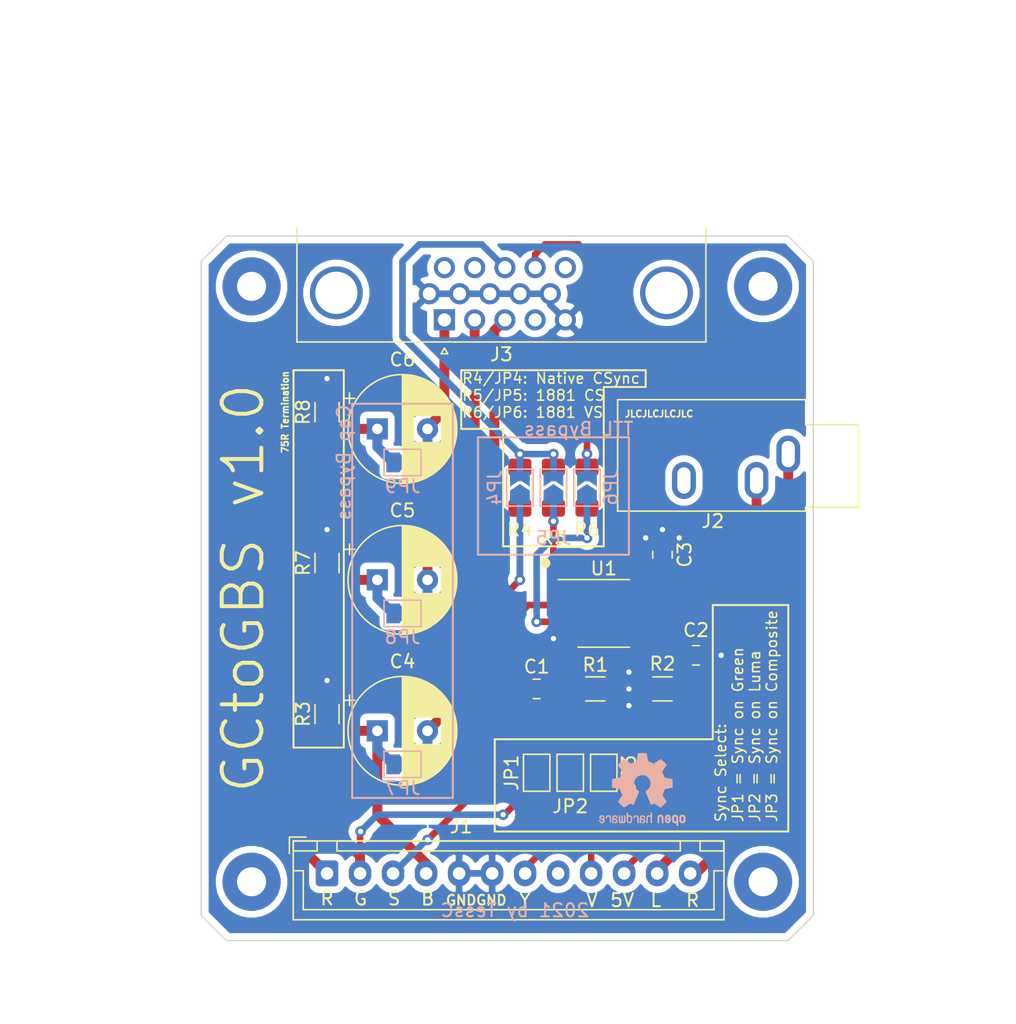
<source format=kicad_pcb>
(kicad_pcb (version 20171130) (host pcbnew "(5.1.10)-1")

  (general
    (thickness 1.6)
    (drawings 60)
    (tracks 169)
    (zones 0)
    (modules 32)
    (nets 28)
  )

  (page A4)
  (layers
    (0 F.Cu signal)
    (31 B.Cu signal)
    (32 B.Adhes user hide)
    (33 F.Adhes user hide)
    (34 B.Paste user hide)
    (35 F.Paste user hide)
    (36 B.SilkS user)
    (37 F.SilkS user)
    (38 B.Mask user hide)
    (39 F.Mask user hide)
    (40 Dwgs.User user)
    (41 Cmts.User user hide)
    (42 Eco1.User user hide)
    (43 Eco2.User user hide)
    (44 Edge.Cuts user)
    (45 Margin user hide)
    (46 B.CrtYd user)
    (47 F.CrtYd user)
    (48 B.Fab user)
    (49 F.Fab user)
  )

  (setup
    (last_trace_width 0.5)
    (user_trace_width 0.25)
    (user_trace_width 0.5)
    (user_trace_width 0.75)
    (user_trace_width 1)
    (trace_clearance 0.2)
    (zone_clearance 0.508)
    (zone_45_only no)
    (trace_min 0.2)
    (via_size 0.8)
    (via_drill 0.4)
    (via_min_size 0.4)
    (via_min_drill 0.3)
    (uvia_size 0.3)
    (uvia_drill 0.1)
    (uvias_allowed no)
    (uvia_min_size 0.2)
    (uvia_min_drill 0.1)
    (edge_width 0.1)
    (segment_width 0.2)
    (pcb_text_width 0.3)
    (pcb_text_size 1.5 1.5)
    (mod_edge_width 0.15)
    (mod_text_size 1 1)
    (mod_text_width 0.15)
    (pad_size 1.524 1.524)
    (pad_drill 0.762)
    (pad_to_mask_clearance 0)
    (aux_axis_origin 0 0)
    (visible_elements 7FFFFFFF)
    (pcbplotparams
      (layerselection 0x01030_ffffffff)
      (usegerberextensions true)
      (usegerberattributes true)
      (usegerberadvancedattributes true)
      (creategerberjobfile false)
      (excludeedgelayer true)
      (linewidth 0.100000)
      (plotframeref false)
      (viasonmask false)
      (mode 1)
      (useauxorigin false)
      (hpglpennumber 1)
      (hpglpenspeed 20)
      (hpglpendiameter 15.000000)
      (psnegative false)
      (psa4output false)
      (plotreference true)
      (plotvalue false)
      (plotinvisibletext false)
      (padsonsilk false)
      (subtractmaskfromsilk true)
      (outputformat 1)
      (mirror false)
      (drillshape 0)
      (scaleselection 1)
      (outputdirectory "./gerber"))
  )

  (net 0 "")
  (net 1 CVBS)
  (net 2 +5V)
  (net 3 GND)
  (net 4 RED)
  (net 5 GREEN)
  (net 6 BLUE)
  (net 7 AUDIO_RIGHT)
  (net 8 AUDIO_LEFT)
  (net 9 "Net-(J1-Pad8)")
  (net 10 VSYNC)
  (net 11 CSYNC)
  (net 12 "Net-(U1-Pad7)")
  (net 13 "Net-(U1-Pad5)")
  (net 14 /VIDEO_IN)
  (net 15 /VSYNC_OUT)
  (net 16 SYNC_SELECT)
  (net 17 /RSET)
  (net 18 BLUE_OUT)
  (net 19 GREEN_OUT)
  (net 20 RED_OUT)
  (net 21 LUMA)
  (net 22 "Net-(J3-Pad15)")
  (net 23 "Net-(J3-Pad12)")
  (net 24 "Net-(J3-Pad11)")
  (net 25 "Net-(J3-Pad4)")
  (net 26 C75)
  (net 27 SYNC_OUT_SEL)

  (net_class Default "Dies ist die voreingestellte Netzklasse."
    (clearance 0.2)
    (trace_width 0.25)
    (via_dia 0.8)
    (via_drill 0.4)
    (uvia_dia 0.3)
    (uvia_drill 0.1)
    (add_net +5V)
    (add_net /RSET)
    (add_net /VIDEO_IN)
    (add_net /VSYNC_OUT)
    (add_net AUDIO_LEFT)
    (add_net AUDIO_RIGHT)
    (add_net BLUE)
    (add_net BLUE_OUT)
    (add_net C75)
    (add_net CSYNC)
    (add_net CVBS)
    (add_net GND)
    (add_net GREEN)
    (add_net GREEN_OUT)
    (add_net LUMA)
    (add_net "Net-(J1-Pad8)")
    (add_net "Net-(J3-Pad11)")
    (add_net "Net-(J3-Pad12)")
    (add_net "Net-(J3-Pad15)")
    (add_net "Net-(J3-Pad4)")
    (add_net "Net-(U1-Pad5)")
    (add_net "Net-(U1-Pad7)")
    (add_net RED)
    (add_net RED_OUT)
    (add_net SYNC_OUT_SEL)
    (add_net SYNC_SELECT)
    (add_net VSYNC)
  )

  (module Symbol:OSHW-Logo2_7.3x6mm_SilkScreen (layer B.Cu) (tedit 0) (tstamp 61521CD7)
    (at 141.986 77.47 180)
    (descr "Open Source Hardware Symbol")
    (tags "Logo Symbol OSHW")
    (attr virtual)
    (fp_text reference REF** (at 0 0) (layer B.SilkS) hide
      (effects (font (size 1 1) (thickness 0.15)) (justify mirror))
    )
    (fp_text value OSHW-Logo2_7.3x6mm_SilkScreen (at 0.75 0) (layer B.Fab) hide
      (effects (font (size 1 1) (thickness 0.15)) (justify mirror))
    )
    (fp_poly (pts (xy -2.400256 -1.919918) (xy -2.344799 -1.947568) (xy -2.295852 -1.99848) (xy -2.282371 -2.017338)
      (xy -2.267686 -2.042015) (xy -2.258158 -2.068816) (xy -2.252707 -2.104587) (xy -2.250253 -2.156169)
      (xy -2.249714 -2.224267) (xy -2.252148 -2.317588) (xy -2.260606 -2.387657) (xy -2.276826 -2.439931)
      (xy -2.302546 -2.479869) (xy -2.339503 -2.512929) (xy -2.342218 -2.514886) (xy -2.37864 -2.534908)
      (xy -2.422498 -2.544815) (xy -2.478276 -2.547257) (xy -2.568952 -2.547257) (xy -2.56899 -2.635283)
      (xy -2.569834 -2.684308) (xy -2.574976 -2.713065) (xy -2.588413 -2.730311) (xy -2.614142 -2.744808)
      (xy -2.620321 -2.747769) (xy -2.649236 -2.761648) (xy -2.671624 -2.770414) (xy -2.688271 -2.771171)
      (xy -2.699964 -2.761023) (xy -2.70749 -2.737073) (xy -2.711634 -2.696426) (xy -2.713185 -2.636186)
      (xy -2.712929 -2.553455) (xy -2.711651 -2.445339) (xy -2.711252 -2.413) (xy -2.709815 -2.301524)
      (xy -2.708528 -2.228603) (xy -2.569029 -2.228603) (xy -2.568245 -2.290499) (xy -2.56476 -2.330997)
      (xy -2.556876 -2.357708) (xy -2.542895 -2.378244) (xy -2.533403 -2.38826) (xy -2.494596 -2.417567)
      (xy -2.460237 -2.419952) (xy -2.424784 -2.39575) (xy -2.423886 -2.394857) (xy -2.409461 -2.376153)
      (xy -2.400687 -2.350732) (xy -2.396261 -2.311584) (xy -2.394882 -2.251697) (xy -2.394857 -2.23843)
      (xy -2.398188 -2.155901) (xy -2.409031 -2.098691) (xy -2.42866 -2.063766) (xy -2.45835 -2.048094)
      (xy -2.475509 -2.046514) (xy -2.516234 -2.053926) (xy -2.544168 -2.07833) (xy -2.560983 -2.12298)
      (xy -2.56835 -2.19113) (xy -2.569029 -2.228603) (xy -2.708528 -2.228603) (xy -2.708292 -2.215245)
      (xy -2.706323 -2.150333) (xy -2.70355 -2.102958) (xy -2.699612 -2.06929) (xy -2.694151 -2.045498)
      (xy -2.686808 -2.027753) (xy -2.677223 -2.012224) (xy -2.673113 -2.006381) (xy -2.618595 -1.951185)
      (xy -2.549664 -1.91989) (xy -2.469928 -1.911165) (xy -2.400256 -1.919918)) (layer B.SilkS) (width 0.01))
    (fp_poly (pts (xy -1.283907 -1.92778) (xy -1.237328 -1.954723) (xy -1.204943 -1.981466) (xy -1.181258 -2.009484)
      (xy -1.164941 -2.043748) (xy -1.154661 -2.089227) (xy -1.149086 -2.150892) (xy -1.146884 -2.233711)
      (xy -1.146629 -2.293246) (xy -1.146629 -2.512391) (xy -1.208314 -2.540044) (xy -1.27 -2.567697)
      (xy -1.277257 -2.32767) (xy -1.280256 -2.238028) (xy -1.283402 -2.172962) (xy -1.287299 -2.128026)
      (xy -1.292553 -2.09877) (xy -1.299769 -2.080748) (xy -1.30955 -2.069511) (xy -1.312688 -2.067079)
      (xy -1.360239 -2.048083) (xy -1.408303 -2.0556) (xy -1.436914 -2.075543) (xy -1.448553 -2.089675)
      (xy -1.456609 -2.10822) (xy -1.461729 -2.136334) (xy -1.464559 -2.179173) (xy -1.465744 -2.241895)
      (xy -1.465943 -2.307261) (xy -1.465982 -2.389268) (xy -1.467386 -2.447316) (xy -1.472086 -2.486465)
      (xy -1.482013 -2.51178) (xy -1.499097 -2.528323) (xy -1.525268 -2.541156) (xy -1.560225 -2.554491)
      (xy -1.598404 -2.569007) (xy -1.593859 -2.311389) (xy -1.592029 -2.218519) (xy -1.589888 -2.149889)
      (xy -1.586819 -2.100711) (xy -1.582206 -2.066198) (xy -1.575432 -2.041562) (xy -1.565881 -2.022016)
      (xy -1.554366 -2.00477) (xy -1.49881 -1.94968) (xy -1.43102 -1.917822) (xy -1.357287 -1.910191)
      (xy -1.283907 -1.92778)) (layer B.SilkS) (width 0.01))
    (fp_poly (pts (xy -2.958885 -1.921962) (xy -2.890855 -1.957733) (xy -2.840649 -2.015301) (xy -2.822815 -2.052312)
      (xy -2.808937 -2.107882) (xy -2.801833 -2.178096) (xy -2.80116 -2.254727) (xy -2.806573 -2.329552)
      (xy -2.81773 -2.394342) (xy -2.834286 -2.440873) (xy -2.839374 -2.448887) (xy -2.899645 -2.508707)
      (xy -2.971231 -2.544535) (xy -3.048908 -2.55502) (xy -3.127452 -2.53881) (xy -3.149311 -2.529092)
      (xy -3.191878 -2.499143) (xy -3.229237 -2.459433) (xy -3.232768 -2.454397) (xy -3.247119 -2.430124)
      (xy -3.256606 -2.404178) (xy -3.26221 -2.370022) (xy -3.264914 -2.321119) (xy -3.265701 -2.250935)
      (xy -3.265714 -2.2352) (xy -3.265678 -2.230192) (xy -3.120571 -2.230192) (xy -3.119727 -2.29643)
      (xy -3.116404 -2.340386) (xy -3.109417 -2.368779) (xy -3.097584 -2.388325) (xy -3.091543 -2.394857)
      (xy -3.056814 -2.41968) (xy -3.023097 -2.418548) (xy -2.989005 -2.397016) (xy -2.968671 -2.374029)
      (xy -2.956629 -2.340478) (xy -2.949866 -2.287569) (xy -2.949402 -2.281399) (xy -2.948248 -2.185513)
      (xy -2.960312 -2.114299) (xy -2.98543 -2.068194) (xy -3.02344 -2.047635) (xy -3.037008 -2.046514)
      (xy -3.072636 -2.052152) (xy -3.097006 -2.071686) (xy -3.111907 -2.109042) (xy -3.119125 -2.16815)
      (xy -3.120571 -2.230192) (xy -3.265678 -2.230192) (xy -3.265174 -2.160413) (xy -3.262904 -2.108159)
      (xy -3.257932 -2.071949) (xy -3.249287 -2.045299) (xy -3.235995 -2.021722) (xy -3.233057 -2.017338)
      (xy -3.183687 -1.958249) (xy -3.129891 -1.923947) (xy -3.064398 -1.910331) (xy -3.042158 -1.909665)
      (xy -2.958885 -1.921962)) (layer B.SilkS) (width 0.01))
    (fp_poly (pts (xy -1.831697 -1.931239) (xy -1.774473 -1.969735) (xy -1.730251 -2.025335) (xy -1.703833 -2.096086)
      (xy -1.69849 -2.148162) (xy -1.699097 -2.169893) (xy -1.704178 -2.186531) (xy -1.718145 -2.201437)
      (xy -1.745411 -2.217973) (xy -1.790388 -2.239498) (xy -1.857489 -2.269374) (xy -1.857829 -2.269524)
      (xy -1.919593 -2.297813) (xy -1.970241 -2.322933) (xy -2.004596 -2.342179) (xy -2.017482 -2.352848)
      (xy -2.017486 -2.352934) (xy -2.006128 -2.376166) (xy -1.979569 -2.401774) (xy -1.949077 -2.420221)
      (xy -1.93363 -2.423886) (xy -1.891485 -2.411212) (xy -1.855192 -2.379471) (xy -1.837483 -2.344572)
      (xy -1.820448 -2.318845) (xy -1.787078 -2.289546) (xy -1.747851 -2.264235) (xy -1.713244 -2.250471)
      (xy -1.706007 -2.249714) (xy -1.697861 -2.26216) (xy -1.69737 -2.293972) (xy -1.703357 -2.336866)
      (xy -1.714643 -2.382558) (xy -1.73005 -2.422761) (xy -1.730829 -2.424322) (xy -1.777196 -2.489062)
      (xy -1.837289 -2.533097) (xy -1.905535 -2.554711) (xy -1.976362 -2.552185) (xy -2.044196 -2.523804)
      (xy -2.047212 -2.521808) (xy -2.100573 -2.473448) (xy -2.13566 -2.410352) (xy -2.155078 -2.327387)
      (xy -2.157684 -2.304078) (xy -2.162299 -2.194055) (xy -2.156767 -2.142748) (xy -2.017486 -2.142748)
      (xy -2.015676 -2.174753) (xy -2.005778 -2.184093) (xy -1.981102 -2.177105) (xy -1.942205 -2.160587)
      (xy -1.898725 -2.139881) (xy -1.897644 -2.139333) (xy -1.860791 -2.119949) (xy -1.846 -2.107013)
      (xy -1.849647 -2.093451) (xy -1.865005 -2.075632) (xy -1.904077 -2.049845) (xy -1.946154 -2.04795)
      (xy -1.983897 -2.066717) (xy -2.009966 -2.102915) (xy -2.017486 -2.142748) (xy -2.156767 -2.142748)
      (xy -2.152806 -2.106027) (xy -2.12845 -2.036212) (xy -2.094544 -1.987302) (xy -2.033347 -1.937878)
      (xy -1.965937 -1.913359) (xy -1.89712 -1.911797) (xy -1.831697 -1.931239)) (layer B.SilkS) (width 0.01))
    (fp_poly (pts (xy -0.624114 -1.851289) (xy -0.619861 -1.910613) (xy -0.614975 -1.945572) (xy -0.608205 -1.96082)
      (xy -0.598298 -1.961015) (xy -0.595086 -1.959195) (xy -0.552356 -1.946015) (xy -0.496773 -1.946785)
      (xy -0.440263 -1.960333) (xy -0.404918 -1.977861) (xy -0.368679 -2.005861) (xy -0.342187 -2.037549)
      (xy -0.324001 -2.077813) (xy -0.312678 -2.131543) (xy -0.306778 -2.203626) (xy -0.304857 -2.298951)
      (xy -0.304823 -2.317237) (xy -0.3048 -2.522646) (xy -0.350509 -2.53858) (xy -0.382973 -2.54942)
      (xy -0.400785 -2.554468) (xy -0.401309 -2.554514) (xy -0.403063 -2.540828) (xy -0.404556 -2.503076)
      (xy -0.405674 -2.446224) (xy -0.406303 -2.375234) (xy -0.4064 -2.332073) (xy -0.406602 -2.246973)
      (xy -0.407642 -2.185981) (xy -0.410169 -2.144177) (xy -0.414836 -2.116642) (xy -0.422293 -2.098456)
      (xy -0.433189 -2.084698) (xy -0.439993 -2.078073) (xy -0.486728 -2.051375) (xy -0.537728 -2.049375)
      (xy -0.583999 -2.071955) (xy -0.592556 -2.080107) (xy -0.605107 -2.095436) (xy -0.613812 -2.113618)
      (xy -0.619369 -2.139909) (xy -0.622474 -2.179562) (xy -0.623824 -2.237832) (xy -0.624114 -2.318173)
      (xy -0.624114 -2.522646) (xy -0.669823 -2.53858) (xy -0.702287 -2.54942) (xy -0.720099 -2.554468)
      (xy -0.720623 -2.554514) (xy -0.721963 -2.540623) (xy -0.723172 -2.501439) (xy -0.724199 -2.4407)
      (xy -0.724998 -2.362141) (xy -0.725519 -2.269498) (xy -0.725714 -2.166509) (xy -0.725714 -1.769342)
      (xy -0.678543 -1.749444) (xy -0.631371 -1.729547) (xy -0.624114 -1.851289)) (layer B.SilkS) (width 0.01))
    (fp_poly (pts (xy 0.039744 -1.950968) (xy 0.096616 -1.972087) (xy 0.097267 -1.972493) (xy 0.13244 -1.99838)
      (xy 0.158407 -2.028633) (xy 0.17667 -2.068058) (xy 0.188732 -2.121462) (xy 0.196096 -2.193651)
      (xy 0.200264 -2.289432) (xy 0.200629 -2.303078) (xy 0.205876 -2.508842) (xy 0.161716 -2.531678)
      (xy 0.129763 -2.54711) (xy 0.11047 -2.554423) (xy 0.109578 -2.554514) (xy 0.106239 -2.541022)
      (xy 0.103587 -2.504626) (xy 0.101956 -2.451452) (xy 0.1016 -2.408393) (xy 0.101592 -2.338641)
      (xy 0.098403 -2.294837) (xy 0.087288 -2.273944) (xy 0.063501 -2.272925) (xy 0.022296 -2.288741)
      (xy -0.039914 -2.317815) (xy -0.085659 -2.341963) (xy -0.109187 -2.362913) (xy -0.116104 -2.385747)
      (xy -0.116114 -2.386877) (xy -0.104701 -2.426212) (xy -0.070908 -2.447462) (xy -0.019191 -2.450539)
      (xy 0.018061 -2.450006) (xy 0.037703 -2.460735) (xy 0.049952 -2.486505) (xy 0.057002 -2.519337)
      (xy 0.046842 -2.537966) (xy 0.043017 -2.540632) (xy 0.007001 -2.55134) (xy -0.043434 -2.552856)
      (xy -0.095374 -2.545759) (xy -0.132178 -2.532788) (xy -0.183062 -2.489585) (xy -0.211986 -2.429446)
      (xy -0.217714 -2.382462) (xy -0.213343 -2.340082) (xy -0.197525 -2.305488) (xy -0.166203 -2.274763)
      (xy -0.115322 -2.24399) (xy -0.040824 -2.209252) (xy -0.036286 -2.207288) (xy 0.030821 -2.176287)
      (xy 0.072232 -2.150862) (xy 0.089981 -2.128014) (xy 0.086107 -2.104745) (xy 0.062643 -2.078056)
      (xy 0.055627 -2.071914) (xy 0.00863 -2.0481) (xy -0.040067 -2.049103) (xy -0.082478 -2.072451)
      (xy -0.110616 -2.115675) (xy -0.113231 -2.12416) (xy -0.138692 -2.165308) (xy -0.170999 -2.185128)
      (xy -0.217714 -2.20477) (xy -0.217714 -2.15395) (xy -0.203504 -2.080082) (xy -0.161325 -2.012327)
      (xy -0.139376 -1.989661) (xy -0.089483 -1.960569) (xy -0.026033 -1.9474) (xy 0.039744 -1.950968)) (layer B.SilkS) (width 0.01))
    (fp_poly (pts (xy 0.529926 -1.949755) (xy 0.595858 -1.974084) (xy 0.649273 -2.017117) (xy 0.670164 -2.047409)
      (xy 0.692939 -2.102994) (xy 0.692466 -2.143186) (xy 0.668562 -2.170217) (xy 0.659717 -2.174813)
      (xy 0.62153 -2.189144) (xy 0.602028 -2.185472) (xy 0.595422 -2.161407) (xy 0.595086 -2.148114)
      (xy 0.582992 -2.09921) (xy 0.551471 -2.064999) (xy 0.507659 -2.048476) (xy 0.458695 -2.052634)
      (xy 0.418894 -2.074227) (xy 0.40545 -2.086544) (xy 0.395921 -2.101487) (xy 0.389485 -2.124075)
      (xy 0.385317 -2.159328) (xy 0.382597 -2.212266) (xy 0.380502 -2.287907) (xy 0.37996 -2.311857)
      (xy 0.377981 -2.39379) (xy 0.375731 -2.451455) (xy 0.372357 -2.489608) (xy 0.367006 -2.513004)
      (xy 0.358824 -2.526398) (xy 0.346959 -2.534545) (xy 0.339362 -2.538144) (xy 0.307102 -2.550452)
      (xy 0.288111 -2.554514) (xy 0.281836 -2.540948) (xy 0.278006 -2.499934) (xy 0.2766 -2.430999)
      (xy 0.277598 -2.333669) (xy 0.277908 -2.318657) (xy 0.280101 -2.229859) (xy 0.282693 -2.165019)
      (xy 0.286382 -2.119067) (xy 0.291864 -2.086935) (xy 0.299835 -2.063553) (xy 0.310993 -2.043852)
      (xy 0.31683 -2.03541) (xy 0.350296 -1.998057) (xy 0.387727 -1.969003) (xy 0.392309 -1.966467)
      (xy 0.459426 -1.946443) (xy 0.529926 -1.949755)) (layer B.SilkS) (width 0.01))
    (fp_poly (pts (xy 1.190117 -2.065358) (xy 1.189933 -2.173837) (xy 1.189219 -2.257287) (xy 1.187675 -2.319704)
      (xy 1.185001 -2.365085) (xy 1.180894 -2.397429) (xy 1.175055 -2.420733) (xy 1.167182 -2.438995)
      (xy 1.161221 -2.449418) (xy 1.111855 -2.505945) (xy 1.049264 -2.541377) (xy 0.980013 -2.55409)
      (xy 0.910668 -2.542463) (xy 0.869375 -2.521568) (xy 0.826025 -2.485422) (xy 0.796481 -2.441276)
      (xy 0.778655 -2.383462) (xy 0.770463 -2.306313) (xy 0.769302 -2.249714) (xy 0.769458 -2.245647)
      (xy 0.870857 -2.245647) (xy 0.871476 -2.31055) (xy 0.874314 -2.353514) (xy 0.88084 -2.381622)
      (xy 0.892523 -2.401953) (xy 0.906483 -2.417288) (xy 0.953365 -2.44689) (xy 1.003701 -2.449419)
      (xy 1.051276 -2.424705) (xy 1.054979 -2.421356) (xy 1.070783 -2.403935) (xy 1.080693 -2.383209)
      (xy 1.086058 -2.352362) (xy 1.088228 -2.304577) (xy 1.088571 -2.251748) (xy 1.087827 -2.185381)
      (xy 1.084748 -2.141106) (xy 1.078061 -2.112009) (xy 1.066496 -2.091173) (xy 1.057013 -2.080107)
      (xy 1.01296 -2.052198) (xy 0.962224 -2.048843) (xy 0.913796 -2.070159) (xy 0.90445 -2.078073)
      (xy 0.88854 -2.095647) (xy 0.87861 -2.116587) (xy 0.873278 -2.147782) (xy 0.871163 -2.196122)
      (xy 0.870857 -2.245647) (xy 0.769458 -2.245647) (xy 0.77281 -2.158568) (xy 0.784726 -2.090086)
      (xy 0.807135 -2.0386) (xy 0.842124 -1.998443) (xy 0.869375 -1.977861) (xy 0.918907 -1.955625)
      (xy 0.976316 -1.945304) (xy 1.029682 -1.948067) (xy 1.059543 -1.959212) (xy 1.071261 -1.962383)
      (xy 1.079037 -1.950557) (xy 1.084465 -1.918866) (xy 1.088571 -1.870593) (xy 1.093067 -1.816829)
      (xy 1.099313 -1.784482) (xy 1.110676 -1.765985) (xy 1.130528 -1.75377) (xy 1.143 -1.748362)
      (xy 1.190171 -1.728601) (xy 1.190117 -2.065358)) (layer B.SilkS) (width 0.01))
    (fp_poly (pts (xy 1.779833 -1.958663) (xy 1.782048 -1.99685) (xy 1.783784 -2.054886) (xy 1.784899 -2.12818)
      (xy 1.785257 -2.205055) (xy 1.785257 -2.465196) (xy 1.739326 -2.511127) (xy 1.707675 -2.539429)
      (xy 1.67989 -2.550893) (xy 1.641915 -2.550168) (xy 1.62684 -2.548321) (xy 1.579726 -2.542948)
      (xy 1.540756 -2.539869) (xy 1.531257 -2.539585) (xy 1.499233 -2.541445) (xy 1.453432 -2.546114)
      (xy 1.435674 -2.548321) (xy 1.392057 -2.551735) (xy 1.362745 -2.54432) (xy 1.33368 -2.521427)
      (xy 1.323188 -2.511127) (xy 1.277257 -2.465196) (xy 1.277257 -1.978602) (xy 1.314226 -1.961758)
      (xy 1.346059 -1.949282) (xy 1.364683 -1.944914) (xy 1.369458 -1.958718) (xy 1.373921 -1.997286)
      (xy 1.377775 -2.056356) (xy 1.380722 -2.131663) (xy 1.382143 -2.195286) (xy 1.386114 -2.445657)
      (xy 1.420759 -2.450556) (xy 1.452268 -2.447131) (xy 1.467708 -2.436041) (xy 1.472023 -2.415308)
      (xy 1.475708 -2.371145) (xy 1.478469 -2.309146) (xy 1.480012 -2.234909) (xy 1.480235 -2.196706)
      (xy 1.480457 -1.976783) (xy 1.526166 -1.960849) (xy 1.558518 -1.950015) (xy 1.576115 -1.944962)
      (xy 1.576623 -1.944914) (xy 1.578388 -1.958648) (xy 1.580329 -1.99673) (xy 1.582282 -2.054482)
      (xy 1.584084 -2.127227) (xy 1.585343 -2.195286) (xy 1.589314 -2.445657) (xy 1.6764 -2.445657)
      (xy 1.680396 -2.21724) (xy 1.684392 -1.988822) (xy 1.726847 -1.966868) (xy 1.758192 -1.951793)
      (xy 1.776744 -1.944951) (xy 1.777279 -1.944914) (xy 1.779833 -1.958663)) (layer B.SilkS) (width 0.01))
    (fp_poly (pts (xy 2.144876 -1.956335) (xy 2.186667 -1.975344) (xy 2.219469 -1.998378) (xy 2.243503 -2.024133)
      (xy 2.260097 -2.057358) (xy 2.270577 -2.1028) (xy 2.276271 -2.165207) (xy 2.278507 -2.249327)
      (xy 2.278743 -2.304721) (xy 2.278743 -2.520826) (xy 2.241774 -2.53767) (xy 2.212656 -2.549981)
      (xy 2.198231 -2.554514) (xy 2.195472 -2.541025) (xy 2.193282 -2.504653) (xy 2.191942 -2.451542)
      (xy 2.191657 -2.409372) (xy 2.190434 -2.348447) (xy 2.187136 -2.300115) (xy 2.182321 -2.270518)
      (xy 2.178496 -2.264229) (xy 2.152783 -2.270652) (xy 2.112418 -2.287125) (xy 2.065679 -2.309458)
      (xy 2.020845 -2.333457) (xy 1.986193 -2.35493) (xy 1.970002 -2.369685) (xy 1.969938 -2.369845)
      (xy 1.97133 -2.397152) (xy 1.983818 -2.423219) (xy 2.005743 -2.444392) (xy 2.037743 -2.451474)
      (xy 2.065092 -2.450649) (xy 2.103826 -2.450042) (xy 2.124158 -2.459116) (xy 2.136369 -2.483092)
      (xy 2.137909 -2.487613) (xy 2.143203 -2.521806) (xy 2.129047 -2.542568) (xy 2.092148 -2.552462)
      (xy 2.052289 -2.554292) (xy 1.980562 -2.540727) (xy 1.943432 -2.521355) (xy 1.897576 -2.475845)
      (xy 1.873256 -2.419983) (xy 1.871073 -2.360957) (xy 1.891629 -2.305953) (xy 1.922549 -2.271486)
      (xy 1.95342 -2.252189) (xy 2.001942 -2.227759) (xy 2.058485 -2.202985) (xy 2.06791 -2.199199)
      (xy 2.130019 -2.171791) (xy 2.165822 -2.147634) (xy 2.177337 -2.123619) (xy 2.16658 -2.096635)
      (xy 2.148114 -2.075543) (xy 2.104469 -2.049572) (xy 2.056446 -2.047624) (xy 2.012406 -2.067637)
      (xy 1.980709 -2.107551) (xy 1.976549 -2.117848) (xy 1.952327 -2.155724) (xy 1.916965 -2.183842)
      (xy 1.872343 -2.206917) (xy 1.872343 -2.141485) (xy 1.874969 -2.101506) (xy 1.88623 -2.069997)
      (xy 1.911199 -2.036378) (xy 1.935169 -2.010484) (xy 1.972441 -1.973817) (xy 2.001401 -1.954121)
      (xy 2.032505 -1.94622) (xy 2.067713 -1.944914) (xy 2.144876 -1.956335)) (layer B.SilkS) (width 0.01))
    (fp_poly (pts (xy 2.6526 -1.958752) (xy 2.669948 -1.966334) (xy 2.711356 -1.999128) (xy 2.746765 -2.046547)
      (xy 2.768664 -2.097151) (xy 2.772229 -2.122098) (xy 2.760279 -2.156927) (xy 2.734067 -2.175357)
      (xy 2.705964 -2.186516) (xy 2.693095 -2.188572) (xy 2.686829 -2.173649) (xy 2.674456 -2.141175)
      (xy 2.669028 -2.126502) (xy 2.63859 -2.075744) (xy 2.59452 -2.050427) (xy 2.53801 -2.051206)
      (xy 2.533825 -2.052203) (xy 2.503655 -2.066507) (xy 2.481476 -2.094393) (xy 2.466327 -2.139287)
      (xy 2.45725 -2.204615) (xy 2.453286 -2.293804) (xy 2.452914 -2.341261) (xy 2.45273 -2.416071)
      (xy 2.451522 -2.467069) (xy 2.448309 -2.499471) (xy 2.442109 -2.518495) (xy 2.43194 -2.529356)
      (xy 2.416819 -2.537272) (xy 2.415946 -2.53767) (xy 2.386828 -2.549981) (xy 2.372403 -2.554514)
      (xy 2.370186 -2.540809) (xy 2.368289 -2.502925) (xy 2.366847 -2.445715) (xy 2.365998 -2.374027)
      (xy 2.365829 -2.321565) (xy 2.366692 -2.220047) (xy 2.37007 -2.143032) (xy 2.377142 -2.086023)
      (xy 2.389088 -2.044526) (xy 2.40709 -2.014043) (xy 2.432327 -1.99008) (xy 2.457247 -1.973355)
      (xy 2.517171 -1.951097) (xy 2.586911 -1.946076) (xy 2.6526 -1.958752)) (layer B.SilkS) (width 0.01))
    (fp_poly (pts (xy 3.153595 -1.966966) (xy 3.211021 -2.004497) (xy 3.238719 -2.038096) (xy 3.260662 -2.099064)
      (xy 3.262405 -2.147308) (xy 3.258457 -2.211816) (xy 3.109686 -2.276934) (xy 3.037349 -2.310202)
      (xy 2.990084 -2.336964) (xy 2.965507 -2.360144) (xy 2.961237 -2.382667) (xy 2.974889 -2.407455)
      (xy 2.989943 -2.423886) (xy 3.033746 -2.450235) (xy 3.081389 -2.452081) (xy 3.125145 -2.431546)
      (xy 3.157289 -2.390752) (xy 3.163038 -2.376347) (xy 3.190576 -2.331356) (xy 3.222258 -2.312182)
      (xy 3.265714 -2.295779) (xy 3.265714 -2.357966) (xy 3.261872 -2.400283) (xy 3.246823 -2.435969)
      (xy 3.21528 -2.476943) (xy 3.210592 -2.482267) (xy 3.175506 -2.51872) (xy 3.145347 -2.538283)
      (xy 3.107615 -2.547283) (xy 3.076335 -2.55023) (xy 3.020385 -2.550965) (xy 2.980555 -2.54166)
      (xy 2.955708 -2.527846) (xy 2.916656 -2.497467) (xy 2.889625 -2.464613) (xy 2.872517 -2.423294)
      (xy 2.863238 -2.367521) (xy 2.859693 -2.291305) (xy 2.85941 -2.252622) (xy 2.860372 -2.206247)
      (xy 2.948007 -2.206247) (xy 2.949023 -2.231126) (xy 2.951556 -2.2352) (xy 2.968274 -2.229665)
      (xy 3.004249 -2.215017) (xy 3.052331 -2.19419) (xy 3.062386 -2.189714) (xy 3.123152 -2.158814)
      (xy 3.156632 -2.131657) (xy 3.16399 -2.10622) (xy 3.146391 -2.080481) (xy 3.131856 -2.069109)
      (xy 3.07941 -2.046364) (xy 3.030322 -2.050122) (xy 2.989227 -2.077884) (xy 2.960758 -2.127152)
      (xy 2.951631 -2.166257) (xy 2.948007 -2.206247) (xy 2.860372 -2.206247) (xy 2.861285 -2.162249)
      (xy 2.868196 -2.095384) (xy 2.881884 -2.046695) (xy 2.904096 -2.010849) (xy 2.936574 -1.982513)
      (xy 2.950733 -1.973355) (xy 3.015053 -1.949507) (xy 3.085473 -1.948006) (xy 3.153595 -1.966966)) (layer B.SilkS) (width 0.01))
    (fp_poly (pts (xy 0.10391 2.757652) (xy 0.182454 2.757222) (xy 0.239298 2.756058) (xy 0.278105 2.753793)
      (xy 0.302538 2.75006) (xy 0.316262 2.744494) (xy 0.32294 2.736727) (xy 0.326236 2.726395)
      (xy 0.326556 2.725057) (xy 0.331562 2.700921) (xy 0.340829 2.653299) (xy 0.353392 2.587259)
      (xy 0.368287 2.507872) (xy 0.384551 2.420204) (xy 0.385119 2.417125) (xy 0.40141 2.331211)
      (xy 0.416652 2.255304) (xy 0.429861 2.193955) (xy 0.440054 2.151718) (xy 0.446248 2.133145)
      (xy 0.446543 2.132816) (xy 0.464788 2.123747) (xy 0.502405 2.108633) (xy 0.551271 2.090738)
      (xy 0.551543 2.090642) (xy 0.613093 2.067507) (xy 0.685657 2.038035) (xy 0.754057 2.008403)
      (xy 0.757294 2.006938) (xy 0.868702 1.956374) (xy 1.115399 2.12484) (xy 1.191077 2.176197)
      (xy 1.259631 2.222111) (xy 1.317088 2.25997) (xy 1.359476 2.287163) (xy 1.382825 2.301079)
      (xy 1.385042 2.302111) (xy 1.40201 2.297516) (xy 1.433701 2.275345) (xy 1.481352 2.234553)
      (xy 1.546198 2.174095) (xy 1.612397 2.109773) (xy 1.676214 2.046388) (xy 1.733329 1.988549)
      (xy 1.780305 1.939825) (xy 1.813703 1.90379) (xy 1.830085 1.884016) (xy 1.830694 1.882998)
      (xy 1.832505 1.869428) (xy 1.825683 1.847267) (xy 1.80854 1.813522) (xy 1.779393 1.7652)
      (xy 1.736555 1.699308) (xy 1.679448 1.614483) (xy 1.628766 1.539823) (xy 1.583461 1.47286)
      (xy 1.54615 1.417484) (xy 1.519452 1.37758) (xy 1.505985 1.357038) (xy 1.505137 1.355644)
      (xy 1.506781 1.335962) (xy 1.519245 1.297707) (xy 1.540048 1.248111) (xy 1.547462 1.232272)
      (xy 1.579814 1.16171) (xy 1.614328 1.081647) (xy 1.642365 1.012371) (xy 1.662568 0.960955)
      (xy 1.678615 0.921881) (xy 1.687888 0.901459) (xy 1.689041 0.899886) (xy 1.706096 0.897279)
      (xy 1.746298 0.890137) (xy 1.804302 0.879477) (xy 1.874763 0.866315) (xy 1.952335 0.851667)
      (xy 2.031672 0.836551) (xy 2.107431 0.821982) (xy 2.174264 0.808978) (xy 2.226828 0.798555)
      (xy 2.259776 0.79173) (xy 2.267857 0.789801) (xy 2.276205 0.785038) (xy 2.282506 0.774282)
      (xy 2.287045 0.753902) (xy 2.290104 0.720266) (xy 2.291967 0.669745) (xy 2.292918 0.598708)
      (xy 2.29324 0.503524) (xy 2.293257 0.464508) (xy 2.293257 0.147201) (xy 2.217057 0.132161)
      (xy 2.174663 0.124005) (xy 2.1114 0.112101) (xy 2.034962 0.097884) (xy 1.953043 0.08279)
      (xy 1.9304 0.078645) (xy 1.854806 0.063947) (xy 1.788953 0.049495) (xy 1.738366 0.036625)
      (xy 1.708574 0.026678) (xy 1.703612 0.023713) (xy 1.691426 0.002717) (xy 1.673953 -0.037967)
      (xy 1.654577 -0.090322) (xy 1.650734 -0.1016) (xy 1.625339 -0.171523) (xy 1.593817 -0.250418)
      (xy 1.562969 -0.321266) (xy 1.562817 -0.321595) (xy 1.511447 -0.432733) (xy 1.680399 -0.681253)
      (xy 1.849352 -0.929772) (xy 1.632429 -1.147058) (xy 1.566819 -1.211726) (xy 1.506979 -1.268733)
      (xy 1.456267 -1.315033) (xy 1.418046 -1.347584) (xy 1.395675 -1.363343) (xy 1.392466 -1.364343)
      (xy 1.373626 -1.356469) (xy 1.33518 -1.334578) (xy 1.28133 -1.301267) (xy 1.216276 -1.259131)
      (xy 1.14594 -1.211943) (xy 1.074555 -1.16381) (xy 1.010908 -1.121928) (xy 0.959041 -1.088871)
      (xy 0.922995 -1.067218) (xy 0.906867 -1.059543) (xy 0.887189 -1.066037) (xy 0.849875 -1.08315)
      (xy 0.802621 -1.107326) (xy 0.797612 -1.110013) (xy 0.733977 -1.141927) (xy 0.690341 -1.157579)
      (xy 0.663202 -1.157745) (xy 0.649057 -1.143204) (xy 0.648975 -1.143) (xy 0.641905 -1.125779)
      (xy 0.625042 -1.084899) (xy 0.599695 -1.023525) (xy 0.567171 -0.944819) (xy 0.528778 -0.851947)
      (xy 0.485822 -0.748072) (xy 0.444222 -0.647502) (xy 0.398504 -0.536516) (xy 0.356526 -0.433703)
      (xy 0.319548 -0.342215) (xy 0.288827 -0.265201) (xy 0.265622 -0.205815) (xy 0.25119 -0.167209)
      (xy 0.246743 -0.1528) (xy 0.257896 -0.136272) (xy 0.287069 -0.10993) (xy 0.325971 -0.080887)
      (xy 0.436757 0.010961) (xy 0.523351 0.116241) (xy 0.584716 0.232734) (xy 0.619815 0.358224)
      (xy 0.627608 0.490493) (xy 0.621943 0.551543) (xy 0.591078 0.678205) (xy 0.53792 0.790059)
      (xy 0.465767 0.885999) (xy 0.377917 0.964924) (xy 0.277665 1.02573) (xy 0.16831 1.067313)
      (xy 0.053147 1.088572) (xy -0.064525 1.088401) (xy -0.18141 1.065699) (xy -0.294211 1.019362)
      (xy -0.399631 0.948287) (xy -0.443632 0.908089) (xy -0.528021 0.804871) (xy -0.586778 0.692075)
      (xy -0.620296 0.57299) (xy -0.628965 0.450905) (xy -0.613177 0.329107) (xy -0.573322 0.210884)
      (xy -0.509793 0.099525) (xy -0.422979 -0.001684) (xy -0.325971 -0.080887) (xy -0.285563 -0.111162)
      (xy -0.257018 -0.137219) (xy -0.246743 -0.152825) (xy -0.252123 -0.169843) (xy -0.267425 -0.2105)
      (xy -0.291388 -0.271642) (xy -0.322756 -0.350119) (xy -0.360268 -0.44278) (xy -0.402667 -0.546472)
      (xy -0.444337 -0.647526) (xy -0.49031 -0.758607) (xy -0.532893 -0.861541) (xy -0.570779 -0.953165)
      (xy -0.60266 -1.030316) (xy -0.627229 -1.089831) (xy -0.64318 -1.128544) (xy -0.64909 -1.143)
      (xy -0.663052 -1.157685) (xy -0.69006 -1.157642) (xy -0.733587 -1.142099) (xy -0.79711 -1.110284)
      (xy -0.797612 -1.110013) (xy -0.84544 -1.085323) (xy -0.884103 -1.067338) (xy -0.905905 -1.059614)
      (xy -0.906867 -1.059543) (xy -0.923279 -1.067378) (xy -0.959513 -1.089165) (xy -1.011526 -1.122328)
      (xy -1.075275 -1.164291) (xy -1.14594 -1.211943) (xy -1.217884 -1.260191) (xy -1.282726 -1.302151)
      (xy -1.336265 -1.335227) (xy -1.374303 -1.356821) (xy -1.392467 -1.364343) (xy -1.409192 -1.354457)
      (xy -1.44282 -1.326826) (xy -1.48999 -1.284495) (xy -1.547342 -1.230505) (xy -1.611516 -1.167899)
      (xy -1.632503 -1.146983) (xy -1.849501 -0.929623) (xy -1.684332 -0.68722) (xy -1.634136 -0.612781)
      (xy -1.590081 -0.545972) (xy -1.554638 -0.490665) (xy -1.530281 -0.450729) (xy -1.519478 -0.430036)
      (xy -1.519162 -0.428563) (xy -1.524857 -0.409058) (xy -1.540174 -0.369822) (xy -1.562463 -0.31743)
      (xy -1.578107 -0.282355) (xy -1.607359 -0.215201) (xy -1.634906 -0.147358) (xy -1.656263 -0.090034)
      (xy -1.662065 -0.072572) (xy -1.678548 -0.025938) (xy -1.69466 0.010095) (xy -1.70351 0.023713)
      (xy -1.72304 0.032048) (xy -1.765666 0.043863) (xy -1.825855 0.057819) (xy -1.898078 0.072578)
      (xy -1.9304 0.078645) (xy -2.012478 0.093727) (xy -2.091205 0.108331) (xy -2.158891 0.12102)
      (xy -2.20784 0.130358) (xy -2.217057 0.132161) (xy -2.293257 0.147201) (xy -2.293257 0.464508)
      (xy -2.293086 0.568846) (xy -2.292384 0.647787) (xy -2.290866 0.704962) (xy -2.288251 0.744001)
      (xy -2.284254 0.768535) (xy -2.278591 0.782195) (xy -2.27098 0.788611) (xy -2.267857 0.789801)
      (xy -2.249022 0.79402) (xy -2.207412 0.802438) (xy -2.14837 0.814039) (xy -2.077243 0.827805)
      (xy -1.999375 0.84272) (xy -1.920113 0.857768) (xy -1.844802 0.871931) (xy -1.778787 0.884194)
      (xy -1.727413 0.893539) (xy -1.696025 0.89895) (xy -1.689041 0.899886) (xy -1.682715 0.912404)
      (xy -1.66871 0.945754) (xy -1.649645 0.993623) (xy -1.642366 1.012371) (xy -1.613004 1.084805)
      (xy -1.578429 1.16483) (xy -1.547463 1.232272) (xy -1.524677 1.283841) (xy -1.509518 1.326215)
      (xy -1.504458 1.352166) (xy -1.505264 1.355644) (xy -1.515959 1.372064) (xy -1.54038 1.408583)
      (xy -1.575905 1.461313) (xy -1.619913 1.526365) (xy -1.669783 1.599849) (xy -1.679644 1.614355)
      (xy -1.737508 1.700296) (xy -1.780044 1.765739) (xy -1.808946 1.813696) (xy -1.82591 1.84718)
      (xy -1.832633 1.869205) (xy -1.83081 1.882783) (xy -1.830764 1.882869) (xy -1.816414 1.900703)
      (xy -1.784677 1.935183) (xy -1.73899 1.982732) (xy -1.682796 2.039778) (xy -1.619532 2.102745)
      (xy -1.612398 2.109773) (xy -1.53267 2.18698) (xy -1.471143 2.24367) (xy -1.426579 2.28089)
      (xy -1.397743 2.299685) (xy -1.385042 2.302111) (xy -1.366506 2.291529) (xy -1.328039 2.267084)
      (xy -1.273614 2.231388) (xy -1.207202 2.187053) (xy -1.132775 2.136689) (xy -1.115399 2.12484)
      (xy -0.868703 1.956374) (xy -0.757294 2.006938) (xy -0.689543 2.036405) (xy -0.616817 2.066041)
      (xy -0.554297 2.08967) (xy -0.551543 2.090642) (xy -0.50264 2.108543) (xy -0.464943 2.12368)
      (xy -0.446575 2.13279) (xy -0.446544 2.132816) (xy -0.440715 2.149283) (xy -0.430808 2.189781)
      (xy -0.417805 2.249758) (xy -0.402691 2.32466) (xy -0.386448 2.409936) (xy -0.385119 2.417125)
      (xy -0.368825 2.504986) (xy -0.353867 2.58474) (xy -0.341209 2.651319) (xy -0.331814 2.699653)
      (xy -0.326646 2.724675) (xy -0.326556 2.725057) (xy -0.323411 2.735701) (xy -0.317296 2.743738)
      (xy -0.304547 2.749533) (xy -0.2815 2.753453) (xy -0.244491 2.755865) (xy -0.189856 2.757135)
      (xy -0.113933 2.757629) (xy -0.013056 2.757714) (xy 0 2.757714) (xy 0.10391 2.757652)) (layer B.SilkS) (width 0.01))
  )

  (module Jumper:SolderJumper-2_P1.3mm_Open_TrianglePad1.0x1.5mm (layer B.Cu) (tedit 5A64794F) (tstamp 6151F479)
    (at 123.825 52.705)
    (descr "SMD Solder Jumper, 1x1.5mm Triangular Pads, 0.3mm gap, open")
    (tags "solder jumper open")
    (path /616203AD)
    (attr virtual)
    (fp_text reference JP9 (at 0 1.8) (layer B.SilkS)
      (effects (font (size 1 1) (thickness 0.15)) (justify mirror))
    )
    (fp_text value BY (at 0 -1.9) (layer B.Fab)
      (effects (font (size 1 1) (thickness 0.15)) (justify mirror))
    )
    (fp_line (start -1.4 -1) (end -1.4 1) (layer B.SilkS) (width 0.12))
    (fp_line (start 1.4 -1) (end -1.4 -1) (layer B.SilkS) (width 0.12))
    (fp_line (start 1.4 1) (end 1.4 -1) (layer B.SilkS) (width 0.12))
    (fp_line (start -1.4 1) (end 1.4 1) (layer B.SilkS) (width 0.12))
    (fp_line (start -1.65 1.25) (end 1.65 1.25) (layer B.CrtYd) (width 0.05))
    (fp_line (start -1.65 1.25) (end -1.65 -1.25) (layer B.CrtYd) (width 0.05))
    (fp_line (start 1.65 -1.25) (end 1.65 1.25) (layer B.CrtYd) (width 0.05))
    (fp_line (start 1.65 -1.25) (end -1.65 -1.25) (layer B.CrtYd) (width 0.05))
    (pad 1 smd custom (at -0.725 0) (size 0.3 0.3) (layers B.Cu B.Mask)
      (net 4 RED) (zone_connect 2)
      (options (clearance outline) (anchor rect))
      (primitives
        (gr_poly (pts
           (xy -0.5 0.75) (xy 0.5 0.75) (xy 1 0) (xy 0.5 -0.75) (xy -0.5 -0.75)
) (width 0))
      ))
    (pad 2 smd custom (at 0.725 0) (size 0.3 0.3) (layers B.Cu B.Mask)
      (net 20 RED_OUT) (zone_connect 2)
      (options (clearance outline) (anchor rect))
      (primitives
        (gr_poly (pts
           (xy -0.65 0.75) (xy 0.5 0.75) (xy 0.5 -0.75) (xy -0.65 -0.75) (xy -0.15 0)
) (width 0))
      ))
  )

  (module Jumper:SolderJumper-2_P1.3mm_Open_TrianglePad1.0x1.5mm (layer B.Cu) (tedit 5A64794F) (tstamp 6151F46B)
    (at 123.825 64.135)
    (descr "SMD Solder Jumper, 1x1.5mm Triangular Pads, 0.3mm gap, open")
    (tags "solder jumper open")
    (path /6161FE43)
    (attr virtual)
    (fp_text reference JP8 (at 0 1.8) (layer B.SilkS)
      (effects (font (size 1 1) (thickness 0.15)) (justify mirror))
    )
    (fp_text value BY (at 0 -1.9) (layer B.Fab)
      (effects (font (size 1 1) (thickness 0.15)) (justify mirror))
    )
    (fp_line (start -1.4 -1) (end -1.4 1) (layer B.SilkS) (width 0.12))
    (fp_line (start 1.4 -1) (end -1.4 -1) (layer B.SilkS) (width 0.12))
    (fp_line (start 1.4 1) (end 1.4 -1) (layer B.SilkS) (width 0.12))
    (fp_line (start -1.4 1) (end 1.4 1) (layer B.SilkS) (width 0.12))
    (fp_line (start -1.65 1.25) (end 1.65 1.25) (layer B.CrtYd) (width 0.05))
    (fp_line (start -1.65 1.25) (end -1.65 -1.25) (layer B.CrtYd) (width 0.05))
    (fp_line (start 1.65 -1.25) (end 1.65 1.25) (layer B.CrtYd) (width 0.05))
    (fp_line (start 1.65 -1.25) (end -1.65 -1.25) (layer B.CrtYd) (width 0.05))
    (pad 1 smd custom (at -0.725 0) (size 0.3 0.3) (layers B.Cu B.Mask)
      (net 5 GREEN) (zone_connect 2)
      (options (clearance outline) (anchor rect))
      (primitives
        (gr_poly (pts
           (xy -0.5 0.75) (xy 0.5 0.75) (xy 1 0) (xy 0.5 -0.75) (xy -0.5 -0.75)
) (width 0))
      ))
    (pad 2 smd custom (at 0.725 0) (size 0.3 0.3) (layers B.Cu B.Mask)
      (net 19 GREEN_OUT) (zone_connect 2)
      (options (clearance outline) (anchor rect))
      (primitives
        (gr_poly (pts
           (xy -0.65 0.75) (xy 0.5 0.75) (xy 0.5 -0.75) (xy -0.65 -0.75) (xy -0.15 0)
) (width 0))
      ))
  )

  (module Jumper:SolderJumper-2_P1.3mm_Open_TrianglePad1.0x1.5mm (layer B.Cu) (tedit 5A64794F) (tstamp 6151F45D)
    (at 123.825 75.565)
    (descr "SMD Solder Jumper, 1x1.5mm Triangular Pads, 0.3mm gap, open")
    (tags "solder jumper open")
    (path /61609732)
    (attr virtual)
    (fp_text reference JP7 (at 0 1.8) (layer B.SilkS)
      (effects (font (size 1 1) (thickness 0.15)) (justify mirror))
    )
    (fp_text value BY (at 0 -1.9) (layer B.Fab)
      (effects (font (size 1 1) (thickness 0.15)) (justify mirror))
    )
    (fp_line (start -1.4 -1) (end -1.4 1) (layer B.SilkS) (width 0.12))
    (fp_line (start 1.4 -1) (end -1.4 -1) (layer B.SilkS) (width 0.12))
    (fp_line (start 1.4 1) (end 1.4 -1) (layer B.SilkS) (width 0.12))
    (fp_line (start -1.4 1) (end 1.4 1) (layer B.SilkS) (width 0.12))
    (fp_line (start -1.65 1.25) (end 1.65 1.25) (layer B.CrtYd) (width 0.05))
    (fp_line (start -1.65 1.25) (end -1.65 -1.25) (layer B.CrtYd) (width 0.05))
    (fp_line (start 1.65 -1.25) (end 1.65 1.25) (layer B.CrtYd) (width 0.05))
    (fp_line (start 1.65 -1.25) (end -1.65 -1.25) (layer B.CrtYd) (width 0.05))
    (pad 1 smd custom (at -0.725 0) (size 0.3 0.3) (layers B.Cu B.Mask)
      (net 6 BLUE) (zone_connect 2)
      (options (clearance outline) (anchor rect))
      (primitives
        (gr_poly (pts
           (xy -0.5 0.75) (xy 0.5 0.75) (xy 1 0) (xy 0.5 -0.75) (xy -0.5 -0.75)
) (width 0))
      ))
    (pad 2 smd custom (at 0.725 0) (size 0.3 0.3) (layers B.Cu B.Mask)
      (net 18 BLUE_OUT) (zone_connect 2)
      (options (clearance outline) (anchor rect))
      (primitives
        (gr_poly (pts
           (xy -0.65 0.75) (xy 0.5 0.75) (xy 0.5 -0.75) (xy -0.65 -0.75) (xy -0.15 0)
) (width 0))
      ))
  )

  (module Capacitor_THT:CP_Radial_D8.0mm_P3.80mm (layer F.Cu) (tedit 5AE50EF0) (tstamp 614B672E)
    (at 121.92 61.595)
    (descr "CP, Radial series, Radial, pin pitch=3.80mm, , diameter=8mm, Electrolytic Capacitor")
    (tags "CP Radial series Radial pin pitch 3.80mm  diameter 8mm Electrolytic Capacitor")
    (path /614CB910)
    (fp_text reference C5 (at 1.9 -5.25) (layer F.SilkS)
      (effects (font (size 1 1) (thickness 0.15)))
    )
    (fp_text value 220uF (at 1.9 5.25) (layer F.Fab)
      (effects (font (size 1 1) (thickness 0.15)))
    )
    (fp_text user %R (at 1.9 0) (layer F.Fab)
      (effects (font (size 1 1) (thickness 0.15)))
    )
    (fp_circle (center 1.9 0) (end 5.9 0) (layer F.Fab) (width 0.1))
    (fp_circle (center 1.9 0) (end 6.02 0) (layer F.SilkS) (width 0.12))
    (fp_circle (center 1.9 0) (end 6.15 0) (layer F.CrtYd) (width 0.05))
    (fp_line (start -1.526759 -1.7475) (end -0.726759 -1.7475) (layer F.Fab) (width 0.1))
    (fp_line (start -1.126759 -2.1475) (end -1.126759 -1.3475) (layer F.Fab) (width 0.1))
    (fp_line (start 1.9 -4.08) (end 1.9 4.08) (layer F.SilkS) (width 0.12))
    (fp_line (start 1.94 -4.08) (end 1.94 4.08) (layer F.SilkS) (width 0.12))
    (fp_line (start 1.98 -4.08) (end 1.98 4.08) (layer F.SilkS) (width 0.12))
    (fp_line (start 2.02 -4.079) (end 2.02 4.079) (layer F.SilkS) (width 0.12))
    (fp_line (start 2.06 -4.077) (end 2.06 4.077) (layer F.SilkS) (width 0.12))
    (fp_line (start 2.1 -4.076) (end 2.1 4.076) (layer F.SilkS) (width 0.12))
    (fp_line (start 2.14 -4.074) (end 2.14 4.074) (layer F.SilkS) (width 0.12))
    (fp_line (start 2.18 -4.071) (end 2.18 4.071) (layer F.SilkS) (width 0.12))
    (fp_line (start 2.22 -4.068) (end 2.22 4.068) (layer F.SilkS) (width 0.12))
    (fp_line (start 2.26 -4.065) (end 2.26 4.065) (layer F.SilkS) (width 0.12))
    (fp_line (start 2.3 -4.061) (end 2.3 4.061) (layer F.SilkS) (width 0.12))
    (fp_line (start 2.34 -4.057) (end 2.34 4.057) (layer F.SilkS) (width 0.12))
    (fp_line (start 2.38 -4.052) (end 2.38 4.052) (layer F.SilkS) (width 0.12))
    (fp_line (start 2.42 -4.048) (end 2.42 4.048) (layer F.SilkS) (width 0.12))
    (fp_line (start 2.46 -4.042) (end 2.46 4.042) (layer F.SilkS) (width 0.12))
    (fp_line (start 2.5 -4.037) (end 2.5 4.037) (layer F.SilkS) (width 0.12))
    (fp_line (start 2.54 -4.03) (end 2.54 4.03) (layer F.SilkS) (width 0.12))
    (fp_line (start 2.58 -4.024) (end 2.58 4.024) (layer F.SilkS) (width 0.12))
    (fp_line (start 2.621 -4.017) (end 2.621 4.017) (layer F.SilkS) (width 0.12))
    (fp_line (start 2.661 -4.01) (end 2.661 4.01) (layer F.SilkS) (width 0.12))
    (fp_line (start 2.701 -4.002) (end 2.701 4.002) (layer F.SilkS) (width 0.12))
    (fp_line (start 2.741 -3.994) (end 2.741 3.994) (layer F.SilkS) (width 0.12))
    (fp_line (start 2.781 -3.985) (end 2.781 -1.04) (layer F.SilkS) (width 0.12))
    (fp_line (start 2.781 1.04) (end 2.781 3.985) (layer F.SilkS) (width 0.12))
    (fp_line (start 2.821 -3.976) (end 2.821 -1.04) (layer F.SilkS) (width 0.12))
    (fp_line (start 2.821 1.04) (end 2.821 3.976) (layer F.SilkS) (width 0.12))
    (fp_line (start 2.861 -3.967) (end 2.861 -1.04) (layer F.SilkS) (width 0.12))
    (fp_line (start 2.861 1.04) (end 2.861 3.967) (layer F.SilkS) (width 0.12))
    (fp_line (start 2.901 -3.957) (end 2.901 -1.04) (layer F.SilkS) (width 0.12))
    (fp_line (start 2.901 1.04) (end 2.901 3.957) (layer F.SilkS) (width 0.12))
    (fp_line (start 2.941 -3.947) (end 2.941 -1.04) (layer F.SilkS) (width 0.12))
    (fp_line (start 2.941 1.04) (end 2.941 3.947) (layer F.SilkS) (width 0.12))
    (fp_line (start 2.981 -3.936) (end 2.981 -1.04) (layer F.SilkS) (width 0.12))
    (fp_line (start 2.981 1.04) (end 2.981 3.936) (layer F.SilkS) (width 0.12))
    (fp_line (start 3.021 -3.925) (end 3.021 -1.04) (layer F.SilkS) (width 0.12))
    (fp_line (start 3.021 1.04) (end 3.021 3.925) (layer F.SilkS) (width 0.12))
    (fp_line (start 3.061 -3.914) (end 3.061 -1.04) (layer F.SilkS) (width 0.12))
    (fp_line (start 3.061 1.04) (end 3.061 3.914) (layer F.SilkS) (width 0.12))
    (fp_line (start 3.101 -3.902) (end 3.101 -1.04) (layer F.SilkS) (width 0.12))
    (fp_line (start 3.101 1.04) (end 3.101 3.902) (layer F.SilkS) (width 0.12))
    (fp_line (start 3.141 -3.889) (end 3.141 -1.04) (layer F.SilkS) (width 0.12))
    (fp_line (start 3.141 1.04) (end 3.141 3.889) (layer F.SilkS) (width 0.12))
    (fp_line (start 3.181 -3.877) (end 3.181 -1.04) (layer F.SilkS) (width 0.12))
    (fp_line (start 3.181 1.04) (end 3.181 3.877) (layer F.SilkS) (width 0.12))
    (fp_line (start 3.221 -3.863) (end 3.221 -1.04) (layer F.SilkS) (width 0.12))
    (fp_line (start 3.221 1.04) (end 3.221 3.863) (layer F.SilkS) (width 0.12))
    (fp_line (start 3.261 -3.85) (end 3.261 -1.04) (layer F.SilkS) (width 0.12))
    (fp_line (start 3.261 1.04) (end 3.261 3.85) (layer F.SilkS) (width 0.12))
    (fp_line (start 3.301 -3.835) (end 3.301 -1.04) (layer F.SilkS) (width 0.12))
    (fp_line (start 3.301 1.04) (end 3.301 3.835) (layer F.SilkS) (width 0.12))
    (fp_line (start 3.341 -3.821) (end 3.341 -1.04) (layer F.SilkS) (width 0.12))
    (fp_line (start 3.341 1.04) (end 3.341 3.821) (layer F.SilkS) (width 0.12))
    (fp_line (start 3.381 -3.805) (end 3.381 -1.04) (layer F.SilkS) (width 0.12))
    (fp_line (start 3.381 1.04) (end 3.381 3.805) (layer F.SilkS) (width 0.12))
    (fp_line (start 3.421 -3.79) (end 3.421 -1.04) (layer F.SilkS) (width 0.12))
    (fp_line (start 3.421 1.04) (end 3.421 3.79) (layer F.SilkS) (width 0.12))
    (fp_line (start 3.461 -3.774) (end 3.461 -1.04) (layer F.SilkS) (width 0.12))
    (fp_line (start 3.461 1.04) (end 3.461 3.774) (layer F.SilkS) (width 0.12))
    (fp_line (start 3.501 -3.757) (end 3.501 -1.04) (layer F.SilkS) (width 0.12))
    (fp_line (start 3.501 1.04) (end 3.501 3.757) (layer F.SilkS) (width 0.12))
    (fp_line (start 3.541 -3.74) (end 3.541 -1.04) (layer F.SilkS) (width 0.12))
    (fp_line (start 3.541 1.04) (end 3.541 3.74) (layer F.SilkS) (width 0.12))
    (fp_line (start 3.581 -3.722) (end 3.581 -1.04) (layer F.SilkS) (width 0.12))
    (fp_line (start 3.581 1.04) (end 3.581 3.722) (layer F.SilkS) (width 0.12))
    (fp_line (start 3.621 -3.704) (end 3.621 -1.04) (layer F.SilkS) (width 0.12))
    (fp_line (start 3.621 1.04) (end 3.621 3.704) (layer F.SilkS) (width 0.12))
    (fp_line (start 3.661 -3.686) (end 3.661 -1.04) (layer F.SilkS) (width 0.12))
    (fp_line (start 3.661 1.04) (end 3.661 3.686) (layer F.SilkS) (width 0.12))
    (fp_line (start 3.701 -3.666) (end 3.701 -1.04) (layer F.SilkS) (width 0.12))
    (fp_line (start 3.701 1.04) (end 3.701 3.666) (layer F.SilkS) (width 0.12))
    (fp_line (start 3.741 -3.647) (end 3.741 -1.04) (layer F.SilkS) (width 0.12))
    (fp_line (start 3.741 1.04) (end 3.741 3.647) (layer F.SilkS) (width 0.12))
    (fp_line (start 3.781 -3.627) (end 3.781 -1.04) (layer F.SilkS) (width 0.12))
    (fp_line (start 3.781 1.04) (end 3.781 3.627) (layer F.SilkS) (width 0.12))
    (fp_line (start 3.821 -3.606) (end 3.821 -1.04) (layer F.SilkS) (width 0.12))
    (fp_line (start 3.821 1.04) (end 3.821 3.606) (layer F.SilkS) (width 0.12))
    (fp_line (start 3.861 -3.584) (end 3.861 -1.04) (layer F.SilkS) (width 0.12))
    (fp_line (start 3.861 1.04) (end 3.861 3.584) (layer F.SilkS) (width 0.12))
    (fp_line (start 3.901 -3.562) (end 3.901 -1.04) (layer F.SilkS) (width 0.12))
    (fp_line (start 3.901 1.04) (end 3.901 3.562) (layer F.SilkS) (width 0.12))
    (fp_line (start 3.941 -3.54) (end 3.941 -1.04) (layer F.SilkS) (width 0.12))
    (fp_line (start 3.941 1.04) (end 3.941 3.54) (layer F.SilkS) (width 0.12))
    (fp_line (start 3.981 -3.517) (end 3.981 -1.04) (layer F.SilkS) (width 0.12))
    (fp_line (start 3.981 1.04) (end 3.981 3.517) (layer F.SilkS) (width 0.12))
    (fp_line (start 4.021 -3.493) (end 4.021 -1.04) (layer F.SilkS) (width 0.12))
    (fp_line (start 4.021 1.04) (end 4.021 3.493) (layer F.SilkS) (width 0.12))
    (fp_line (start 4.061 -3.469) (end 4.061 -1.04) (layer F.SilkS) (width 0.12))
    (fp_line (start 4.061 1.04) (end 4.061 3.469) (layer F.SilkS) (width 0.12))
    (fp_line (start 4.101 -3.444) (end 4.101 -1.04) (layer F.SilkS) (width 0.12))
    (fp_line (start 4.101 1.04) (end 4.101 3.444) (layer F.SilkS) (width 0.12))
    (fp_line (start 4.141 -3.418) (end 4.141 -1.04) (layer F.SilkS) (width 0.12))
    (fp_line (start 4.141 1.04) (end 4.141 3.418) (layer F.SilkS) (width 0.12))
    (fp_line (start 4.181 -3.392) (end 4.181 -1.04) (layer F.SilkS) (width 0.12))
    (fp_line (start 4.181 1.04) (end 4.181 3.392) (layer F.SilkS) (width 0.12))
    (fp_line (start 4.221 -3.365) (end 4.221 -1.04) (layer F.SilkS) (width 0.12))
    (fp_line (start 4.221 1.04) (end 4.221 3.365) (layer F.SilkS) (width 0.12))
    (fp_line (start 4.261 -3.338) (end 4.261 -1.04) (layer F.SilkS) (width 0.12))
    (fp_line (start 4.261 1.04) (end 4.261 3.338) (layer F.SilkS) (width 0.12))
    (fp_line (start 4.301 -3.309) (end 4.301 -1.04) (layer F.SilkS) (width 0.12))
    (fp_line (start 4.301 1.04) (end 4.301 3.309) (layer F.SilkS) (width 0.12))
    (fp_line (start 4.341 -3.28) (end 4.341 -1.04) (layer F.SilkS) (width 0.12))
    (fp_line (start 4.341 1.04) (end 4.341 3.28) (layer F.SilkS) (width 0.12))
    (fp_line (start 4.381 -3.25) (end 4.381 -1.04) (layer F.SilkS) (width 0.12))
    (fp_line (start 4.381 1.04) (end 4.381 3.25) (layer F.SilkS) (width 0.12))
    (fp_line (start 4.421 -3.22) (end 4.421 -1.04) (layer F.SilkS) (width 0.12))
    (fp_line (start 4.421 1.04) (end 4.421 3.22) (layer F.SilkS) (width 0.12))
    (fp_line (start 4.461 -3.189) (end 4.461 -1.04) (layer F.SilkS) (width 0.12))
    (fp_line (start 4.461 1.04) (end 4.461 3.189) (layer F.SilkS) (width 0.12))
    (fp_line (start 4.501 -3.156) (end 4.501 -1.04) (layer F.SilkS) (width 0.12))
    (fp_line (start 4.501 1.04) (end 4.501 3.156) (layer F.SilkS) (width 0.12))
    (fp_line (start 4.541 -3.124) (end 4.541 -1.04) (layer F.SilkS) (width 0.12))
    (fp_line (start 4.541 1.04) (end 4.541 3.124) (layer F.SilkS) (width 0.12))
    (fp_line (start 4.581 -3.09) (end 4.581 -1.04) (layer F.SilkS) (width 0.12))
    (fp_line (start 4.581 1.04) (end 4.581 3.09) (layer F.SilkS) (width 0.12))
    (fp_line (start 4.621 -3.055) (end 4.621 -1.04) (layer F.SilkS) (width 0.12))
    (fp_line (start 4.621 1.04) (end 4.621 3.055) (layer F.SilkS) (width 0.12))
    (fp_line (start 4.661 -3.019) (end 4.661 -1.04) (layer F.SilkS) (width 0.12))
    (fp_line (start 4.661 1.04) (end 4.661 3.019) (layer F.SilkS) (width 0.12))
    (fp_line (start 4.701 -2.983) (end 4.701 -1.04) (layer F.SilkS) (width 0.12))
    (fp_line (start 4.701 1.04) (end 4.701 2.983) (layer F.SilkS) (width 0.12))
    (fp_line (start 4.741 -2.945) (end 4.741 -1.04) (layer F.SilkS) (width 0.12))
    (fp_line (start 4.741 1.04) (end 4.741 2.945) (layer F.SilkS) (width 0.12))
    (fp_line (start 4.781 -2.907) (end 4.781 -1.04) (layer F.SilkS) (width 0.12))
    (fp_line (start 4.781 1.04) (end 4.781 2.907) (layer F.SilkS) (width 0.12))
    (fp_line (start 4.821 -2.867) (end 4.821 -1.04) (layer F.SilkS) (width 0.12))
    (fp_line (start 4.821 1.04) (end 4.821 2.867) (layer F.SilkS) (width 0.12))
    (fp_line (start 4.861 -2.826) (end 4.861 2.826) (layer F.SilkS) (width 0.12))
    (fp_line (start 4.901 -2.784) (end 4.901 2.784) (layer F.SilkS) (width 0.12))
    (fp_line (start 4.941 -2.741) (end 4.941 2.741) (layer F.SilkS) (width 0.12))
    (fp_line (start 4.981 -2.697) (end 4.981 2.697) (layer F.SilkS) (width 0.12))
    (fp_line (start 5.021 -2.651) (end 5.021 2.651) (layer F.SilkS) (width 0.12))
    (fp_line (start 5.061 -2.604) (end 5.061 2.604) (layer F.SilkS) (width 0.12))
    (fp_line (start 5.101 -2.556) (end 5.101 2.556) (layer F.SilkS) (width 0.12))
    (fp_line (start 5.141 -2.505) (end 5.141 2.505) (layer F.SilkS) (width 0.12))
    (fp_line (start 5.181 -2.454) (end 5.181 2.454) (layer F.SilkS) (width 0.12))
    (fp_line (start 5.221 -2.4) (end 5.221 2.4) (layer F.SilkS) (width 0.12))
    (fp_line (start 5.261 -2.345) (end 5.261 2.345) (layer F.SilkS) (width 0.12))
    (fp_line (start 5.301 -2.287) (end 5.301 2.287) (layer F.SilkS) (width 0.12))
    (fp_line (start 5.341 -2.228) (end 5.341 2.228) (layer F.SilkS) (width 0.12))
    (fp_line (start 5.381 -2.166) (end 5.381 2.166) (layer F.SilkS) (width 0.12))
    (fp_line (start 5.421 -2.102) (end 5.421 2.102) (layer F.SilkS) (width 0.12))
    (fp_line (start 5.461 -2.034) (end 5.461 2.034) (layer F.SilkS) (width 0.12))
    (fp_line (start 5.501 -1.964) (end 5.501 1.964) (layer F.SilkS) (width 0.12))
    (fp_line (start 5.541 -1.89) (end 5.541 1.89) (layer F.SilkS) (width 0.12))
    (fp_line (start 5.581 -1.813) (end 5.581 1.813) (layer F.SilkS) (width 0.12))
    (fp_line (start 5.621 -1.731) (end 5.621 1.731) (layer F.SilkS) (width 0.12))
    (fp_line (start 5.661 -1.645) (end 5.661 1.645) (layer F.SilkS) (width 0.12))
    (fp_line (start 5.701 -1.552) (end 5.701 1.552) (layer F.SilkS) (width 0.12))
    (fp_line (start 5.741 -1.453) (end 5.741 1.453) (layer F.SilkS) (width 0.12))
    (fp_line (start 5.781 -1.346) (end 5.781 1.346) (layer F.SilkS) (width 0.12))
    (fp_line (start 5.821 -1.229) (end 5.821 1.229) (layer F.SilkS) (width 0.12))
    (fp_line (start 5.861 -1.098) (end 5.861 1.098) (layer F.SilkS) (width 0.12))
    (fp_line (start 5.901 -0.948) (end 5.901 0.948) (layer F.SilkS) (width 0.12))
    (fp_line (start 5.941 -0.768) (end 5.941 0.768) (layer F.SilkS) (width 0.12))
    (fp_line (start 5.981 -0.533) (end 5.981 0.533) (layer F.SilkS) (width 0.12))
    (fp_line (start -2.509698 -2.315) (end -1.709698 -2.315) (layer F.SilkS) (width 0.12))
    (fp_line (start -2.109698 -2.715) (end -2.109698 -1.915) (layer F.SilkS) (width 0.12))
    (pad 2 thru_hole circle (at 3.8 0) (size 1.6 1.6) (drill 0.8) (layers *.Cu *.Mask)
      (net 19 GREEN_OUT))
    (pad 1 thru_hole rect (at 0 0) (size 1.6 1.6) (drill 0.8) (layers *.Cu *.Mask)
      (net 5 GREEN))
    (model ${KISYS3DMOD}/Capacitor_THT.3dshapes/CP_Radial_D8.0mm_P3.80mm.wrl
      (at (xyz 0 0 0))
      (scale (xyz 1 1 1))
      (rotate (xyz 0 0 0))
    )
  )

  (module Resistor_SMD:R_1206_3216Metric_Pad1.30x1.75mm_HandSolder (layer F.Cu) (tedit 5F68FEEE) (tstamp 6151DCE5)
    (at 137.795 54.61 90)
    (descr "Resistor SMD 1206 (3216 Metric), square (rectangular) end terminal, IPC_7351 nominal with elongated pad for handsoldering. (Body size source: IPC-SM-782 page 72, https://www.pcb-3d.com/wordpress/wp-content/uploads/ipc-sm-782a_amendment_1_and_2.pdf), generated with kicad-footprint-generator")
    (tags "resistor handsolder")
    (path /615BCF45)
    (attr smd)
    (fp_text reference R6 (at -3.175 0 180) (layer F.SilkS)
      (effects (font (size 1 1) (thickness 0.15)))
    )
    (fp_text value 470 (at 0 1.82 90) (layer F.Fab)
      (effects (font (size 1 1) (thickness 0.15)))
    )
    (fp_text user %R (at 0 0 90) (layer F.Fab)
      (effects (font (size 0.8 0.8) (thickness 0.12)))
    )
    (fp_line (start -1.6 0.8) (end -1.6 -0.8) (layer F.Fab) (width 0.1))
    (fp_line (start -1.6 -0.8) (end 1.6 -0.8) (layer F.Fab) (width 0.1))
    (fp_line (start 1.6 -0.8) (end 1.6 0.8) (layer F.Fab) (width 0.1))
    (fp_line (start 1.6 0.8) (end -1.6 0.8) (layer F.Fab) (width 0.1))
    (fp_line (start -0.727064 -0.91) (end 0.727064 -0.91) (layer F.SilkS) (width 0.12))
    (fp_line (start -0.727064 0.91) (end 0.727064 0.91) (layer F.SilkS) (width 0.12))
    (fp_line (start -2.45 1.12) (end -2.45 -1.12) (layer F.CrtYd) (width 0.05))
    (fp_line (start -2.45 -1.12) (end 2.45 -1.12) (layer F.CrtYd) (width 0.05))
    (fp_line (start 2.45 -1.12) (end 2.45 1.12) (layer F.CrtYd) (width 0.05))
    (fp_line (start 2.45 1.12) (end -2.45 1.12) (layer F.CrtYd) (width 0.05))
    (pad 2 smd roundrect (at 1.55 0 90) (size 1.3 1.75) (layers F.Cu F.Paste F.Mask) (roundrect_rratio 0.1923076923076923)
      (net 10 VSYNC))
    (pad 1 smd roundrect (at -1.55 0 90) (size 1.3 1.75) (layers F.Cu F.Paste F.Mask) (roundrect_rratio 0.1923076923076923)
      (net 15 /VSYNC_OUT))
    (model ${KISYS3DMOD}/Resistor_SMD.3dshapes/R_1206_3216Metric.wrl
      (at (xyz 0 0 0))
      (scale (xyz 1 1 1))
      (rotate (xyz 0 0 0))
    )
  )

  (module Jumper:SolderJumper-2_P1.3mm_Open_TrianglePad1.0x1.5mm (layer B.Cu) (tedit 5A64794F) (tstamp 6151DC34)
    (at 137.795 54.61 90)
    (descr "SMD Solder Jumper, 1x1.5mm Triangular Pads, 0.3mm gap, open")
    (tags "solder jumper open")
    (path /615EC9C8)
    (attr virtual)
    (fp_text reference JP6 (at 0 1.8 90) (layer B.SilkS)
      (effects (font (size 1 1) (thickness 0.15)) (justify mirror))
    )
    (fp_text value TTL (at 0 -1.9 90) (layer B.Fab)
      (effects (font (size 1 1) (thickness 0.15)) (justify mirror))
    )
    (fp_line (start -1.4 -1) (end -1.4 1) (layer B.SilkS) (width 0.12))
    (fp_line (start 1.4 -1) (end -1.4 -1) (layer B.SilkS) (width 0.12))
    (fp_line (start 1.4 1) (end 1.4 -1) (layer B.SilkS) (width 0.12))
    (fp_line (start -1.4 1) (end 1.4 1) (layer B.SilkS) (width 0.12))
    (fp_line (start -1.65 1.25) (end 1.65 1.25) (layer B.CrtYd) (width 0.05))
    (fp_line (start -1.65 1.25) (end -1.65 -1.25) (layer B.CrtYd) (width 0.05))
    (fp_line (start 1.65 -1.25) (end 1.65 1.25) (layer B.CrtYd) (width 0.05))
    (fp_line (start 1.65 -1.25) (end -1.65 -1.25) (layer B.CrtYd) (width 0.05))
    (pad 1 smd custom (at -0.725 0 90) (size 0.3 0.3) (layers B.Cu B.Mask)
      (net 15 /VSYNC_OUT) (zone_connect 2)
      (options (clearance outline) (anchor rect))
      (primitives
        (gr_poly (pts
           (xy -0.5 0.75) (xy 0.5 0.75) (xy 1 0) (xy 0.5 -0.75) (xy -0.5 -0.75)
) (width 0))
      ))
    (pad 2 smd custom (at 0.725 0 90) (size 0.3 0.3) (layers B.Cu B.Mask)
      (net 10 VSYNC) (zone_connect 2)
      (options (clearance outline) (anchor rect))
      (primitives
        (gr_poly (pts
           (xy -0.65 0.75) (xy 0.5 0.75) (xy 0.5 -0.75) (xy -0.65 -0.75) (xy -0.15 0)
) (width 0))
      ))
  )

  (module Jumper:SolderJumper-2_P1.3mm_Open_TrianglePad1.0x1.5mm (layer B.Cu) (tedit 5A64794F) (tstamp 6151C7D8)
    (at 135.255 54.61 90)
    (descr "SMD Solder Jumper, 1x1.5mm Triangular Pads, 0.3mm gap, open")
    (tags "solder jumper open")
    (path /615A4F8E)
    (attr virtual)
    (fp_text reference JP5 (at -3.81 0 180) (layer B.SilkS)
      (effects (font (size 1 1) (thickness 0.15)) (justify mirror))
    )
    (fp_text value TTL (at 0 -1.9 90) (layer B.Fab)
      (effects (font (size 1 1) (thickness 0.15)) (justify mirror))
    )
    (fp_line (start -1.4 -1) (end -1.4 1) (layer B.SilkS) (width 0.12))
    (fp_line (start 1.4 -1) (end -1.4 -1) (layer B.SilkS) (width 0.12))
    (fp_line (start 1.4 1) (end 1.4 -1) (layer B.SilkS) (width 0.12))
    (fp_line (start -1.4 1) (end 1.4 1) (layer B.SilkS) (width 0.12))
    (fp_line (start -1.65 1.25) (end 1.65 1.25) (layer B.CrtYd) (width 0.05))
    (fp_line (start -1.65 1.25) (end -1.65 -1.25) (layer B.CrtYd) (width 0.05))
    (fp_line (start 1.65 -1.25) (end 1.65 1.25) (layer B.CrtYd) (width 0.05))
    (fp_line (start 1.65 -1.25) (end -1.65 -1.25) (layer B.CrtYd) (width 0.05))
    (pad 1 smd custom (at -0.725 0 90) (size 0.3 0.3) (layers B.Cu B.Mask)
      (net 11 CSYNC) (zone_connect 2)
      (options (clearance outline) (anchor rect))
      (primitives
        (gr_poly (pts
           (xy -0.5 0.75) (xy 0.5 0.75) (xy 1 0) (xy 0.5 -0.75) (xy -0.5 -0.75)
) (width 0))
      ))
    (pad 2 smd custom (at 0.725 0 90) (size 0.3 0.3) (layers B.Cu B.Mask)
      (net 27 SYNC_OUT_SEL) (zone_connect 2)
      (options (clearance outline) (anchor rect))
      (primitives
        (gr_poly (pts
           (xy -0.65 0.75) (xy 0.5 0.75) (xy 0.5 -0.75) (xy -0.65 -0.75) (xy -0.15 0)
) (width 0))
      ))
  )

  (module Jumper:SolderJumper-2_P1.3mm_Open_TrianglePad1.0x1.5mm (layer B.Cu) (tedit 5A64794F) (tstamp 6151C7CA)
    (at 132.715 54.61 90)
    (descr "SMD Solder Jumper, 1x1.5mm Triangular Pads, 0.3mm gap, open")
    (tags "solder jumper open")
    (path /615A498E)
    (attr virtual)
    (fp_text reference JP4 (at 0 -1.905 90) (layer B.SilkS)
      (effects (font (size 1 1) (thickness 0.15)) (justify mirror))
    )
    (fp_text value TTL (at 0 -1.9 90) (layer B.Fab)
      (effects (font (size 1 1) (thickness 0.15)) (justify mirror))
    )
    (fp_line (start -1.4 -1) (end -1.4 1) (layer B.SilkS) (width 0.12))
    (fp_line (start 1.4 -1) (end -1.4 -1) (layer B.SilkS) (width 0.12))
    (fp_line (start 1.4 1) (end 1.4 -1) (layer B.SilkS) (width 0.12))
    (fp_line (start -1.4 1) (end 1.4 1) (layer B.SilkS) (width 0.12))
    (fp_line (start -1.65 1.25) (end 1.65 1.25) (layer B.CrtYd) (width 0.05))
    (fp_line (start -1.65 1.25) (end -1.65 -1.25) (layer B.CrtYd) (width 0.05))
    (fp_line (start 1.65 -1.25) (end 1.65 1.25) (layer B.CrtYd) (width 0.05))
    (fp_line (start 1.65 -1.25) (end -1.65 -1.25) (layer B.CrtYd) (width 0.05))
    (pad 1 smd custom (at -0.725 0 90) (size 0.3 0.3) (layers B.Cu B.Mask)
      (net 26 C75) (zone_connect 2)
      (options (clearance outline) (anchor rect))
      (primitives
        (gr_poly (pts
           (xy -0.5 0.75) (xy 0.5 0.75) (xy 1 0) (xy 0.5 -0.75) (xy -0.5 -0.75)
) (width 0))
      ))
    (pad 2 smd custom (at 0.725 0 90) (size 0.3 0.3) (layers B.Cu B.Mask)
      (net 27 SYNC_OUT_SEL) (zone_connect 2)
      (options (clearance outline) (anchor rect))
      (primitives
        (gr_poly (pts
           (xy -0.65 0.75) (xy 0.5 0.75) (xy 0.5 -0.75) (xy -0.65 -0.75) (xy -0.15 0)
) (width 0))
      ))
  )

  (module Jumper:SolderJumper-2_P1.3mm_Open_TrianglePad1.0x1.5mm (layer F.Cu) (tedit 5A64794F) (tstamp 61519918)
    (at 139.065 76.2 90)
    (descr "SMD Solder Jumper, 1x1.5mm Triangular Pads, 0.3mm gap, open")
    (tags "solder jumper open")
    (path /6154D688)
    (attr virtual)
    (fp_text reference JP3 (at 0 1.905 270) (layer F.SilkS)
      (effects (font (size 1 1) (thickness 0.15)))
    )
    (fp_text value SoV (at 0 1.9 90) (layer F.Fab)
      (effects (font (size 1 1) (thickness 0.15)))
    )
    (fp_line (start -1.4 1) (end -1.4 -1) (layer F.SilkS) (width 0.12))
    (fp_line (start 1.4 1) (end -1.4 1) (layer F.SilkS) (width 0.12))
    (fp_line (start 1.4 -1) (end 1.4 1) (layer F.SilkS) (width 0.12))
    (fp_line (start -1.4 -1) (end 1.4 -1) (layer F.SilkS) (width 0.12))
    (fp_line (start -1.65 -1.25) (end 1.65 -1.25) (layer F.CrtYd) (width 0.05))
    (fp_line (start -1.65 -1.25) (end -1.65 1.25) (layer F.CrtYd) (width 0.05))
    (fp_line (start 1.65 1.25) (end 1.65 -1.25) (layer F.CrtYd) (width 0.05))
    (fp_line (start 1.65 1.25) (end -1.65 1.25) (layer F.CrtYd) (width 0.05))
    (pad 1 smd custom (at -0.725 0 90) (size 0.3 0.3) (layers F.Cu F.Mask)
      (net 1 CVBS) (zone_connect 2)
      (options (clearance outline) (anchor rect))
      (primitives
        (gr_poly (pts
           (xy -0.5 -0.75) (xy 0.5 -0.75) (xy 1 0) (xy 0.5 0.75) (xy -0.5 0.75)
) (width 0))
      ))
    (pad 2 smd custom (at 0.725 0 90) (size 0.3 0.3) (layers F.Cu F.Mask)
      (net 16 SYNC_SELECT) (zone_connect 2)
      (options (clearance outline) (anchor rect))
      (primitives
        (gr_poly (pts
           (xy -0.65 -0.75) (xy 0.5 -0.75) (xy 0.5 0.75) (xy -0.65 0.75) (xy -0.15 0)
) (width 0))
      ))
  )

  (module Resistor_SMD:R_1206_3216Metric_Pad1.30x1.75mm_HandSolder (layer F.Cu) (tedit 5F68FEEE) (tstamp 615199C6)
    (at 118.11 48.895 90)
    (descr "Resistor SMD 1206 (3216 Metric), square (rectangular) end terminal, IPC_7351 nominal with elongated pad for handsoldering. (Body size source: IPC-SM-782 page 72, https://www.pcb-3d.com/wordpress/wp-content/uploads/ipc-sm-782a_amendment_1_and_2.pdf), generated with kicad-footprint-generator")
    (tags "resistor handsolder")
    (path /61549731)
    (attr smd)
    (fp_text reference R8 (at 0 -1.82 90) (layer F.SilkS)
      (effects (font (size 1 1) (thickness 0.15)))
    )
    (fp_text value 75 (at 0 1.82 90) (layer F.Fab)
      (effects (font (size 1 1) (thickness 0.15)))
    )
    (fp_text user %R (at 0 0 90) (layer F.Fab)
      (effects (font (size 0.8 0.8) (thickness 0.12)))
    )
    (fp_line (start -1.6 0.8) (end -1.6 -0.8) (layer F.Fab) (width 0.1))
    (fp_line (start -1.6 -0.8) (end 1.6 -0.8) (layer F.Fab) (width 0.1))
    (fp_line (start 1.6 -0.8) (end 1.6 0.8) (layer F.Fab) (width 0.1))
    (fp_line (start 1.6 0.8) (end -1.6 0.8) (layer F.Fab) (width 0.1))
    (fp_line (start -0.727064 -0.91) (end 0.727064 -0.91) (layer F.SilkS) (width 0.12))
    (fp_line (start -0.727064 0.91) (end 0.727064 0.91) (layer F.SilkS) (width 0.12))
    (fp_line (start -2.45 1.12) (end -2.45 -1.12) (layer F.CrtYd) (width 0.05))
    (fp_line (start -2.45 -1.12) (end 2.45 -1.12) (layer F.CrtYd) (width 0.05))
    (fp_line (start 2.45 -1.12) (end 2.45 1.12) (layer F.CrtYd) (width 0.05))
    (fp_line (start 2.45 1.12) (end -2.45 1.12) (layer F.CrtYd) (width 0.05))
    (pad 2 smd roundrect (at 1.55 0 90) (size 1.3 1.75) (layers F.Cu F.Paste F.Mask) (roundrect_rratio 0.1923076923076923)
      (net 3 GND))
    (pad 1 smd roundrect (at -1.55 0 90) (size 1.3 1.75) (layers F.Cu F.Paste F.Mask) (roundrect_rratio 0.1923076923076923)
      (net 4 RED))
    (model ${KISYS3DMOD}/Resistor_SMD.3dshapes/R_1206_3216Metric.wrl
      (at (xyz 0 0 0))
      (scale (xyz 1 1 1))
      (rotate (xyz 0 0 0))
    )
  )

  (module Resistor_SMD:R_1206_3216Metric_Pad1.30x1.75mm_HandSolder (layer F.Cu) (tedit 5F68FEEE) (tstamp 615199B5)
    (at 118.11 60.325 90)
    (descr "Resistor SMD 1206 (3216 Metric), square (rectangular) end terminal, IPC_7351 nominal with elongated pad for handsoldering. (Body size source: IPC-SM-782 page 72, https://www.pcb-3d.com/wordpress/wp-content/uploads/ipc-sm-782a_amendment_1_and_2.pdf), generated with kicad-footprint-generator")
    (tags "resistor handsolder")
    (path /615492E6)
    (attr smd)
    (fp_text reference R7 (at 0 -1.82 90) (layer F.SilkS)
      (effects (font (size 1 1) (thickness 0.15)))
    )
    (fp_text value 75 (at 0 1.82 90) (layer F.Fab)
      (effects (font (size 1 1) (thickness 0.15)))
    )
    (fp_text user %R (at 0 0 90) (layer F.Fab)
      (effects (font (size 0.8 0.8) (thickness 0.12)))
    )
    (fp_line (start -1.6 0.8) (end -1.6 -0.8) (layer F.Fab) (width 0.1))
    (fp_line (start -1.6 -0.8) (end 1.6 -0.8) (layer F.Fab) (width 0.1))
    (fp_line (start 1.6 -0.8) (end 1.6 0.8) (layer F.Fab) (width 0.1))
    (fp_line (start 1.6 0.8) (end -1.6 0.8) (layer F.Fab) (width 0.1))
    (fp_line (start -0.727064 -0.91) (end 0.727064 -0.91) (layer F.SilkS) (width 0.12))
    (fp_line (start -0.727064 0.91) (end 0.727064 0.91) (layer F.SilkS) (width 0.12))
    (fp_line (start -2.45 1.12) (end -2.45 -1.12) (layer F.CrtYd) (width 0.05))
    (fp_line (start -2.45 -1.12) (end 2.45 -1.12) (layer F.CrtYd) (width 0.05))
    (fp_line (start 2.45 -1.12) (end 2.45 1.12) (layer F.CrtYd) (width 0.05))
    (fp_line (start 2.45 1.12) (end -2.45 1.12) (layer F.CrtYd) (width 0.05))
    (pad 2 smd roundrect (at 1.55 0 90) (size 1.3 1.75) (layers F.Cu F.Paste F.Mask) (roundrect_rratio 0.1923076923076923)
      (net 3 GND))
    (pad 1 smd roundrect (at -1.55 0 90) (size 1.3 1.75) (layers F.Cu F.Paste F.Mask) (roundrect_rratio 0.1923076923076923)
      (net 5 GREEN))
    (model ${KISYS3DMOD}/Resistor_SMD.3dshapes/R_1206_3216Metric.wrl
      (at (xyz 0 0 0))
      (scale (xyz 1 1 1))
      (rotate (xyz 0 0 0))
    )
  )

  (module Resistor_SMD:R_1206_3216Metric_Pad1.30x1.75mm_HandSolder (layer F.Cu) (tedit 5F68FEEE) (tstamp 615199A4)
    (at 135.255 54.61 90)
    (descr "Resistor SMD 1206 (3216 Metric), square (rectangular) end terminal, IPC_7351 nominal with elongated pad for handsoldering. (Body size source: IPC-SM-782 page 72, https://www.pcb-3d.com/wordpress/wp-content/uploads/ipc-sm-782a_amendment_1_and_2.pdf), generated with kicad-footprint-generator")
    (tags "resistor handsolder")
    (path /614C33DF)
    (attr smd)
    (fp_text reference R5 (at -3.81 0 180) (layer F.SilkS)
      (effects (font (size 1 1) (thickness 0.15)))
    )
    (fp_text value 470 (at 0 1.82 90) (layer F.Fab)
      (effects (font (size 1 1) (thickness 0.15)))
    )
    (fp_text user %R (at 0 0 90) (layer F.Fab)
      (effects (font (size 0.8 0.8) (thickness 0.12)))
    )
    (fp_line (start -1.6 0.8) (end -1.6 -0.8) (layer F.Fab) (width 0.1))
    (fp_line (start -1.6 -0.8) (end 1.6 -0.8) (layer F.Fab) (width 0.1))
    (fp_line (start 1.6 -0.8) (end 1.6 0.8) (layer F.Fab) (width 0.1))
    (fp_line (start 1.6 0.8) (end -1.6 0.8) (layer F.Fab) (width 0.1))
    (fp_line (start -0.727064 -0.91) (end 0.727064 -0.91) (layer F.SilkS) (width 0.12))
    (fp_line (start -0.727064 0.91) (end 0.727064 0.91) (layer F.SilkS) (width 0.12))
    (fp_line (start -2.45 1.12) (end -2.45 -1.12) (layer F.CrtYd) (width 0.05))
    (fp_line (start -2.45 -1.12) (end 2.45 -1.12) (layer F.CrtYd) (width 0.05))
    (fp_line (start 2.45 -1.12) (end 2.45 1.12) (layer F.CrtYd) (width 0.05))
    (fp_line (start 2.45 1.12) (end -2.45 1.12) (layer F.CrtYd) (width 0.05))
    (pad 2 smd roundrect (at 1.55 0 90) (size 1.3 1.75) (layers F.Cu F.Paste F.Mask) (roundrect_rratio 0.1923076923076923)
      (net 27 SYNC_OUT_SEL))
    (pad 1 smd roundrect (at -1.55 0 90) (size 1.3 1.75) (layers F.Cu F.Paste F.Mask) (roundrect_rratio 0.1923076923076923)
      (net 11 CSYNC))
    (model ${KISYS3DMOD}/Resistor_SMD.3dshapes/R_1206_3216Metric.wrl
      (at (xyz 0 0 0))
      (scale (xyz 1 1 1))
      (rotate (xyz 0 0 0))
    )
  )

  (module Resistor_SMD:R_1206_3216Metric_Pad1.30x1.75mm_HandSolder (layer F.Cu) (tedit 5F68FEEE) (tstamp 61519993)
    (at 132.715 54.61 90)
    (descr "Resistor SMD 1206 (3216 Metric), square (rectangular) end terminal, IPC_7351 nominal with elongated pad for handsoldering. (Body size source: IPC-SM-782 page 72, https://www.pcb-3d.com/wordpress/wp-content/uploads/ipc-sm-782a_amendment_1_and_2.pdf), generated with kicad-footprint-generator")
    (tags "resistor handsolder")
    (path /614C2907)
    (attr smd)
    (fp_text reference R4 (at -3.175 0 180) (layer F.SilkS)
      (effects (font (size 1 1) (thickness 0.15)))
    )
    (fp_text value 470 (at 0 1.82 90) (layer F.Fab)
      (effects (font (size 1 1) (thickness 0.15)))
    )
    (fp_text user %R (at 0 0 90) (layer F.Fab)
      (effects (font (size 0.8 0.8) (thickness 0.12)))
    )
    (fp_line (start -1.6 0.8) (end -1.6 -0.8) (layer F.Fab) (width 0.1))
    (fp_line (start -1.6 -0.8) (end 1.6 -0.8) (layer F.Fab) (width 0.1))
    (fp_line (start 1.6 -0.8) (end 1.6 0.8) (layer F.Fab) (width 0.1))
    (fp_line (start 1.6 0.8) (end -1.6 0.8) (layer F.Fab) (width 0.1))
    (fp_line (start -0.727064 -0.91) (end 0.727064 -0.91) (layer F.SilkS) (width 0.12))
    (fp_line (start -0.727064 0.91) (end 0.727064 0.91) (layer F.SilkS) (width 0.12))
    (fp_line (start -2.45 1.12) (end -2.45 -1.12) (layer F.CrtYd) (width 0.05))
    (fp_line (start -2.45 -1.12) (end 2.45 -1.12) (layer F.CrtYd) (width 0.05))
    (fp_line (start 2.45 -1.12) (end 2.45 1.12) (layer F.CrtYd) (width 0.05))
    (fp_line (start 2.45 1.12) (end -2.45 1.12) (layer F.CrtYd) (width 0.05))
    (pad 2 smd roundrect (at 1.55 0 90) (size 1.3 1.75) (layers F.Cu F.Paste F.Mask) (roundrect_rratio 0.1923076923076923)
      (net 27 SYNC_OUT_SEL))
    (pad 1 smd roundrect (at -1.55 0 90) (size 1.3 1.75) (layers F.Cu F.Paste F.Mask) (roundrect_rratio 0.1923076923076923)
      (net 26 C75))
    (model ${KISYS3DMOD}/Resistor_SMD.3dshapes/R_1206_3216Metric.wrl
      (at (xyz 0 0 0))
      (scale (xyz 1 1 1))
      (rotate (xyz 0 0 0))
    )
  )

  (module Jumper:SolderJumper-2_P1.3mm_Open_TrianglePad1.0x1.5mm (layer F.Cu) (tedit 5A64794F) (tstamp 61519909)
    (at 136.525 76.2 90)
    (descr "SMD Solder Jumper, 1x1.5mm Triangular Pads, 0.3mm gap, open")
    (tags "solder jumper open")
    (path /6154F173)
    (attr virtual)
    (fp_text reference JP2 (at -2.54 0 180) (layer F.SilkS)
      (effects (font (size 1 1) (thickness 0.15)))
    )
    (fp_text value SoY (at 0 1.9 90) (layer F.Fab)
      (effects (font (size 1 1) (thickness 0.15)))
    )
    (fp_line (start -1.4 1) (end -1.4 -1) (layer F.SilkS) (width 0.12))
    (fp_line (start 1.4 1) (end -1.4 1) (layer F.SilkS) (width 0.12))
    (fp_line (start 1.4 -1) (end 1.4 1) (layer F.SilkS) (width 0.12))
    (fp_line (start -1.4 -1) (end 1.4 -1) (layer F.SilkS) (width 0.12))
    (fp_line (start -1.65 -1.25) (end 1.65 -1.25) (layer F.CrtYd) (width 0.05))
    (fp_line (start -1.65 -1.25) (end -1.65 1.25) (layer F.CrtYd) (width 0.05))
    (fp_line (start 1.65 1.25) (end 1.65 -1.25) (layer F.CrtYd) (width 0.05))
    (fp_line (start 1.65 1.25) (end -1.65 1.25) (layer F.CrtYd) (width 0.05))
    (pad 1 smd custom (at -0.725 0 90) (size 0.3 0.3) (layers F.Cu F.Mask)
      (net 21 LUMA) (zone_connect 2)
      (options (clearance outline) (anchor rect))
      (primitives
        (gr_poly (pts
           (xy -0.5 -0.75) (xy 0.5 -0.75) (xy 1 0) (xy 0.5 0.75) (xy -0.5 0.75)
) (width 0))
      ))
    (pad 2 smd custom (at 0.725 0 90) (size 0.3 0.3) (layers F.Cu F.Mask)
      (net 16 SYNC_SELECT) (zone_connect 2)
      (options (clearance outline) (anchor rect))
      (primitives
        (gr_poly (pts
           (xy -0.65 -0.75) (xy 0.5 -0.75) (xy 0.5 0.75) (xy -0.65 0.75) (xy -0.15 0)
) (width 0))
      ))
  )

  (module Jumper:SolderJumper-2_P1.3mm_Open_TrianglePad1.0x1.5mm (layer F.Cu) (tedit 5A64794F) (tstamp 615198FB)
    (at 133.985 76.2 90)
    (descr "SMD Solder Jumper, 1x1.5mm Triangular Pads, 0.3mm gap, open")
    (tags "solder jumper open")
    (path /6154F6F9)
    (attr virtual)
    (fp_text reference JP1 (at 0 -1.905 270) (layer F.SilkS)
      (effects (font (size 1 1) (thickness 0.15)))
    )
    (fp_text value SoG (at 0 1.9 90) (layer F.Fab)
      (effects (font (size 1 1) (thickness 0.15)))
    )
    (fp_line (start -1.4 1) (end -1.4 -1) (layer F.SilkS) (width 0.12))
    (fp_line (start 1.4 1) (end -1.4 1) (layer F.SilkS) (width 0.12))
    (fp_line (start 1.4 -1) (end 1.4 1) (layer F.SilkS) (width 0.12))
    (fp_line (start -1.4 -1) (end 1.4 -1) (layer F.SilkS) (width 0.12))
    (fp_line (start -1.65 -1.25) (end 1.65 -1.25) (layer F.CrtYd) (width 0.05))
    (fp_line (start -1.65 -1.25) (end -1.65 1.25) (layer F.CrtYd) (width 0.05))
    (fp_line (start 1.65 1.25) (end 1.65 -1.25) (layer F.CrtYd) (width 0.05))
    (fp_line (start 1.65 1.25) (end -1.65 1.25) (layer F.CrtYd) (width 0.05))
    (pad 1 smd custom (at -0.725 0 90) (size 0.3 0.3) (layers F.Cu F.Mask)
      (net 5 GREEN) (zone_connect 2)
      (options (clearance outline) (anchor rect))
      (primitives
        (gr_poly (pts
           (xy -0.5 -0.75) (xy 0.5 -0.75) (xy 1 0) (xy 0.5 0.75) (xy -0.5 0.75)
) (width 0))
      ))
    (pad 2 smd custom (at 0.725 0 90) (size 0.3 0.3) (layers F.Cu F.Mask)
      (net 16 SYNC_SELECT) (zone_connect 2)
      (options (clearance outline) (anchor rect))
      (primitives
        (gr_poly (pts
           (xy -0.65 -0.75) (xy 0.5 -0.75) (xy 0.5 0.75) (xy -0.65 0.75) (xy -0.15 0)
) (width 0))
      ))
  )

  (module Connector_Dsub:DSUB-15-HD_Female_Horizontal_P2.29x1.98mm_EdgePinOffset3.03mm_Housed_MountingHolesOffset4.94mm (layer F.Cu) (tedit 59FEDEE2) (tstamp 614B67BA)
    (at 127 41.91 180)
    (descr "15-pin D-Sub connector, horizontal/angled (90 deg), THT-mount, female, pitch 2.29x1.98mm, pin-PCB-offset 3.0300000000000002mm, distance of mounting holes 25mm, distance of mounting holes to PCB edge 4.9399999999999995mm, see https://disti-assets.s3.amazonaws.com/tonar/files/datasheets/16730.pdf")
    (tags "15-pin D-Sub connector horizontal angled 90deg THT female pitch 2.29x1.98mm pin-PCB-offset 3.0300000000000002mm mounting-holes-distance 25mm mounting-hole-offset 25mm")
    (path /614C70CA)
    (fp_text reference J3 (at -4.315 -2.61) (layer F.SilkS)
      (effects (font (size 1 1) (thickness 0.15)))
    )
    (fp_text value "RGBHV Out" (at -4.315 14.89) (layer F.Fab)
      (effects (font (size 1 1) (thickness 0.15)))
    )
    (fp_text user %R (at -4.315 10.39) (layer F.Fab)
      (effects (font (size 1 1) (thickness 0.15)))
    )
    (fp_arc (start 8.185 2.05) (end 6.585 2.05) (angle 180) (layer F.Fab) (width 0.1))
    (fp_arc (start -16.815 2.05) (end -18.415 2.05) (angle 180) (layer F.Fab) (width 0.1))
    (fp_line (start -19.74 -1.61) (end -19.74 6.99) (layer F.Fab) (width 0.1))
    (fp_line (start -19.74 6.99) (end 11.11 6.99) (layer F.Fab) (width 0.1))
    (fp_line (start 11.11 6.99) (end 11.11 -1.61) (layer F.Fab) (width 0.1))
    (fp_line (start 11.11 -1.61) (end -19.74 -1.61) (layer F.Fab) (width 0.1))
    (fp_line (start -19.74 6.99) (end -19.74 7.39) (layer F.Fab) (width 0.1))
    (fp_line (start -19.74 7.39) (end 11.11 7.39) (layer F.Fab) (width 0.1))
    (fp_line (start 11.11 7.39) (end 11.11 6.99) (layer F.Fab) (width 0.1))
    (fp_line (start 11.11 6.99) (end -19.74 6.99) (layer F.Fab) (width 0.1))
    (fp_line (start -12.465 7.39) (end -12.465 13.39) (layer F.Fab) (width 0.1))
    (fp_line (start -12.465 13.39) (end 3.835 13.39) (layer F.Fab) (width 0.1))
    (fp_line (start 3.835 13.39) (end 3.835 7.39) (layer F.Fab) (width 0.1))
    (fp_line (start 3.835 7.39) (end -12.465 7.39) (layer F.Fab) (width 0.1))
    (fp_line (start -19.315 7.39) (end -19.315 12.39) (layer F.Fab) (width 0.1))
    (fp_line (start -19.315 12.39) (end -14.315 12.39) (layer F.Fab) (width 0.1))
    (fp_line (start -14.315 12.39) (end -14.315 7.39) (layer F.Fab) (width 0.1))
    (fp_line (start -14.315 7.39) (end -19.315 7.39) (layer F.Fab) (width 0.1))
    (fp_line (start 5.685 7.39) (end 5.685 12.39) (layer F.Fab) (width 0.1))
    (fp_line (start 5.685 12.39) (end 10.685 12.39) (layer F.Fab) (width 0.1))
    (fp_line (start 10.685 12.39) (end 10.685 7.39) (layer F.Fab) (width 0.1))
    (fp_line (start 10.685 7.39) (end 5.685 7.39) (layer F.Fab) (width 0.1))
    (fp_line (start -18.415 6.99) (end -18.415 2.05) (layer F.Fab) (width 0.1))
    (fp_line (start -15.215 6.99) (end -15.215 2.05) (layer F.Fab) (width 0.1))
    (fp_line (start 6.585 6.99) (end 6.585 2.05) (layer F.Fab) (width 0.1))
    (fp_line (start 9.785 6.99) (end 9.785 2.05) (layer F.Fab) (width 0.1))
    (fp_line (start -19.8 6.93) (end -19.8 -1.67) (layer F.SilkS) (width 0.12))
    (fp_line (start -19.8 -1.67) (end 11.17 -1.67) (layer F.SilkS) (width 0.12))
    (fp_line (start 11.17 -1.67) (end 11.17 6.93) (layer F.SilkS) (width 0.12))
    (fp_line (start -0.25 -2.564338) (end 0.25 -2.564338) (layer F.SilkS) (width 0.12))
    (fp_line (start 0.25 -2.564338) (end 0 -2.131325) (layer F.SilkS) (width 0.12))
    (fp_line (start 0 -2.131325) (end -0.25 -2.564338) (layer F.SilkS) (width 0.12))
    (fp_line (start -20.25 -2.15) (end -20.25 13.9) (layer F.CrtYd) (width 0.05))
    (fp_line (start -20.25 13.9) (end 11.65 13.9) (layer F.CrtYd) (width 0.05))
    (fp_line (start 11.65 13.9) (end 11.65 -2.15) (layer F.CrtYd) (width 0.05))
    (fp_line (start 11.65 -2.15) (end -20.25 -2.15) (layer F.CrtYd) (width 0.05))
    (pad 0 thru_hole circle (at 8.185 2.05 180) (size 4 4) (drill 3.2) (layers *.Cu *.Mask))
    (pad 0 thru_hole circle (at -16.815 2.05 180) (size 4 4) (drill 3.2) (layers *.Cu *.Mask))
    (pad 15 thru_hole circle (at -9.16 3.96 180) (size 1.6 1.6) (drill 1) (layers *.Cu *.Mask)
      (net 22 "Net-(J3-Pad15)"))
    (pad 14 thru_hole circle (at -6.87 3.96 180) (size 1.6 1.6) (drill 1) (layers *.Cu *.Mask)
      (net 10 VSYNC))
    (pad 13 thru_hole circle (at -4.58 3.96 180) (size 1.6 1.6) (drill 1) (layers *.Cu *.Mask)
      (net 27 SYNC_OUT_SEL))
    (pad 12 thru_hole circle (at -2.29 3.96 180) (size 1.6 1.6) (drill 1) (layers *.Cu *.Mask)
      (net 23 "Net-(J3-Pad12)"))
    (pad 11 thru_hole circle (at 0 3.96 180) (size 1.6 1.6) (drill 1) (layers *.Cu *.Mask)
      (net 24 "Net-(J3-Pad11)"))
    (pad 10 thru_hole circle (at -8.015 1.98 180) (size 1.6 1.6) (drill 1) (layers *.Cu *.Mask)
      (net 3 GND))
    (pad 9 thru_hole circle (at -5.725 1.98 180) (size 1.6 1.6) (drill 1) (layers *.Cu *.Mask)
      (net 3 GND))
    (pad 8 thru_hole circle (at -3.435 1.98 180) (size 1.6 1.6) (drill 1) (layers *.Cu *.Mask)
      (net 3 GND))
    (pad 7 thru_hole circle (at -1.145 1.98 180) (size 1.6 1.6) (drill 1) (layers *.Cu *.Mask)
      (net 3 GND))
    (pad 6 thru_hole circle (at 1.145 1.98 180) (size 1.6 1.6) (drill 1) (layers *.Cu *.Mask)
      (net 3 GND))
    (pad 5 thru_hole circle (at -9.16 0 180) (size 1.6 1.6) (drill 1) (layers *.Cu *.Mask)
      (net 3 GND))
    (pad 4 thru_hole circle (at -6.87 0 180) (size 1.6 1.6) (drill 1) (layers *.Cu *.Mask)
      (net 25 "Net-(J3-Pad4)"))
    (pad 3 thru_hole circle (at -4.58 0 180) (size 1.6 1.6) (drill 1) (layers *.Cu *.Mask)
      (net 18 BLUE_OUT))
    (pad 2 thru_hole circle (at -2.29 0 180) (size 1.6 1.6) (drill 1) (layers *.Cu *.Mask)
      (net 19 GREEN_OUT))
    (pad 1 thru_hole rect (at 0 0 180) (size 1.6 1.6) (drill 1) (layers *.Cu *.Mask)
      (net 20 RED_OUT))
    (model ${KISYS3DMOD}/Connector_Dsub.3dshapes/DSUB-15-HD_Female_Horizontal_P2.29x1.98mm_EdgePinOffset3.03mm_Housed_MountingHolesOffset4.94mm.wrl
      (at (xyz 0 0 0))
      (scale (xyz 1 1 1))
      (rotate (xyz 0 0 0))
    )
  )

  (module Connector_Audio:Jack_3.5mm_CUI_SJ1-3533NG_Horizontal (layer F.Cu) (tedit 5BAD3514) (tstamp 614B679B)
    (at 153.035 52.07 270)
    (descr "TRS 3.5mm, horizontal, through-hole, https://www.cui.com/product/resource/sj1-353xng.pdf")
    (tags "TRS audio jack stereo horizontal")
    (path /614D4E4E)
    (fp_text reference J2 (at 5.08 5.715 180) (layer F.SilkS)
      (effects (font (size 1 1) (thickness 0.15)))
    )
    (fp_text value "Stereo Out" (at 0.1 14.05 90) (layer F.Fab)
      (effects (font (size 1 1) (thickness 0.15)))
    )
    (fp_text user %R (at 0.1 3.8 90) (layer F.Fab)
      (effects (font (size 1 1) (thickness 0.15)))
    )
    (fp_line (start -2.1 -5.2) (end 3.9 -5.2) (layer F.Fab) (width 0.1))
    (fp_line (start 3.9 -5.2) (end 3.9 -1.2) (layer F.Fab) (width 0.1))
    (fp_line (start 3.9 -1.2) (end 4.2 -1.2) (layer F.Fab) (width 0.1))
    (fp_line (start 4.2 -1.2) (end 4.2 12.8) (layer F.Fab) (width 0.1))
    (fp_line (start 4.2 12.8) (end -4 12.8) (layer F.Fab) (width 0.1))
    (fp_line (start -4 12.8) (end -4 -1.2) (layer F.Fab) (width 0.1))
    (fp_line (start -4 -1.2) (end -2.1 -1.2) (layer F.Fab) (width 0.1))
    (fp_line (start -2.1 -1.2) (end -2.1 -5.2) (layer F.Fab) (width 0.1))
    (fp_line (start -2.22 -5.32) (end 4.02 -5.32) (layer F.SilkS) (width 0.12))
    (fp_line (start 4.02 -5.32) (end 4.02 -1.32) (layer F.SilkS) (width 0.12))
    (fp_line (start 4.02 -1.32) (end 4.32 -1.32) (layer F.SilkS) (width 0.12))
    (fp_line (start 4.32 -1.32) (end 4.32 12.92) (layer F.SilkS) (width 0.12))
    (fp_line (start 4.32 12.92) (end -4.12 12.92) (layer F.SilkS) (width 0.12))
    (fp_line (start -4.12 12.92) (end -4.12 -1.32) (layer F.SilkS) (width 0.12))
    (fp_line (start -4.12 -1.32) (end -2.22 -1.32) (layer F.SilkS) (width 0.12))
    (fp_line (start -2.22 -1.32) (end -2.22 -5.32) (layer F.SilkS) (width 0.12))
    (fp_line (start -4.5 -5.7) (end -4.5 13.3) (layer F.CrtYd) (width 0.05))
    (fp_line (start -4.5 13.3) (end 4.7 13.3) (layer F.CrtYd) (width 0.05))
    (fp_line (start 4.7 13.3) (end 4.7 -5.7) (layer F.CrtYd) (width 0.05))
    (fp_line (start 4.7 -5.7) (end -4.5 -5.7) (layer F.CrtYd) (width 0.05))
    (pad R thru_hole oval (at 2 7.9 270) (size 2.8 1.8) (drill oval 2 1) (layers *.Cu *.Mask))
    (pad T thru_hole oval (at 2 2.4 270) (size 2.8 1.8) (drill oval 2 1) (layers *.Cu *.Mask)
      (net 8 AUDIO_LEFT))
    (pad S thru_hole oval (at 0 0 270) (size 2.8 1.8) (drill oval 2 1) (layers *.Cu *.Mask)
      (net 7 AUDIO_RIGHT))
    (model ${KISYS3DMOD}/Connector_Audio.3dshapes/Jack_3.5mm_CUI_SJ1-3533NG_Horizontal.wrl
      (at (xyz 0 0 0))
      (scale (xyz 1 1 1))
      (rotate (xyz 0 0 0))
    )
  )

  (module Capacitor_THT:CP_Radial_D8.0mm_P3.80mm (layer F.Cu) (tedit 5AE50EF0) (tstamp 61519835)
    (at 121.92 50.165)
    (descr "CP, Radial series, Radial, pin pitch=3.80mm, , diameter=8mm, Electrolytic Capacitor")
    (tags "CP Radial series Radial pin pitch 3.80mm  diameter 8mm Electrolytic Capacitor")
    (path /614CA8CA)
    (fp_text reference C6 (at 1.9 -5.25) (layer F.SilkS)
      (effects (font (size 1 1) (thickness 0.15)))
    )
    (fp_text value 220uF (at 1.9 5.25) (layer F.Fab)
      (effects (font (size 1 1) (thickness 0.15)))
    )
    (fp_text user %R (at 1.9 0) (layer F.Fab)
      (effects (font (size 1 1) (thickness 0.15)))
    )
    (fp_circle (center 1.9 0) (end 5.9 0) (layer F.Fab) (width 0.1))
    (fp_circle (center 1.9 0) (end 6.02 0) (layer F.SilkS) (width 0.12))
    (fp_circle (center 1.9 0) (end 6.15 0) (layer F.CrtYd) (width 0.05))
    (fp_line (start -1.526759 -1.7475) (end -0.726759 -1.7475) (layer F.Fab) (width 0.1))
    (fp_line (start -1.126759 -2.1475) (end -1.126759 -1.3475) (layer F.Fab) (width 0.1))
    (fp_line (start 1.9 -4.08) (end 1.9 4.08) (layer F.SilkS) (width 0.12))
    (fp_line (start 1.94 -4.08) (end 1.94 4.08) (layer F.SilkS) (width 0.12))
    (fp_line (start 1.98 -4.08) (end 1.98 4.08) (layer F.SilkS) (width 0.12))
    (fp_line (start 2.02 -4.079) (end 2.02 4.079) (layer F.SilkS) (width 0.12))
    (fp_line (start 2.06 -4.077) (end 2.06 4.077) (layer F.SilkS) (width 0.12))
    (fp_line (start 2.1 -4.076) (end 2.1 4.076) (layer F.SilkS) (width 0.12))
    (fp_line (start 2.14 -4.074) (end 2.14 4.074) (layer F.SilkS) (width 0.12))
    (fp_line (start 2.18 -4.071) (end 2.18 4.071) (layer F.SilkS) (width 0.12))
    (fp_line (start 2.22 -4.068) (end 2.22 4.068) (layer F.SilkS) (width 0.12))
    (fp_line (start 2.26 -4.065) (end 2.26 4.065) (layer F.SilkS) (width 0.12))
    (fp_line (start 2.3 -4.061) (end 2.3 4.061) (layer F.SilkS) (width 0.12))
    (fp_line (start 2.34 -4.057) (end 2.34 4.057) (layer F.SilkS) (width 0.12))
    (fp_line (start 2.38 -4.052) (end 2.38 4.052) (layer F.SilkS) (width 0.12))
    (fp_line (start 2.42 -4.048) (end 2.42 4.048) (layer F.SilkS) (width 0.12))
    (fp_line (start 2.46 -4.042) (end 2.46 4.042) (layer F.SilkS) (width 0.12))
    (fp_line (start 2.5 -4.037) (end 2.5 4.037) (layer F.SilkS) (width 0.12))
    (fp_line (start 2.54 -4.03) (end 2.54 4.03) (layer F.SilkS) (width 0.12))
    (fp_line (start 2.58 -4.024) (end 2.58 4.024) (layer F.SilkS) (width 0.12))
    (fp_line (start 2.621 -4.017) (end 2.621 4.017) (layer F.SilkS) (width 0.12))
    (fp_line (start 2.661 -4.01) (end 2.661 4.01) (layer F.SilkS) (width 0.12))
    (fp_line (start 2.701 -4.002) (end 2.701 4.002) (layer F.SilkS) (width 0.12))
    (fp_line (start 2.741 -3.994) (end 2.741 3.994) (layer F.SilkS) (width 0.12))
    (fp_line (start 2.781 -3.985) (end 2.781 -1.04) (layer F.SilkS) (width 0.12))
    (fp_line (start 2.781 1.04) (end 2.781 3.985) (layer F.SilkS) (width 0.12))
    (fp_line (start 2.821 -3.976) (end 2.821 -1.04) (layer F.SilkS) (width 0.12))
    (fp_line (start 2.821 1.04) (end 2.821 3.976) (layer F.SilkS) (width 0.12))
    (fp_line (start 2.861 -3.967) (end 2.861 -1.04) (layer F.SilkS) (width 0.12))
    (fp_line (start 2.861 1.04) (end 2.861 3.967) (layer F.SilkS) (width 0.12))
    (fp_line (start 2.901 -3.957) (end 2.901 -1.04) (layer F.SilkS) (width 0.12))
    (fp_line (start 2.901 1.04) (end 2.901 3.957) (layer F.SilkS) (width 0.12))
    (fp_line (start 2.941 -3.947) (end 2.941 -1.04) (layer F.SilkS) (width 0.12))
    (fp_line (start 2.941 1.04) (end 2.941 3.947) (layer F.SilkS) (width 0.12))
    (fp_line (start 2.981 -3.936) (end 2.981 -1.04) (layer F.SilkS) (width 0.12))
    (fp_line (start 2.981 1.04) (end 2.981 3.936) (layer F.SilkS) (width 0.12))
    (fp_line (start 3.021 -3.925) (end 3.021 -1.04) (layer F.SilkS) (width 0.12))
    (fp_line (start 3.021 1.04) (end 3.021 3.925) (layer F.SilkS) (width 0.12))
    (fp_line (start 3.061 -3.914) (end 3.061 -1.04) (layer F.SilkS) (width 0.12))
    (fp_line (start 3.061 1.04) (end 3.061 3.914) (layer F.SilkS) (width 0.12))
    (fp_line (start 3.101 -3.902) (end 3.101 -1.04) (layer F.SilkS) (width 0.12))
    (fp_line (start 3.101 1.04) (end 3.101 3.902) (layer F.SilkS) (width 0.12))
    (fp_line (start 3.141 -3.889) (end 3.141 -1.04) (layer F.SilkS) (width 0.12))
    (fp_line (start 3.141 1.04) (end 3.141 3.889) (layer F.SilkS) (width 0.12))
    (fp_line (start 3.181 -3.877) (end 3.181 -1.04) (layer F.SilkS) (width 0.12))
    (fp_line (start 3.181 1.04) (end 3.181 3.877) (layer F.SilkS) (width 0.12))
    (fp_line (start 3.221 -3.863) (end 3.221 -1.04) (layer F.SilkS) (width 0.12))
    (fp_line (start 3.221 1.04) (end 3.221 3.863) (layer F.SilkS) (width 0.12))
    (fp_line (start 3.261 -3.85) (end 3.261 -1.04) (layer F.SilkS) (width 0.12))
    (fp_line (start 3.261 1.04) (end 3.261 3.85) (layer F.SilkS) (width 0.12))
    (fp_line (start 3.301 -3.835) (end 3.301 -1.04) (layer F.SilkS) (width 0.12))
    (fp_line (start 3.301 1.04) (end 3.301 3.835) (layer F.SilkS) (width 0.12))
    (fp_line (start 3.341 -3.821) (end 3.341 -1.04) (layer F.SilkS) (width 0.12))
    (fp_line (start 3.341 1.04) (end 3.341 3.821) (layer F.SilkS) (width 0.12))
    (fp_line (start 3.381 -3.805) (end 3.381 -1.04) (layer F.SilkS) (width 0.12))
    (fp_line (start 3.381 1.04) (end 3.381 3.805) (layer F.SilkS) (width 0.12))
    (fp_line (start 3.421 -3.79) (end 3.421 -1.04) (layer F.SilkS) (width 0.12))
    (fp_line (start 3.421 1.04) (end 3.421 3.79) (layer F.SilkS) (width 0.12))
    (fp_line (start 3.461 -3.774) (end 3.461 -1.04) (layer F.SilkS) (width 0.12))
    (fp_line (start 3.461 1.04) (end 3.461 3.774) (layer F.SilkS) (width 0.12))
    (fp_line (start 3.501 -3.757) (end 3.501 -1.04) (layer F.SilkS) (width 0.12))
    (fp_line (start 3.501 1.04) (end 3.501 3.757) (layer F.SilkS) (width 0.12))
    (fp_line (start 3.541 -3.74) (end 3.541 -1.04) (layer F.SilkS) (width 0.12))
    (fp_line (start 3.541 1.04) (end 3.541 3.74) (layer F.SilkS) (width 0.12))
    (fp_line (start 3.581 -3.722) (end 3.581 -1.04) (layer F.SilkS) (width 0.12))
    (fp_line (start 3.581 1.04) (end 3.581 3.722) (layer F.SilkS) (width 0.12))
    (fp_line (start 3.621 -3.704) (end 3.621 -1.04) (layer F.SilkS) (width 0.12))
    (fp_line (start 3.621 1.04) (end 3.621 3.704) (layer F.SilkS) (width 0.12))
    (fp_line (start 3.661 -3.686) (end 3.661 -1.04) (layer F.SilkS) (width 0.12))
    (fp_line (start 3.661 1.04) (end 3.661 3.686) (layer F.SilkS) (width 0.12))
    (fp_line (start 3.701 -3.666) (end 3.701 -1.04) (layer F.SilkS) (width 0.12))
    (fp_line (start 3.701 1.04) (end 3.701 3.666) (layer F.SilkS) (width 0.12))
    (fp_line (start 3.741 -3.647) (end 3.741 -1.04) (layer F.SilkS) (width 0.12))
    (fp_line (start 3.741 1.04) (end 3.741 3.647) (layer F.SilkS) (width 0.12))
    (fp_line (start 3.781 -3.627) (end 3.781 -1.04) (layer F.SilkS) (width 0.12))
    (fp_line (start 3.781 1.04) (end 3.781 3.627) (layer F.SilkS) (width 0.12))
    (fp_line (start 3.821 -3.606) (end 3.821 -1.04) (layer F.SilkS) (width 0.12))
    (fp_line (start 3.821 1.04) (end 3.821 3.606) (layer F.SilkS) (width 0.12))
    (fp_line (start 3.861 -3.584) (end 3.861 -1.04) (layer F.SilkS) (width 0.12))
    (fp_line (start 3.861 1.04) (end 3.861 3.584) (layer F.SilkS) (width 0.12))
    (fp_line (start 3.901 -3.562) (end 3.901 -1.04) (layer F.SilkS) (width 0.12))
    (fp_line (start 3.901 1.04) (end 3.901 3.562) (layer F.SilkS) (width 0.12))
    (fp_line (start 3.941 -3.54) (end 3.941 -1.04) (layer F.SilkS) (width 0.12))
    (fp_line (start 3.941 1.04) (end 3.941 3.54) (layer F.SilkS) (width 0.12))
    (fp_line (start 3.981 -3.517) (end 3.981 -1.04) (layer F.SilkS) (width 0.12))
    (fp_line (start 3.981 1.04) (end 3.981 3.517) (layer F.SilkS) (width 0.12))
    (fp_line (start 4.021 -3.493) (end 4.021 -1.04) (layer F.SilkS) (width 0.12))
    (fp_line (start 4.021 1.04) (end 4.021 3.493) (layer F.SilkS) (width 0.12))
    (fp_line (start 4.061 -3.469) (end 4.061 -1.04) (layer F.SilkS) (width 0.12))
    (fp_line (start 4.061 1.04) (end 4.061 3.469) (layer F.SilkS) (width 0.12))
    (fp_line (start 4.101 -3.444) (end 4.101 -1.04) (layer F.SilkS) (width 0.12))
    (fp_line (start 4.101 1.04) (end 4.101 3.444) (layer F.SilkS) (width 0.12))
    (fp_line (start 4.141 -3.418) (end 4.141 -1.04) (layer F.SilkS) (width 0.12))
    (fp_line (start 4.141 1.04) (end 4.141 3.418) (layer F.SilkS) (width 0.12))
    (fp_line (start 4.181 -3.392) (end 4.181 -1.04) (layer F.SilkS) (width 0.12))
    (fp_line (start 4.181 1.04) (end 4.181 3.392) (layer F.SilkS) (width 0.12))
    (fp_line (start 4.221 -3.365) (end 4.221 -1.04) (layer F.SilkS) (width 0.12))
    (fp_line (start 4.221 1.04) (end 4.221 3.365) (layer F.SilkS) (width 0.12))
    (fp_line (start 4.261 -3.338) (end 4.261 -1.04) (layer F.SilkS) (width 0.12))
    (fp_line (start 4.261 1.04) (end 4.261 3.338) (layer F.SilkS) (width 0.12))
    (fp_line (start 4.301 -3.309) (end 4.301 -1.04) (layer F.SilkS) (width 0.12))
    (fp_line (start 4.301 1.04) (end 4.301 3.309) (layer F.SilkS) (width 0.12))
    (fp_line (start 4.341 -3.28) (end 4.341 -1.04) (layer F.SilkS) (width 0.12))
    (fp_line (start 4.341 1.04) (end 4.341 3.28) (layer F.SilkS) (width 0.12))
    (fp_line (start 4.381 -3.25) (end 4.381 -1.04) (layer F.SilkS) (width 0.12))
    (fp_line (start 4.381 1.04) (end 4.381 3.25) (layer F.SilkS) (width 0.12))
    (fp_line (start 4.421 -3.22) (end 4.421 -1.04) (layer F.SilkS) (width 0.12))
    (fp_line (start 4.421 1.04) (end 4.421 3.22) (layer F.SilkS) (width 0.12))
    (fp_line (start 4.461 -3.189) (end 4.461 -1.04) (layer F.SilkS) (width 0.12))
    (fp_line (start 4.461 1.04) (end 4.461 3.189) (layer F.SilkS) (width 0.12))
    (fp_line (start 4.501 -3.156) (end 4.501 -1.04) (layer F.SilkS) (width 0.12))
    (fp_line (start 4.501 1.04) (end 4.501 3.156) (layer F.SilkS) (width 0.12))
    (fp_line (start 4.541 -3.124) (end 4.541 -1.04) (layer F.SilkS) (width 0.12))
    (fp_line (start 4.541 1.04) (end 4.541 3.124) (layer F.SilkS) (width 0.12))
    (fp_line (start 4.581 -3.09) (end 4.581 -1.04) (layer F.SilkS) (width 0.12))
    (fp_line (start 4.581 1.04) (end 4.581 3.09) (layer F.SilkS) (width 0.12))
    (fp_line (start 4.621 -3.055) (end 4.621 -1.04) (layer F.SilkS) (width 0.12))
    (fp_line (start 4.621 1.04) (end 4.621 3.055) (layer F.SilkS) (width 0.12))
    (fp_line (start 4.661 -3.019) (end 4.661 -1.04) (layer F.SilkS) (width 0.12))
    (fp_line (start 4.661 1.04) (end 4.661 3.019) (layer F.SilkS) (width 0.12))
    (fp_line (start 4.701 -2.983) (end 4.701 -1.04) (layer F.SilkS) (width 0.12))
    (fp_line (start 4.701 1.04) (end 4.701 2.983) (layer F.SilkS) (width 0.12))
    (fp_line (start 4.741 -2.945) (end 4.741 -1.04) (layer F.SilkS) (width 0.12))
    (fp_line (start 4.741 1.04) (end 4.741 2.945) (layer F.SilkS) (width 0.12))
    (fp_line (start 4.781 -2.907) (end 4.781 -1.04) (layer F.SilkS) (width 0.12))
    (fp_line (start 4.781 1.04) (end 4.781 2.907) (layer F.SilkS) (width 0.12))
    (fp_line (start 4.821 -2.867) (end 4.821 -1.04) (layer F.SilkS) (width 0.12))
    (fp_line (start 4.821 1.04) (end 4.821 2.867) (layer F.SilkS) (width 0.12))
    (fp_line (start 4.861 -2.826) (end 4.861 2.826) (layer F.SilkS) (width 0.12))
    (fp_line (start 4.901 -2.784) (end 4.901 2.784) (layer F.SilkS) (width 0.12))
    (fp_line (start 4.941 -2.741) (end 4.941 2.741) (layer F.SilkS) (width 0.12))
    (fp_line (start 4.981 -2.697) (end 4.981 2.697) (layer F.SilkS) (width 0.12))
    (fp_line (start 5.021 -2.651) (end 5.021 2.651) (layer F.SilkS) (width 0.12))
    (fp_line (start 5.061 -2.604) (end 5.061 2.604) (layer F.SilkS) (width 0.12))
    (fp_line (start 5.101 -2.556) (end 5.101 2.556) (layer F.SilkS) (width 0.12))
    (fp_line (start 5.141 -2.505) (end 5.141 2.505) (layer F.SilkS) (width 0.12))
    (fp_line (start 5.181 -2.454) (end 5.181 2.454) (layer F.SilkS) (width 0.12))
    (fp_line (start 5.221 -2.4) (end 5.221 2.4) (layer F.SilkS) (width 0.12))
    (fp_line (start 5.261 -2.345) (end 5.261 2.345) (layer F.SilkS) (width 0.12))
    (fp_line (start 5.301 -2.287) (end 5.301 2.287) (layer F.SilkS) (width 0.12))
    (fp_line (start 5.341 -2.228) (end 5.341 2.228) (layer F.SilkS) (width 0.12))
    (fp_line (start 5.381 -2.166) (end 5.381 2.166) (layer F.SilkS) (width 0.12))
    (fp_line (start 5.421 -2.102) (end 5.421 2.102) (layer F.SilkS) (width 0.12))
    (fp_line (start 5.461 -2.034) (end 5.461 2.034) (layer F.SilkS) (width 0.12))
    (fp_line (start 5.501 -1.964) (end 5.501 1.964) (layer F.SilkS) (width 0.12))
    (fp_line (start 5.541 -1.89) (end 5.541 1.89) (layer F.SilkS) (width 0.12))
    (fp_line (start 5.581 -1.813) (end 5.581 1.813) (layer F.SilkS) (width 0.12))
    (fp_line (start 5.621 -1.731) (end 5.621 1.731) (layer F.SilkS) (width 0.12))
    (fp_line (start 5.661 -1.645) (end 5.661 1.645) (layer F.SilkS) (width 0.12))
    (fp_line (start 5.701 -1.552) (end 5.701 1.552) (layer F.SilkS) (width 0.12))
    (fp_line (start 5.741 -1.453) (end 5.741 1.453) (layer F.SilkS) (width 0.12))
    (fp_line (start 5.781 -1.346) (end 5.781 1.346) (layer F.SilkS) (width 0.12))
    (fp_line (start 5.821 -1.229) (end 5.821 1.229) (layer F.SilkS) (width 0.12))
    (fp_line (start 5.861 -1.098) (end 5.861 1.098) (layer F.SilkS) (width 0.12))
    (fp_line (start 5.901 -0.948) (end 5.901 0.948) (layer F.SilkS) (width 0.12))
    (fp_line (start 5.941 -0.768) (end 5.941 0.768) (layer F.SilkS) (width 0.12))
    (fp_line (start 5.981 -0.533) (end 5.981 0.533) (layer F.SilkS) (width 0.12))
    (fp_line (start -2.509698 -2.315) (end -1.709698 -2.315) (layer F.SilkS) (width 0.12))
    (fp_line (start -2.109698 -2.715) (end -2.109698 -1.915) (layer F.SilkS) (width 0.12))
    (pad 2 thru_hole circle (at 3.8 0) (size 1.6 1.6) (drill 0.8) (layers *.Cu *.Mask)
      (net 20 RED_OUT))
    (pad 1 thru_hole rect (at 0 0) (size 1.6 1.6) (drill 0.8) (layers *.Cu *.Mask)
      (net 4 RED))
    (model ${KISYS3DMOD}/Capacitor_THT.3dshapes/CP_Radial_D8.0mm_P3.80mm.wrl
      (at (xyz 0 0 0))
      (scale (xyz 1 1 1))
      (rotate (xyz 0 0 0))
    )
  )

  (module Capacitor_THT:CP_Radial_D8.0mm_P3.80mm (layer F.Cu) (tedit 5AE50EF0) (tstamp 614B671D)
    (at 121.92 73.025)
    (descr "CP, Radial series, Radial, pin pitch=3.80mm, , diameter=8mm, Electrolytic Capacitor")
    (tags "CP Radial series Radial pin pitch 3.80mm  diameter 8mm Electrolytic Capacitor")
    (path /614CCF1D)
    (fp_text reference C4 (at 1.9 -5.25) (layer F.SilkS)
      (effects (font (size 1 1) (thickness 0.15)))
    )
    (fp_text value 220uF (at 1.9 5.25) (layer F.Fab)
      (effects (font (size 1 1) (thickness 0.15)))
    )
    (fp_text user %R (at 1.9 0) (layer F.Fab)
      (effects (font (size 1 1) (thickness 0.15)))
    )
    (fp_circle (center 1.9 0) (end 5.9 0) (layer F.Fab) (width 0.1))
    (fp_circle (center 1.9 0) (end 6.02 0) (layer F.SilkS) (width 0.12))
    (fp_circle (center 1.9 0) (end 6.15 0) (layer F.CrtYd) (width 0.05))
    (fp_line (start -1.526759 -1.7475) (end -0.726759 -1.7475) (layer F.Fab) (width 0.1))
    (fp_line (start -1.126759 -2.1475) (end -1.126759 -1.3475) (layer F.Fab) (width 0.1))
    (fp_line (start 1.9 -4.08) (end 1.9 4.08) (layer F.SilkS) (width 0.12))
    (fp_line (start 1.94 -4.08) (end 1.94 4.08) (layer F.SilkS) (width 0.12))
    (fp_line (start 1.98 -4.08) (end 1.98 4.08) (layer F.SilkS) (width 0.12))
    (fp_line (start 2.02 -4.079) (end 2.02 4.079) (layer F.SilkS) (width 0.12))
    (fp_line (start 2.06 -4.077) (end 2.06 4.077) (layer F.SilkS) (width 0.12))
    (fp_line (start 2.1 -4.076) (end 2.1 4.076) (layer F.SilkS) (width 0.12))
    (fp_line (start 2.14 -4.074) (end 2.14 4.074) (layer F.SilkS) (width 0.12))
    (fp_line (start 2.18 -4.071) (end 2.18 4.071) (layer F.SilkS) (width 0.12))
    (fp_line (start 2.22 -4.068) (end 2.22 4.068) (layer F.SilkS) (width 0.12))
    (fp_line (start 2.26 -4.065) (end 2.26 4.065) (layer F.SilkS) (width 0.12))
    (fp_line (start 2.3 -4.061) (end 2.3 4.061) (layer F.SilkS) (width 0.12))
    (fp_line (start 2.34 -4.057) (end 2.34 4.057) (layer F.SilkS) (width 0.12))
    (fp_line (start 2.38 -4.052) (end 2.38 4.052) (layer F.SilkS) (width 0.12))
    (fp_line (start 2.42 -4.048) (end 2.42 4.048) (layer F.SilkS) (width 0.12))
    (fp_line (start 2.46 -4.042) (end 2.46 4.042) (layer F.SilkS) (width 0.12))
    (fp_line (start 2.5 -4.037) (end 2.5 4.037) (layer F.SilkS) (width 0.12))
    (fp_line (start 2.54 -4.03) (end 2.54 4.03) (layer F.SilkS) (width 0.12))
    (fp_line (start 2.58 -4.024) (end 2.58 4.024) (layer F.SilkS) (width 0.12))
    (fp_line (start 2.621 -4.017) (end 2.621 4.017) (layer F.SilkS) (width 0.12))
    (fp_line (start 2.661 -4.01) (end 2.661 4.01) (layer F.SilkS) (width 0.12))
    (fp_line (start 2.701 -4.002) (end 2.701 4.002) (layer F.SilkS) (width 0.12))
    (fp_line (start 2.741 -3.994) (end 2.741 3.994) (layer F.SilkS) (width 0.12))
    (fp_line (start 2.781 -3.985) (end 2.781 -1.04) (layer F.SilkS) (width 0.12))
    (fp_line (start 2.781 1.04) (end 2.781 3.985) (layer F.SilkS) (width 0.12))
    (fp_line (start 2.821 -3.976) (end 2.821 -1.04) (layer F.SilkS) (width 0.12))
    (fp_line (start 2.821 1.04) (end 2.821 3.976) (layer F.SilkS) (width 0.12))
    (fp_line (start 2.861 -3.967) (end 2.861 -1.04) (layer F.SilkS) (width 0.12))
    (fp_line (start 2.861 1.04) (end 2.861 3.967) (layer F.SilkS) (width 0.12))
    (fp_line (start 2.901 -3.957) (end 2.901 -1.04) (layer F.SilkS) (width 0.12))
    (fp_line (start 2.901 1.04) (end 2.901 3.957) (layer F.SilkS) (width 0.12))
    (fp_line (start 2.941 -3.947) (end 2.941 -1.04) (layer F.SilkS) (width 0.12))
    (fp_line (start 2.941 1.04) (end 2.941 3.947) (layer F.SilkS) (width 0.12))
    (fp_line (start 2.981 -3.936) (end 2.981 -1.04) (layer F.SilkS) (width 0.12))
    (fp_line (start 2.981 1.04) (end 2.981 3.936) (layer F.SilkS) (width 0.12))
    (fp_line (start 3.021 -3.925) (end 3.021 -1.04) (layer F.SilkS) (width 0.12))
    (fp_line (start 3.021 1.04) (end 3.021 3.925) (layer F.SilkS) (width 0.12))
    (fp_line (start 3.061 -3.914) (end 3.061 -1.04) (layer F.SilkS) (width 0.12))
    (fp_line (start 3.061 1.04) (end 3.061 3.914) (layer F.SilkS) (width 0.12))
    (fp_line (start 3.101 -3.902) (end 3.101 -1.04) (layer F.SilkS) (width 0.12))
    (fp_line (start 3.101 1.04) (end 3.101 3.902) (layer F.SilkS) (width 0.12))
    (fp_line (start 3.141 -3.889) (end 3.141 -1.04) (layer F.SilkS) (width 0.12))
    (fp_line (start 3.141 1.04) (end 3.141 3.889) (layer F.SilkS) (width 0.12))
    (fp_line (start 3.181 -3.877) (end 3.181 -1.04) (layer F.SilkS) (width 0.12))
    (fp_line (start 3.181 1.04) (end 3.181 3.877) (layer F.SilkS) (width 0.12))
    (fp_line (start 3.221 -3.863) (end 3.221 -1.04) (layer F.SilkS) (width 0.12))
    (fp_line (start 3.221 1.04) (end 3.221 3.863) (layer F.SilkS) (width 0.12))
    (fp_line (start 3.261 -3.85) (end 3.261 -1.04) (layer F.SilkS) (width 0.12))
    (fp_line (start 3.261 1.04) (end 3.261 3.85) (layer F.SilkS) (width 0.12))
    (fp_line (start 3.301 -3.835) (end 3.301 -1.04) (layer F.SilkS) (width 0.12))
    (fp_line (start 3.301 1.04) (end 3.301 3.835) (layer F.SilkS) (width 0.12))
    (fp_line (start 3.341 -3.821) (end 3.341 -1.04) (layer F.SilkS) (width 0.12))
    (fp_line (start 3.341 1.04) (end 3.341 3.821) (layer F.SilkS) (width 0.12))
    (fp_line (start 3.381 -3.805) (end 3.381 -1.04) (layer F.SilkS) (width 0.12))
    (fp_line (start 3.381 1.04) (end 3.381 3.805) (layer F.SilkS) (width 0.12))
    (fp_line (start 3.421 -3.79) (end 3.421 -1.04) (layer F.SilkS) (width 0.12))
    (fp_line (start 3.421 1.04) (end 3.421 3.79) (layer F.SilkS) (width 0.12))
    (fp_line (start 3.461 -3.774) (end 3.461 -1.04) (layer F.SilkS) (width 0.12))
    (fp_line (start 3.461 1.04) (end 3.461 3.774) (layer F.SilkS) (width 0.12))
    (fp_line (start 3.501 -3.757) (end 3.501 -1.04) (layer F.SilkS) (width 0.12))
    (fp_line (start 3.501 1.04) (end 3.501 3.757) (layer F.SilkS) (width 0.12))
    (fp_line (start 3.541 -3.74) (end 3.541 -1.04) (layer F.SilkS) (width 0.12))
    (fp_line (start 3.541 1.04) (end 3.541 3.74) (layer F.SilkS) (width 0.12))
    (fp_line (start 3.581 -3.722) (end 3.581 -1.04) (layer F.SilkS) (width 0.12))
    (fp_line (start 3.581 1.04) (end 3.581 3.722) (layer F.SilkS) (width 0.12))
    (fp_line (start 3.621 -3.704) (end 3.621 -1.04) (layer F.SilkS) (width 0.12))
    (fp_line (start 3.621 1.04) (end 3.621 3.704) (layer F.SilkS) (width 0.12))
    (fp_line (start 3.661 -3.686) (end 3.661 -1.04) (layer F.SilkS) (width 0.12))
    (fp_line (start 3.661 1.04) (end 3.661 3.686) (layer F.SilkS) (width 0.12))
    (fp_line (start 3.701 -3.666) (end 3.701 -1.04) (layer F.SilkS) (width 0.12))
    (fp_line (start 3.701 1.04) (end 3.701 3.666) (layer F.SilkS) (width 0.12))
    (fp_line (start 3.741 -3.647) (end 3.741 -1.04) (layer F.SilkS) (width 0.12))
    (fp_line (start 3.741 1.04) (end 3.741 3.647) (layer F.SilkS) (width 0.12))
    (fp_line (start 3.781 -3.627) (end 3.781 -1.04) (layer F.SilkS) (width 0.12))
    (fp_line (start 3.781 1.04) (end 3.781 3.627) (layer F.SilkS) (width 0.12))
    (fp_line (start 3.821 -3.606) (end 3.821 -1.04) (layer F.SilkS) (width 0.12))
    (fp_line (start 3.821 1.04) (end 3.821 3.606) (layer F.SilkS) (width 0.12))
    (fp_line (start 3.861 -3.584) (end 3.861 -1.04) (layer F.SilkS) (width 0.12))
    (fp_line (start 3.861 1.04) (end 3.861 3.584) (layer F.SilkS) (width 0.12))
    (fp_line (start 3.901 -3.562) (end 3.901 -1.04) (layer F.SilkS) (width 0.12))
    (fp_line (start 3.901 1.04) (end 3.901 3.562) (layer F.SilkS) (width 0.12))
    (fp_line (start 3.941 -3.54) (end 3.941 -1.04) (layer F.SilkS) (width 0.12))
    (fp_line (start 3.941 1.04) (end 3.941 3.54) (layer F.SilkS) (width 0.12))
    (fp_line (start 3.981 -3.517) (end 3.981 -1.04) (layer F.SilkS) (width 0.12))
    (fp_line (start 3.981 1.04) (end 3.981 3.517) (layer F.SilkS) (width 0.12))
    (fp_line (start 4.021 -3.493) (end 4.021 -1.04) (layer F.SilkS) (width 0.12))
    (fp_line (start 4.021 1.04) (end 4.021 3.493) (layer F.SilkS) (width 0.12))
    (fp_line (start 4.061 -3.469) (end 4.061 -1.04) (layer F.SilkS) (width 0.12))
    (fp_line (start 4.061 1.04) (end 4.061 3.469) (layer F.SilkS) (width 0.12))
    (fp_line (start 4.101 -3.444) (end 4.101 -1.04) (layer F.SilkS) (width 0.12))
    (fp_line (start 4.101 1.04) (end 4.101 3.444) (layer F.SilkS) (width 0.12))
    (fp_line (start 4.141 -3.418) (end 4.141 -1.04) (layer F.SilkS) (width 0.12))
    (fp_line (start 4.141 1.04) (end 4.141 3.418) (layer F.SilkS) (width 0.12))
    (fp_line (start 4.181 -3.392) (end 4.181 -1.04) (layer F.SilkS) (width 0.12))
    (fp_line (start 4.181 1.04) (end 4.181 3.392) (layer F.SilkS) (width 0.12))
    (fp_line (start 4.221 -3.365) (end 4.221 -1.04) (layer F.SilkS) (width 0.12))
    (fp_line (start 4.221 1.04) (end 4.221 3.365) (layer F.SilkS) (width 0.12))
    (fp_line (start 4.261 -3.338) (end 4.261 -1.04) (layer F.SilkS) (width 0.12))
    (fp_line (start 4.261 1.04) (end 4.261 3.338) (layer F.SilkS) (width 0.12))
    (fp_line (start 4.301 -3.309) (end 4.301 -1.04) (layer F.SilkS) (width 0.12))
    (fp_line (start 4.301 1.04) (end 4.301 3.309) (layer F.SilkS) (width 0.12))
    (fp_line (start 4.341 -3.28) (end 4.341 -1.04) (layer F.SilkS) (width 0.12))
    (fp_line (start 4.341 1.04) (end 4.341 3.28) (layer F.SilkS) (width 0.12))
    (fp_line (start 4.381 -3.25) (end 4.381 -1.04) (layer F.SilkS) (width 0.12))
    (fp_line (start 4.381 1.04) (end 4.381 3.25) (layer F.SilkS) (width 0.12))
    (fp_line (start 4.421 -3.22) (end 4.421 -1.04) (layer F.SilkS) (width 0.12))
    (fp_line (start 4.421 1.04) (end 4.421 3.22) (layer F.SilkS) (width 0.12))
    (fp_line (start 4.461 -3.189) (end 4.461 -1.04) (layer F.SilkS) (width 0.12))
    (fp_line (start 4.461 1.04) (end 4.461 3.189) (layer F.SilkS) (width 0.12))
    (fp_line (start 4.501 -3.156) (end 4.501 -1.04) (layer F.SilkS) (width 0.12))
    (fp_line (start 4.501 1.04) (end 4.501 3.156) (layer F.SilkS) (width 0.12))
    (fp_line (start 4.541 -3.124) (end 4.541 -1.04) (layer F.SilkS) (width 0.12))
    (fp_line (start 4.541 1.04) (end 4.541 3.124) (layer F.SilkS) (width 0.12))
    (fp_line (start 4.581 -3.09) (end 4.581 -1.04) (layer F.SilkS) (width 0.12))
    (fp_line (start 4.581 1.04) (end 4.581 3.09) (layer F.SilkS) (width 0.12))
    (fp_line (start 4.621 -3.055) (end 4.621 -1.04) (layer F.SilkS) (width 0.12))
    (fp_line (start 4.621 1.04) (end 4.621 3.055) (layer F.SilkS) (width 0.12))
    (fp_line (start 4.661 -3.019) (end 4.661 -1.04) (layer F.SilkS) (width 0.12))
    (fp_line (start 4.661 1.04) (end 4.661 3.019) (layer F.SilkS) (width 0.12))
    (fp_line (start 4.701 -2.983) (end 4.701 -1.04) (layer F.SilkS) (width 0.12))
    (fp_line (start 4.701 1.04) (end 4.701 2.983) (layer F.SilkS) (width 0.12))
    (fp_line (start 4.741 -2.945) (end 4.741 -1.04) (layer F.SilkS) (width 0.12))
    (fp_line (start 4.741 1.04) (end 4.741 2.945) (layer F.SilkS) (width 0.12))
    (fp_line (start 4.781 -2.907) (end 4.781 -1.04) (layer F.SilkS) (width 0.12))
    (fp_line (start 4.781 1.04) (end 4.781 2.907) (layer F.SilkS) (width 0.12))
    (fp_line (start 4.821 -2.867) (end 4.821 -1.04) (layer F.SilkS) (width 0.12))
    (fp_line (start 4.821 1.04) (end 4.821 2.867) (layer F.SilkS) (width 0.12))
    (fp_line (start 4.861 -2.826) (end 4.861 2.826) (layer F.SilkS) (width 0.12))
    (fp_line (start 4.901 -2.784) (end 4.901 2.784) (layer F.SilkS) (width 0.12))
    (fp_line (start 4.941 -2.741) (end 4.941 2.741) (layer F.SilkS) (width 0.12))
    (fp_line (start 4.981 -2.697) (end 4.981 2.697) (layer F.SilkS) (width 0.12))
    (fp_line (start 5.021 -2.651) (end 5.021 2.651) (layer F.SilkS) (width 0.12))
    (fp_line (start 5.061 -2.604) (end 5.061 2.604) (layer F.SilkS) (width 0.12))
    (fp_line (start 5.101 -2.556) (end 5.101 2.556) (layer F.SilkS) (width 0.12))
    (fp_line (start 5.141 -2.505) (end 5.141 2.505) (layer F.SilkS) (width 0.12))
    (fp_line (start 5.181 -2.454) (end 5.181 2.454) (layer F.SilkS) (width 0.12))
    (fp_line (start 5.221 -2.4) (end 5.221 2.4) (layer F.SilkS) (width 0.12))
    (fp_line (start 5.261 -2.345) (end 5.261 2.345) (layer F.SilkS) (width 0.12))
    (fp_line (start 5.301 -2.287) (end 5.301 2.287) (layer F.SilkS) (width 0.12))
    (fp_line (start 5.341 -2.228) (end 5.341 2.228) (layer F.SilkS) (width 0.12))
    (fp_line (start 5.381 -2.166) (end 5.381 2.166) (layer F.SilkS) (width 0.12))
    (fp_line (start 5.421 -2.102) (end 5.421 2.102) (layer F.SilkS) (width 0.12))
    (fp_line (start 5.461 -2.034) (end 5.461 2.034) (layer F.SilkS) (width 0.12))
    (fp_line (start 5.501 -1.964) (end 5.501 1.964) (layer F.SilkS) (width 0.12))
    (fp_line (start 5.541 -1.89) (end 5.541 1.89) (layer F.SilkS) (width 0.12))
    (fp_line (start 5.581 -1.813) (end 5.581 1.813) (layer F.SilkS) (width 0.12))
    (fp_line (start 5.621 -1.731) (end 5.621 1.731) (layer F.SilkS) (width 0.12))
    (fp_line (start 5.661 -1.645) (end 5.661 1.645) (layer F.SilkS) (width 0.12))
    (fp_line (start 5.701 -1.552) (end 5.701 1.552) (layer F.SilkS) (width 0.12))
    (fp_line (start 5.741 -1.453) (end 5.741 1.453) (layer F.SilkS) (width 0.12))
    (fp_line (start 5.781 -1.346) (end 5.781 1.346) (layer F.SilkS) (width 0.12))
    (fp_line (start 5.821 -1.229) (end 5.821 1.229) (layer F.SilkS) (width 0.12))
    (fp_line (start 5.861 -1.098) (end 5.861 1.098) (layer F.SilkS) (width 0.12))
    (fp_line (start 5.901 -0.948) (end 5.901 0.948) (layer F.SilkS) (width 0.12))
    (fp_line (start 5.941 -0.768) (end 5.941 0.768) (layer F.SilkS) (width 0.12))
    (fp_line (start 5.981 -0.533) (end 5.981 0.533) (layer F.SilkS) (width 0.12))
    (fp_line (start -2.509698 -2.315) (end -1.709698 -2.315) (layer F.SilkS) (width 0.12))
    (fp_line (start -2.109698 -2.715) (end -2.109698 -1.915) (layer F.SilkS) (width 0.12))
    (pad 2 thru_hole circle (at 3.8 0) (size 1.6 1.6) (drill 0.8) (layers *.Cu *.Mask)
      (net 18 BLUE_OUT))
    (pad 1 thru_hole rect (at 0 0) (size 1.6 1.6) (drill 0.8) (layers *.Cu *.Mask)
      (net 6 BLUE))
    (model ${KISYS3DMOD}/Capacitor_THT.3dshapes/CP_Radial_D8.0mm_P3.80mm.wrl
      (at (xyz 0 0 0))
      (scale (xyz 1 1 1))
      (rotate (xyz 0 0 0))
    )
  )

  (module Capacitor_SMD:C_0805_2012Metric (layer F.Cu) (tedit 5F68FEEE) (tstamp 614B670C)
    (at 143.51 59.69 270)
    (descr "Capacitor SMD 0805 (2012 Metric), square (rectangular) end terminal, IPC_7351 nominal, (Body size source: IPC-SM-782 page 76, https://www.pcb-3d.com/wordpress/wp-content/uploads/ipc-sm-782a_amendment_1_and_2.pdf, https://docs.google.com/spreadsheets/d/1BsfQQcO9C6DZCsRaXUlFlo91Tg2WpOkGARC1WS5S8t0/edit?usp=sharing), generated with kicad-footprint-generator")
    (tags capacitor)
    (path /614BF2BA)
    (attr smd)
    (fp_text reference C3 (at 0 -1.68 90) (layer F.SilkS)
      (effects (font (size 1 1) (thickness 0.15)))
    )
    (fp_text value 100nF (at 0 1.68 90) (layer F.Fab)
      (effects (font (size 1 1) (thickness 0.15)))
    )
    (fp_text user %R (at 0 0 90) (layer F.Fab)
      (effects (font (size 0.5 0.5) (thickness 0.08)))
    )
    (fp_line (start -1 0.625) (end -1 -0.625) (layer F.Fab) (width 0.1))
    (fp_line (start -1 -0.625) (end 1 -0.625) (layer F.Fab) (width 0.1))
    (fp_line (start 1 -0.625) (end 1 0.625) (layer F.Fab) (width 0.1))
    (fp_line (start 1 0.625) (end -1 0.625) (layer F.Fab) (width 0.1))
    (fp_line (start -0.261252 -0.735) (end 0.261252 -0.735) (layer F.SilkS) (width 0.12))
    (fp_line (start -0.261252 0.735) (end 0.261252 0.735) (layer F.SilkS) (width 0.12))
    (fp_line (start -1.7 0.98) (end -1.7 -0.98) (layer F.CrtYd) (width 0.05))
    (fp_line (start -1.7 -0.98) (end 1.7 -0.98) (layer F.CrtYd) (width 0.05))
    (fp_line (start 1.7 -0.98) (end 1.7 0.98) (layer F.CrtYd) (width 0.05))
    (fp_line (start 1.7 0.98) (end -1.7 0.98) (layer F.CrtYd) (width 0.05))
    (pad 2 smd roundrect (at 0.95 0 270) (size 1 1.45) (layers F.Cu F.Paste F.Mask) (roundrect_rratio 0.25)
      (net 2 +5V))
    (pad 1 smd roundrect (at -0.95 0 270) (size 1 1.45) (layers F.Cu F.Paste F.Mask) (roundrect_rratio 0.25)
      (net 3 GND))
    (model ${KISYS3DMOD}/Capacitor_SMD.3dshapes/C_0805_2012Metric.wrl
      (at (xyz 0 0 0))
      (scale (xyz 1 1 1))
      (rotate (xyz 0 0 0))
    )
  )

  (module Resistor_SMD:R_1206_3216Metric_Pad1.30x1.75mm_HandSolder (layer F.Cu) (tedit 5F68FEEE) (tstamp 614BAC1E)
    (at 118.11 71.755 90)
    (descr "Resistor SMD 1206 (3216 Metric), square (rectangular) end terminal, IPC_7351 nominal with elongated pad for handsoldering. (Body size source: IPC-SM-782 page 72, https://www.pcb-3d.com/wordpress/wp-content/uploads/ipc-sm-782a_amendment_1_and_2.pdf), generated with kicad-footprint-generator")
    (tags "resistor handsolder")
    (path /61548F07)
    (attr smd)
    (fp_text reference R3 (at 0 -1.82 90) (layer F.SilkS)
      (effects (font (size 1 1) (thickness 0.15)))
    )
    (fp_text value 75 (at 0 1.82 90) (layer F.Fab)
      (effects (font (size 1 1) (thickness 0.15)))
    )
    (fp_line (start 2.45 1.12) (end -2.45 1.12) (layer F.CrtYd) (width 0.05))
    (fp_line (start 2.45 -1.12) (end 2.45 1.12) (layer F.CrtYd) (width 0.05))
    (fp_line (start -2.45 -1.12) (end 2.45 -1.12) (layer F.CrtYd) (width 0.05))
    (fp_line (start -2.45 1.12) (end -2.45 -1.12) (layer F.CrtYd) (width 0.05))
    (fp_line (start -0.727064 0.91) (end 0.727064 0.91) (layer F.SilkS) (width 0.12))
    (fp_line (start -0.727064 -0.91) (end 0.727064 -0.91) (layer F.SilkS) (width 0.12))
    (fp_line (start 1.6 0.8) (end -1.6 0.8) (layer F.Fab) (width 0.1))
    (fp_line (start 1.6 -0.8) (end 1.6 0.8) (layer F.Fab) (width 0.1))
    (fp_line (start -1.6 -0.8) (end 1.6 -0.8) (layer F.Fab) (width 0.1))
    (fp_line (start -1.6 0.8) (end -1.6 -0.8) (layer F.Fab) (width 0.1))
    (fp_text user %R (at 0 0 90) (layer F.Fab)
      (effects (font (size 0.8 0.8) (thickness 0.12)))
    )
    (pad 2 smd roundrect (at 1.55 0 90) (size 1.3 1.75) (layers F.Cu F.Paste F.Mask) (roundrect_rratio 0.1923076923076923)
      (net 3 GND))
    (pad 1 smd roundrect (at -1.55 0 90) (size 1.3 1.75) (layers F.Cu F.Paste F.Mask) (roundrect_rratio 0.1923076923076923)
      (net 6 BLUE))
    (model ${KISYS3DMOD}/Resistor_SMD.3dshapes/R_1206_3216Metric.wrl
      (at (xyz 0 0 0))
      (scale (xyz 1 1 1))
      (rotate (xyz 0 0 0))
    )
  )

  (module Resistor_SMD:R_1206_3216Metric_Pad1.30x1.75mm_HandSolder (layer F.Cu) (tedit 5F68FEEE) (tstamp 614BAC4E)
    (at 143.51 69.85 180)
    (descr "Resistor SMD 1206 (3216 Metric), square (rectangular) end terminal, IPC_7351 nominal with elongated pad for handsoldering. (Body size source: IPC-SM-782 page 72, https://www.pcb-3d.com/wordpress/wp-content/uploads/ipc-sm-782a_amendment_1_and_2.pdf), generated with kicad-footprint-generator")
    (tags "resistor handsolder")
    (path /615668A0)
    (attr smd)
    (fp_text reference R2 (at 0 1.905) (layer F.SilkS)
      (effects (font (size 1 1) (thickness 0.15)))
    )
    (fp_text value 680k (at 0 1.82) (layer F.Fab)
      (effects (font (size 1 1) (thickness 0.15)))
    )
    (fp_line (start 2.45 1.12) (end -2.45 1.12) (layer F.CrtYd) (width 0.05))
    (fp_line (start 2.45 -1.12) (end 2.45 1.12) (layer F.CrtYd) (width 0.05))
    (fp_line (start -2.45 -1.12) (end 2.45 -1.12) (layer F.CrtYd) (width 0.05))
    (fp_line (start -2.45 1.12) (end -2.45 -1.12) (layer F.CrtYd) (width 0.05))
    (fp_line (start -0.727064 0.91) (end 0.727064 0.91) (layer F.SilkS) (width 0.12))
    (fp_line (start -0.727064 -0.91) (end 0.727064 -0.91) (layer F.SilkS) (width 0.12))
    (fp_line (start 1.6 0.8) (end -1.6 0.8) (layer F.Fab) (width 0.1))
    (fp_line (start 1.6 -0.8) (end 1.6 0.8) (layer F.Fab) (width 0.1))
    (fp_line (start -1.6 -0.8) (end 1.6 -0.8) (layer F.Fab) (width 0.1))
    (fp_line (start -1.6 0.8) (end -1.6 -0.8) (layer F.Fab) (width 0.1))
    (fp_text user %R (at 0 0) (layer F.Fab)
      (effects (font (size 0.8 0.8) (thickness 0.12)))
    )
    (pad 2 smd roundrect (at 1.55 0 180) (size 1.3 1.75) (layers F.Cu F.Paste F.Mask) (roundrect_rratio 0.1923076923076923)
      (net 3 GND))
    (pad 1 smd roundrect (at -1.55 0 180) (size 1.3 1.75) (layers F.Cu F.Paste F.Mask) (roundrect_rratio 0.1923076923076923)
      (net 17 /RSET))
    (model ${KISYS3DMOD}/Resistor_SMD.3dshapes/R_1206_3216Metric.wrl
      (at (xyz 0 0 0))
      (scale (xyz 1 1 1))
      (rotate (xyz 0 0 0))
    )
  )

  (module Resistor_SMD:R_1206_3216Metric_Pad1.30x1.75mm_HandSolder (layer F.Cu) (tedit 5F68FEEE) (tstamp 614BABEE)
    (at 138.43 69.85)
    (descr "Resistor SMD 1206 (3216 Metric), square (rectangular) end terminal, IPC_7351 nominal with elongated pad for handsoldering. (Body size source: IPC-SM-782 page 72, https://www.pcb-3d.com/wordpress/wp-content/uploads/ipc-sm-782a_amendment_1_and_2.pdf), generated with kicad-footprint-generator")
    (tags "resistor handsolder")
    (path /614BE544)
    (attr smd)
    (fp_text reference R1 (at 0 -1.82) (layer F.SilkS)
      (effects (font (size 1 1) (thickness 0.15)))
    )
    (fp_text value 75 (at 0 1.82) (layer F.Fab)
      (effects (font (size 1 1) (thickness 0.15)))
    )
    (fp_line (start 2.45 1.12) (end -2.45 1.12) (layer F.CrtYd) (width 0.05))
    (fp_line (start 2.45 -1.12) (end 2.45 1.12) (layer F.CrtYd) (width 0.05))
    (fp_line (start -2.45 -1.12) (end 2.45 -1.12) (layer F.CrtYd) (width 0.05))
    (fp_line (start -2.45 1.12) (end -2.45 -1.12) (layer F.CrtYd) (width 0.05))
    (fp_line (start -0.727064 0.91) (end 0.727064 0.91) (layer F.SilkS) (width 0.12))
    (fp_line (start -0.727064 -0.91) (end 0.727064 -0.91) (layer F.SilkS) (width 0.12))
    (fp_line (start 1.6 0.8) (end -1.6 0.8) (layer F.Fab) (width 0.1))
    (fp_line (start 1.6 -0.8) (end 1.6 0.8) (layer F.Fab) (width 0.1))
    (fp_line (start -1.6 -0.8) (end 1.6 -0.8) (layer F.Fab) (width 0.1))
    (fp_line (start -1.6 0.8) (end -1.6 -0.8) (layer F.Fab) (width 0.1))
    (fp_text user %R (at 0 0) (layer F.Fab)
      (effects (font (size 0.8 0.8) (thickness 0.12)))
    )
    (pad 2 smd roundrect (at 1.55 0) (size 1.3 1.75) (layers F.Cu F.Paste F.Mask) (roundrect_rratio 0.1923076923076923)
      (net 3 GND))
    (pad 1 smd roundrect (at -1.55 0) (size 1.3 1.75) (layers F.Cu F.Paste F.Mask) (roundrect_rratio 0.1923076923076923)
      (net 16 SYNC_SELECT))
    (model ${KISYS3DMOD}/Resistor_SMD.3dshapes/R_1206_3216Metric.wrl
      (at (xyz 0 0 0))
      (scale (xyz 1 1 1))
      (rotate (xyz 0 0 0))
    )
  )

  (module MountingHole:MountingHole_2.2mm_M2_Pad (layer F.Cu) (tedit 56D1B4CB) (tstamp 614B7D50)
    (at 151.13 84.455)
    (descr "Mounting Hole 2.2mm, M2")
    (tags "mounting hole 2.2mm m2")
    (attr virtual)
    (fp_text reference REF** (at 0 -3.2) (layer F.SilkS) hide
      (effects (font (size 1 1) (thickness 0.15)))
    )
    (fp_text value MountingHole_2.2mm_M2_Pad (at 0 3.2) (layer F.Fab)
      (effects (font (size 1 1) (thickness 0.15)))
    )
    (fp_circle (center 0 0) (end 2.45 0) (layer F.CrtYd) (width 0.05))
    (fp_circle (center 0 0) (end 2.2 0) (layer Cmts.User) (width 0.15))
    (fp_text user %R (at 0.3 0) (layer F.Fab)
      (effects (font (size 1 1) (thickness 0.15)))
    )
    (pad 1 thru_hole circle (at 0 0) (size 4.4 4.4) (drill 2.2) (layers *.Cu *.Mask))
  )

  (module MountingHole:MountingHole_2.2mm_M2_Pad (layer F.Cu) (tedit 56D1B4CB) (tstamp 614B7D42)
    (at 112.395 84.455)
    (descr "Mounting Hole 2.2mm, M2")
    (tags "mounting hole 2.2mm m2")
    (attr virtual)
    (fp_text reference REF** (at 0 -3.2) (layer F.SilkS) hide
      (effects (font (size 1 1) (thickness 0.15)))
    )
    (fp_text value MountingHole_2.2mm_M2_Pad (at 0 3.2) (layer F.Fab)
      (effects (font (size 1 1) (thickness 0.15)))
    )
    (fp_circle (center 0 0) (end 2.2 0) (layer Cmts.User) (width 0.15))
    (fp_circle (center 0 0) (end 2.45 0) (layer F.CrtYd) (width 0.05))
    (fp_text user %R (at 0.3 0) (layer F.Fab)
      (effects (font (size 1 1) (thickness 0.15)))
    )
    (pad 1 thru_hole circle (at 0 0) (size 4.4 4.4) (drill 2.2) (layers *.Cu *.Mask))
  )

  (module MountingHole:MountingHole_2.2mm_M2_Pad (layer F.Cu) (tedit 56D1B4CB) (tstamp 614B7D34)
    (at 112.395 39.37)
    (descr "Mounting Hole 2.2mm, M2")
    (tags "mounting hole 2.2mm m2")
    (attr virtual)
    (fp_text reference REF** (at 0 -3.2) (layer F.SilkS) hide
      (effects (font (size 1 1) (thickness 0.15)))
    )
    (fp_text value MountingHole_2.2mm_M2_Pad (at 0 3.2) (layer F.Fab)
      (effects (font (size 1 1) (thickness 0.15)))
    )
    (fp_circle (center 0 0) (end 2.45 0) (layer F.CrtYd) (width 0.05))
    (fp_circle (center 0 0) (end 2.2 0) (layer Cmts.User) (width 0.15))
    (fp_text user %R (at 0.3 0) (layer F.Fab)
      (effects (font (size 1 1) (thickness 0.15)))
    )
    (pad 1 thru_hole circle (at 0 0) (size 4.4 4.4) (drill 2.2) (layers *.Cu *.Mask))
  )

  (module MountingHole:MountingHole_2.2mm_M2_Pad (layer F.Cu) (tedit 56D1B4CB) (tstamp 614B7D23)
    (at 151.13 39.37)
    (descr "Mounting Hole 2.2mm, M2")
    (tags "mounting hole 2.2mm m2")
    (attr virtual)
    (fp_text reference REF** (at 0 -3.2) (layer F.SilkS) hide
      (effects (font (size 1 1) (thickness 0.15)))
    )
    (fp_text value MountingHole_2.2mm_M2_Pad (at 0 3.2) (layer F.Fab)
      (effects (font (size 1 1) (thickness 0.15)))
    )
    (fp_circle (center 0 0) (end 2.2 0) (layer Cmts.User) (width 0.15))
    (fp_circle (center 0 0) (end 2.45 0) (layer F.CrtYd) (width 0.05))
    (fp_text user %R (at 0.3 0) (layer F.Fab)
      (effects (font (size 1 1) (thickness 0.15)))
    )
    (pad 1 thru_hole circle (at 0 0) (size 4.4 4.4) (drill 2.2) (layers *.Cu *.Mask))
  )

  (module Package_SO:SOIC-8_3.9x4.9mm_P1.27mm (layer F.Cu) (tedit 5D9F72B1) (tstamp 614BAB4C)
    (at 139.065 64.135)
    (descr "SOIC, 8 Pin (JEDEC MS-012AA, https://www.analog.com/media/en/package-pcb-resources/package/pkg_pdf/soic_narrow-r/r_8.pdf), generated with kicad-footprint-generator ipc_gullwing_generator.py")
    (tags "SOIC SO")
    (path /614B8597)
    (attr smd)
    (fp_text reference U1 (at 0 -3.4) (layer F.SilkS)
      (effects (font (size 1 1) (thickness 0.15)))
    )
    (fp_text value LM1881 (at 0 3.4) (layer F.Fab)
      (effects (font (size 1 1) (thickness 0.15)))
    )
    (fp_line (start 0 2.56) (end 1.95 2.56) (layer F.SilkS) (width 0.12))
    (fp_line (start 0 2.56) (end -1.95 2.56) (layer F.SilkS) (width 0.12))
    (fp_line (start 0 -2.56) (end 1.95 -2.56) (layer F.SilkS) (width 0.12))
    (fp_line (start 0 -2.56) (end -3.45 -2.56) (layer F.SilkS) (width 0.12))
    (fp_line (start -0.975 -2.45) (end 1.95 -2.45) (layer F.Fab) (width 0.1))
    (fp_line (start 1.95 -2.45) (end 1.95 2.45) (layer F.Fab) (width 0.1))
    (fp_line (start 1.95 2.45) (end -1.95 2.45) (layer F.Fab) (width 0.1))
    (fp_line (start -1.95 2.45) (end -1.95 -1.475) (layer F.Fab) (width 0.1))
    (fp_line (start -1.95 -1.475) (end -0.975 -2.45) (layer F.Fab) (width 0.1))
    (fp_line (start -3.7 -2.7) (end -3.7 2.7) (layer F.CrtYd) (width 0.05))
    (fp_line (start -3.7 2.7) (end 3.7 2.7) (layer F.CrtYd) (width 0.05))
    (fp_line (start 3.7 2.7) (end 3.7 -2.7) (layer F.CrtYd) (width 0.05))
    (fp_line (start 3.7 -2.7) (end -3.7 -2.7) (layer F.CrtYd) (width 0.05))
    (fp_text user %R (at 0 0) (layer F.Fab)
      (effects (font (size 0.98 0.98) (thickness 0.15)))
    )
    (pad 8 smd roundrect (at 2.475 -1.905) (size 1.95 0.6) (layers F.Cu F.Paste F.Mask) (roundrect_rratio 0.25)
      (net 2 +5V))
    (pad 7 smd roundrect (at 2.475 -0.635) (size 1.95 0.6) (layers F.Cu F.Paste F.Mask) (roundrect_rratio 0.25)
      (net 12 "Net-(U1-Pad7)"))
    (pad 6 smd roundrect (at 2.475 0.635) (size 1.95 0.6) (layers F.Cu F.Paste F.Mask) (roundrect_rratio 0.25)
      (net 17 /RSET))
    (pad 5 smd roundrect (at 2.475 1.905) (size 1.95 0.6) (layers F.Cu F.Paste F.Mask) (roundrect_rratio 0.25)
      (net 13 "Net-(U1-Pad5)"))
    (pad 4 smd roundrect (at -2.475 1.905) (size 1.95 0.6) (layers F.Cu F.Paste F.Mask) (roundrect_rratio 0.25)
      (net 3 GND))
    (pad 3 smd roundrect (at -2.475 0.635) (size 1.95 0.6) (layers F.Cu F.Paste F.Mask) (roundrect_rratio 0.25)
      (net 15 /VSYNC_OUT))
    (pad 2 smd roundrect (at -2.475 -0.635) (size 1.95 0.6) (layers F.Cu F.Paste F.Mask) (roundrect_rratio 0.25)
      (net 14 /VIDEO_IN))
    (pad 1 smd roundrect (at -2.475 -1.905) (size 1.95 0.6) (layers F.Cu F.Paste F.Mask) (roundrect_rratio 0.25)
      (net 11 CSYNC))
    (model ${KISYS3DMOD}/Package_SO.3dshapes/SOIC-8_3.9x4.9mm_P1.27mm.wrl
      (at (xyz 0 0 0))
      (scale (xyz 1 1 1))
      (rotate (xyz 0 0 0))
    )
  )

  (module Connector_JST:JST_XH_B12B-XH-A_1x12_P2.50mm_Vertical (layer F.Cu) (tedit 5B7754C5) (tstamp 614B6761)
    (at 118.11 83.82)
    (descr "JST XH series connector, B12B-XH-A (http://www.jst-mfg.com/product/pdf/eng/eXH.pdf), generated with kicad-footprint-generator")
    (tags "connector JST XH side entry")
    (path /614AEB2A)
    (fp_text reference J1 (at 10.16 -3.55) (layer F.SilkS)
      (effects (font (size 1 1) (thickness 0.15)))
    )
    (fp_text value "MultiOut In" (at 13.75 4.6) (layer F.Fab)
      (effects (font (size 1 1) (thickness 0.15)))
    )
    (fp_line (start -2.45 -2.35) (end -2.45 3.4) (layer F.Fab) (width 0.1))
    (fp_line (start -2.45 3.4) (end 29.95 3.4) (layer F.Fab) (width 0.1))
    (fp_line (start 29.95 3.4) (end 29.95 -2.35) (layer F.Fab) (width 0.1))
    (fp_line (start 29.95 -2.35) (end -2.45 -2.35) (layer F.Fab) (width 0.1))
    (fp_line (start -2.56 -2.46) (end -2.56 3.51) (layer F.SilkS) (width 0.12))
    (fp_line (start -2.56 3.51) (end 30.06 3.51) (layer F.SilkS) (width 0.12))
    (fp_line (start 30.06 3.51) (end 30.06 -2.46) (layer F.SilkS) (width 0.12))
    (fp_line (start 30.06 -2.46) (end -2.56 -2.46) (layer F.SilkS) (width 0.12))
    (fp_line (start -2.95 -2.85) (end -2.95 3.9) (layer F.CrtYd) (width 0.05))
    (fp_line (start -2.95 3.9) (end 30.45 3.9) (layer F.CrtYd) (width 0.05))
    (fp_line (start 30.45 3.9) (end 30.45 -2.85) (layer F.CrtYd) (width 0.05))
    (fp_line (start 30.45 -2.85) (end -2.95 -2.85) (layer F.CrtYd) (width 0.05))
    (fp_line (start -0.625 -2.35) (end 0 -1.35) (layer F.Fab) (width 0.1))
    (fp_line (start 0 -1.35) (end 0.625 -2.35) (layer F.Fab) (width 0.1))
    (fp_line (start 0.75 -2.45) (end 0.75 -1.7) (layer F.SilkS) (width 0.12))
    (fp_line (start 0.75 -1.7) (end 26.75 -1.7) (layer F.SilkS) (width 0.12))
    (fp_line (start 26.75 -1.7) (end 26.75 -2.45) (layer F.SilkS) (width 0.12))
    (fp_line (start 26.75 -2.45) (end 0.75 -2.45) (layer F.SilkS) (width 0.12))
    (fp_line (start -2.55 -2.45) (end -2.55 -1.7) (layer F.SilkS) (width 0.12))
    (fp_line (start -2.55 -1.7) (end -0.75 -1.7) (layer F.SilkS) (width 0.12))
    (fp_line (start -0.75 -1.7) (end -0.75 -2.45) (layer F.SilkS) (width 0.12))
    (fp_line (start -0.75 -2.45) (end -2.55 -2.45) (layer F.SilkS) (width 0.12))
    (fp_line (start 28.25 -2.45) (end 28.25 -1.7) (layer F.SilkS) (width 0.12))
    (fp_line (start 28.25 -1.7) (end 30.05 -1.7) (layer F.SilkS) (width 0.12))
    (fp_line (start 30.05 -1.7) (end 30.05 -2.45) (layer F.SilkS) (width 0.12))
    (fp_line (start 30.05 -2.45) (end 28.25 -2.45) (layer F.SilkS) (width 0.12))
    (fp_line (start -2.55 -0.2) (end -1.8 -0.2) (layer F.SilkS) (width 0.12))
    (fp_line (start -1.8 -0.2) (end -1.8 2.75) (layer F.SilkS) (width 0.12))
    (fp_line (start -1.8 2.75) (end 13.75 2.75) (layer F.SilkS) (width 0.12))
    (fp_line (start 30.05 -0.2) (end 29.3 -0.2) (layer F.SilkS) (width 0.12))
    (fp_line (start 29.3 -0.2) (end 29.3 2.75) (layer F.SilkS) (width 0.12))
    (fp_line (start 29.3 2.75) (end 13.75 2.75) (layer F.SilkS) (width 0.12))
    (fp_line (start -1.6 -2.75) (end -2.85 -2.75) (layer F.SilkS) (width 0.12))
    (fp_line (start -2.85 -2.75) (end -2.85 -1.5) (layer F.SilkS) (width 0.12))
    (fp_text user %R (at 13.75 2.7) (layer F.Fab)
      (effects (font (size 1 1) (thickness 0.15)))
    )
    (pad 12 thru_hole oval (at 27.5 0) (size 1.7 1.95) (drill 0.95) (layers *.Cu *.Mask)
      (net 7 AUDIO_RIGHT))
    (pad 11 thru_hole oval (at 25 0) (size 1.7 1.95) (drill 0.95) (layers *.Cu *.Mask)
      (net 8 AUDIO_LEFT))
    (pad 10 thru_hole oval (at 22.5 0) (size 1.7 1.95) (drill 0.95) (layers *.Cu *.Mask)
      (net 2 +5V))
    (pad 9 thru_hole oval (at 20 0) (size 1.7 1.95) (drill 0.95) (layers *.Cu *.Mask)
      (net 1 CVBS))
    (pad 8 thru_hole oval (at 17.5 0) (size 1.7 1.95) (drill 0.95) (layers *.Cu *.Mask)
      (net 9 "Net-(J1-Pad8)"))
    (pad 7 thru_hole oval (at 15 0) (size 1.7 1.95) (drill 0.95) (layers *.Cu *.Mask)
      (net 21 LUMA))
    (pad 6 thru_hole oval (at 12.5 0) (size 1.7 1.95) (drill 0.95) (layers *.Cu *.Mask)
      (net 3 GND))
    (pad 5 thru_hole oval (at 10 0) (size 1.7 1.95) (drill 0.95) (layers *.Cu *.Mask)
      (net 3 GND))
    (pad 4 thru_hole oval (at 7.5 0) (size 1.7 1.95) (drill 0.95) (layers *.Cu *.Mask)
      (net 6 BLUE))
    (pad 3 thru_hole oval (at 5 0) (size 1.7 1.95) (drill 0.95) (layers *.Cu *.Mask)
      (net 26 C75))
    (pad 2 thru_hole oval (at 2.5 0) (size 1.7 1.95) (drill 0.95) (layers *.Cu *.Mask)
      (net 5 GREEN))
    (pad 1 thru_hole roundrect (at 0 0) (size 1.7 1.95) (drill 0.95) (layers *.Cu *.Mask) (roundrect_rratio 0.1470588235294118)
      (net 4 RED))
    (model ${KISYS3DMOD}/Connector_JST.3dshapes/JST_XH_B12B-XH-A_1x12_P2.50mm_Vertical.wrl
      (at (xyz 0 0 0))
      (scale (xyz 1 1 1))
      (rotate (xyz 0 0 0))
    )
  )

  (module Capacitor_SMD:C_0805_2012Metric (layer F.Cu) (tedit 5F68FEEE) (tstamp 614BAB8E)
    (at 146.05 67.31)
    (descr "Capacitor SMD 0805 (2012 Metric), square (rectangular) end terminal, IPC_7351 nominal, (Body size source: IPC-SM-782 page 76, https://www.pcb-3d.com/wordpress/wp-content/uploads/ipc-sm-782a_amendment_1_and_2.pdf, https://docs.google.com/spreadsheets/d/1BsfQQcO9C6DZCsRaXUlFlo91Tg2WpOkGARC1WS5S8t0/edit?usp=sharing), generated with kicad-footprint-generator")
    (tags capacitor)
    (path /61566F27)
    (attr smd)
    (fp_text reference C2 (at 0 -1.905) (layer F.SilkS)
      (effects (font (size 1 1) (thickness 0.15)))
    )
    (fp_text value 100nF (at 0 1.68) (layer F.Fab)
      (effects (font (size 1 1) (thickness 0.15)))
    )
    (fp_line (start -1 0.625) (end -1 -0.625) (layer F.Fab) (width 0.1))
    (fp_line (start -1 -0.625) (end 1 -0.625) (layer F.Fab) (width 0.1))
    (fp_line (start 1 -0.625) (end 1 0.625) (layer F.Fab) (width 0.1))
    (fp_line (start 1 0.625) (end -1 0.625) (layer F.Fab) (width 0.1))
    (fp_line (start -0.261252 -0.735) (end 0.261252 -0.735) (layer F.SilkS) (width 0.12))
    (fp_line (start -0.261252 0.735) (end 0.261252 0.735) (layer F.SilkS) (width 0.12))
    (fp_line (start -1.7 0.98) (end -1.7 -0.98) (layer F.CrtYd) (width 0.05))
    (fp_line (start -1.7 -0.98) (end 1.7 -0.98) (layer F.CrtYd) (width 0.05))
    (fp_line (start 1.7 -0.98) (end 1.7 0.98) (layer F.CrtYd) (width 0.05))
    (fp_line (start 1.7 0.98) (end -1.7 0.98) (layer F.CrtYd) (width 0.05))
    (fp_text user %R (at 0 0) (layer F.Fab)
      (effects (font (size 0.5 0.5) (thickness 0.08)))
    )
    (pad 2 smd roundrect (at 0.95 0) (size 1 1.45) (layers F.Cu F.Paste F.Mask) (roundrect_rratio 0.25)
      (net 3 GND))
    (pad 1 smd roundrect (at -0.95 0) (size 1 1.45) (layers F.Cu F.Paste F.Mask) (roundrect_rratio 0.25)
      (net 17 /RSET))
    (model ${KISYS3DMOD}/Capacitor_SMD.3dshapes/C_0805_2012Metric.wrl
      (at (xyz 0 0 0))
      (scale (xyz 1 1 1))
      (rotate (xyz 0 0 0))
    )
  )

  (module Capacitor_SMD:C_0805_2012Metric (layer F.Cu) (tedit 5F68FEEE) (tstamp 614BABBE)
    (at 133.985 69.85)
    (descr "Capacitor SMD 0805 (2012 Metric), square (rectangular) end terminal, IPC_7351 nominal, (Body size source: IPC-SM-782 page 76, https://www.pcb-3d.com/wordpress/wp-content/uploads/ipc-sm-782a_amendment_1_and_2.pdf, https://docs.google.com/spreadsheets/d/1BsfQQcO9C6DZCsRaXUlFlo91Tg2WpOkGARC1WS5S8t0/edit?usp=sharing), generated with kicad-footprint-generator")
    (tags capacitor)
    (path /614BC135)
    (attr smd)
    (fp_text reference C1 (at 0 -1.68) (layer F.SilkS)
      (effects (font (size 1 1) (thickness 0.15)))
    )
    (fp_text value 100nF (at 0 1.68) (layer F.Fab)
      (effects (font (size 1 1) (thickness 0.15)))
    )
    (fp_line (start -1 0.625) (end -1 -0.625) (layer F.Fab) (width 0.1))
    (fp_line (start -1 -0.625) (end 1 -0.625) (layer F.Fab) (width 0.1))
    (fp_line (start 1 -0.625) (end 1 0.625) (layer F.Fab) (width 0.1))
    (fp_line (start 1 0.625) (end -1 0.625) (layer F.Fab) (width 0.1))
    (fp_line (start -0.261252 -0.735) (end 0.261252 -0.735) (layer F.SilkS) (width 0.12))
    (fp_line (start -0.261252 0.735) (end 0.261252 0.735) (layer F.SilkS) (width 0.12))
    (fp_line (start -1.7 0.98) (end -1.7 -0.98) (layer F.CrtYd) (width 0.05))
    (fp_line (start -1.7 -0.98) (end 1.7 -0.98) (layer F.CrtYd) (width 0.05))
    (fp_line (start 1.7 -0.98) (end 1.7 0.98) (layer F.CrtYd) (width 0.05))
    (fp_line (start 1.7 0.98) (end -1.7 0.98) (layer F.CrtYd) (width 0.05))
    (fp_text user %R (at 0 0) (layer F.Fab)
      (effects (font (size 0.5 0.5) (thickness 0.08)))
    )
    (pad 2 smd roundrect (at 0.95 0) (size 1 1.45) (layers F.Cu F.Paste F.Mask) (roundrect_rratio 0.25)
      (net 16 SYNC_SELECT))
    (pad 1 smd roundrect (at -0.95 0) (size 1 1.45) (layers F.Cu F.Paste F.Mask) (roundrect_rratio 0.25)
      (net 14 /VIDEO_IN))
    (model ${KISYS3DMOD}/Capacitor_SMD.3dshapes/C_0805_2012Metric.wrl
      (at (xyz 0 0 0))
      (scale (xyz 1 1 1))
      (rotate (xyz 0 0 0))
    )
  )

  (gr_text "2021 by TessC" (at 132.334 86.614) (layer B.SilkS)
    (effects (font (size 1 1) (thickness 0.15)) (justify mirror))
  )
  (gr_text JLCJLCJLCJLC (at 143.256 49.022) (layer F.SilkS)
    (effects (font (size 0.5 0.5) (thickness 0.125)))
  )
  (gr_text GND (at 128.27 85.852) (layer F.SilkS)
    (effects (font (size 0.75 0.75) (thickness 0.15)))
  )
  (gr_text L (at 143.002 85.852) (layer F.SilkS)
    (effects (font (size 1 1) (thickness 0.15)))
  )
  (gr_text R (at 145.796 85.852) (layer F.SilkS)
    (effects (font (size 1 1) (thickness 0.15)))
  )
  (gr_text GND (at 130.556 85.852) (layer F.SilkS)
    (effects (font (size 0.75 0.75) (thickness 0.15)))
  )
  (gr_text 5V (at 140.462 85.852) (layer F.SilkS)
    (effects (font (size 1 1) (thickness 0.15)))
  )
  (gr_text V (at 138.176 85.852) (layer F.SilkS)
    (effects (font (size 1 1) (thickness 0.15)))
  )
  (gr_text "Y\n" (at 133.096 85.852) (layer F.SilkS)
    (effects (font (size 1 1) (thickness 0.15)))
  )
  (gr_text B (at 125.73 85.725) (layer F.SilkS)
    (effects (font (size 1 1) (thickness 0.15)))
  )
  (gr_text S (at 123.19 85.725) (layer F.SilkS)
    (effects (font (size 1 1) (thickness 0.15)))
  )
  (gr_text "G\n" (at 120.65 85.725) (layer F.SilkS)
    (effects (font (size 1 1) (thickness 0.15)))
  )
  (gr_text R (at 118.11 85.725) (layer F.SilkS)
    (effects (font (size 1 1) (thickness 0.15)))
  )
  (gr_line (start 131.445 59.055) (end 139.065 59.055) (layer F.SilkS) (width 0.15) (tstamp 6152056D))
  (gr_line (start 131.445 50.165) (end 131.445 59.055) (layer F.SilkS) (width 0.15))
  (gr_line (start 128.27 50.165) (end 131.445 50.165) (layer F.SilkS) (width 0.15))
  (gr_line (start 128.27 45.72) (end 128.27 50.165) (layer F.SilkS) (width 0.15))
  (gr_line (start 142.24 45.72) (end 128.27 45.72) (layer F.SilkS) (width 0.15))
  (gr_line (start 142.24 46.99) (end 142.24 45.72) (layer F.SilkS) (width 0.15))
  (gr_line (start 139.065 46.99) (end 142.24 46.99) (layer F.SilkS) (width 0.15))
  (gr_line (start 139.065 59.055) (end 139.065 46.99) (layer F.SilkS) (width 0.15))
  (gr_line (start 130.81 73.66) (end 130.81 80.645) (layer F.SilkS) (width 0.15) (tstamp 6152056C))
  (gr_line (start 147.32 73.66) (end 130.81 73.66) (layer F.SilkS) (width 0.15))
  (gr_line (start 147.32 63.5) (end 147.32 73.66) (layer F.SilkS) (width 0.15))
  (gr_line (start 153.035 63.5) (end 147.32 63.5) (layer F.SilkS) (width 0.15))
  (gr_line (start 153.035 80.645) (end 153.035 63.5) (layer F.SilkS) (width 0.15))
  (gr_line (start 130.81 80.645) (end 153.035 80.645) (layer F.SilkS) (width 0.15))
  (gr_text "75R Termination" (at 114.935 48.895 90) (layer F.SilkS)
    (effects (font (size 0.5 0.5) (thickness 0.125)))
  )
  (gr_line (start 115.57 45.72) (end 119.38 45.72) (layer F.SilkS) (width 0.15) (tstamp 61520440))
  (gr_line (start 115.57 74.295) (end 115.57 45.72) (layer F.SilkS) (width 0.15))
  (gr_line (start 119.38 74.295) (end 115.57 74.295) (layer F.SilkS) (width 0.15))
  (gr_line (start 119.38 45.72) (end 119.38 74.295) (layer F.SilkS) (width 0.15))
  (gr_text "R4/JP4: Native CSync\nR5/JP5: 1881 CS\nR6/JP6: 1881 VS" (at 128.27 47.625) (layer F.SilkS)
    (effects (font (size 0.8 0.8) (thickness 0.12)) (justify left))
  )
  (gr_text "Cap Bypass" (at 119.38 52.705 90) (layer B.SilkS)
    (effects (font (size 1 1) (thickness 0.15)) (justify mirror))
  )
  (gr_text "TTL Bypass" (at 137.16 50.165) (layer B.SilkS)
    (effects (font (size 1 1) (thickness 0.15)) (justify mirror))
  )
  (gr_line (start 127.635 48.26) (end 120.015 48.26) (layer B.SilkS) (width 0.15) (tstamp 6151FB53))
  (gr_line (start 127.635 78.105) (end 127.635 48.26) (layer B.SilkS) (width 0.15))
  (gr_line (start 120.015 78.105) (end 127.635 78.105) (layer B.SilkS) (width 0.15))
  (gr_line (start 120.015 48.26) (end 120.015 78.105) (layer B.SilkS) (width 0.15))
  (gr_line (start 129.54 50.8) (end 140.97 50.8) (layer B.SilkS) (width 0.15) (tstamp 6151FB52))
  (gr_line (start 129.54 59.69) (end 129.54 50.8) (layer B.SilkS) (width 0.15))
  (gr_line (start 140.97 59.69) (end 129.54 59.69) (layer B.SilkS) (width 0.15))
  (gr_line (start 140.97 50.8) (end 140.97 59.69) (layer B.SilkS) (width 0.15))
  (gr_text "Sync Select:\nJP1 = Sync on Green\nJP2 = Sync on Luma\nJP3 = Sync on Composite" (at 149.86 80.01 90) (layer F.SilkS)
    (effects (font (size 0.8 0.8) (thickness 0.12)) (justify left))
  )
  (dimension 53.34 (width 0.15) (layer Dwgs.User)
    (gr_text "53,340 mm" (at 168.94 62.23 270) (layer Dwgs.User)
      (effects (font (size 1 1) (thickness 0.15)))
    )
    (feature1 (pts (xy 154.94 88.9) (xy 168.226421 88.9)))
    (feature2 (pts (xy 154.94 35.56) (xy 168.226421 35.56)))
    (crossbar (pts (xy 167.64 35.56) (xy 167.64 88.9)))
    (arrow1a (pts (xy 167.64 88.9) (xy 167.053579 87.773496)))
    (arrow1b (pts (xy 167.64 88.9) (xy 168.226421 87.773496)))
    (arrow2a (pts (xy 167.64 35.56) (xy 167.053579 36.686504)))
    (arrow2b (pts (xy 167.64 35.56) (xy 168.226421 36.686504)))
  )
  (dimension 46.355 (width 0.15) (layer Dwgs.User)
    (gr_text "46,355 mm" (at 131.7625 18.385) (layer Dwgs.User)
      (effects (font (size 1 1) (thickness 0.15)))
    )
    (feature1 (pts (xy 154.94 35.56) (xy 154.94 19.098579)))
    (feature2 (pts (xy 108.585 35.56) (xy 108.585 19.098579)))
    (crossbar (pts (xy 108.585 19.685) (xy 154.94 19.685)))
    (arrow1a (pts (xy 154.94 19.685) (xy 153.813496 20.271421)))
    (arrow1b (pts (xy 154.94 19.685) (xy 153.813496 19.098579)))
    (arrow2a (pts (xy 108.585 19.685) (xy 109.711504 20.271421)))
    (arrow2b (pts (xy 108.585 19.685) (xy 109.711504 19.098579)))
  )
  (gr_circle (center 134.62 60.325) (end 134.82 60.325) (layer F.SilkS) (width 0.4) (tstamp 614BAB31))
  (gr_line (start 110.49 88.9) (end 153.035 88.9) (layer Edge.Cuts) (width 0.1) (tstamp 614B8083))
  (gr_line (start 108.585 86.995) (end 110.49 88.9) (layer Edge.Cuts) (width 0.1))
  (gr_line (start 108.585 37.465) (end 108.585 86.995) (layer Edge.Cuts) (width 0.1))
  (gr_line (start 110.49 35.56) (end 108.585 37.465) (layer Edge.Cuts) (width 0.1))
  (gr_line (start 153.035 35.56) (end 110.49 35.56) (layer Edge.Cuts) (width 0.1))
  (gr_line (start 154.94 37.465) (end 153.035 35.56) (layer Edge.Cuts) (width 0.1))
  (gr_line (start 154.94 86.995) (end 154.94 37.465) (layer Edge.Cuts) (width 0.1))
  (gr_line (start 153.035 88.9) (end 154.94 86.995) (layer Edge.Cuts) (width 0.1))
  (gr_text "GCtoGBS v1.0" (at 111.76 62.23 90) (layer F.SilkS)
    (effects (font (size 3 3) (thickness 0.3)))
  )
  (gr_line (start 108.585 88.9) (end 108.585 35.56) (layer Dwgs.User) (width 0.15) (tstamp 614B7D6F))
  (gr_line (start 154.94 88.9) (end 108.585 88.9) (layer Dwgs.User) (width 0.15))
  (gr_line (start 154.94 35.56) (end 154.94 88.9) (layer Dwgs.User) (width 0.15))
  (gr_line (start 108.585 35.56) (end 154.94 35.56) (layer Dwgs.User) (width 0.15))

  (segment (start 137.795 83.505) (end 138.11 83.82) (width 0.5) (layer F.Cu) (net 1))
  (segment (start 138.11 83.82) (end 138.11 80.965) (width 0.5) (layer F.Cu) (net 1))
  (segment (start 139.065 80.01) (end 139.065 76.85) (width 0.5) (layer F.Cu) (net 1))
  (segment (start 138.11 80.965) (end 139.065 80.01) (width 0.5) (layer F.Cu) (net 1))
  (segment (start 149.225 74.93) (end 149.225 66.355) (width 0.5) (layer F.Cu) (net 2))
  (segment (start 140.61 83.545) (end 149.225 74.93) (width 0.5) (layer F.Cu) (net 2))
  (segment (start 140.61 83.82) (end 140.61 83.545) (width 0.5) (layer F.Cu) (net 2))
  (segment (start 141.92 62.23) (end 143.51 60.64) (width 0.5) (layer F.Cu) (net 2))
  (segment (start 141.54 62.23) (end 141.92 62.23) (width 0.5) (layer F.Cu) (net 2))
  (segment (start 143.51 60.64) (end 149.225 66.355) (width 0.5) (layer F.Cu) (net 2))
  (via (at 143.51 57.785) (size 0.8) (drill 0.4) (layers F.Cu B.Cu) (net 3))
  (segment (start 125.855 39.93) (end 128.145 39.93) (width 0.5) (layer B.Cu) (net 3))
  (segment (start 128.145 39.93) (end 130.435 39.93) (width 0.5) (layer B.Cu) (net 3))
  (segment (start 130.435 39.93) (end 132.725 39.93) (width 0.5) (layer B.Cu) (net 3))
  (segment (start 132.725 39.93) (end 135.015 39.93) (width 0.5) (layer B.Cu) (net 3))
  (segment (start 135.015 40.765) (end 136.16 41.91) (width 0.5) (layer B.Cu) (net 3))
  (segment (start 135.015 39.93) (end 135.015 40.765) (width 0.5) (layer B.Cu) (net 3))
  (segment (start 143.51 58.74) (end 144.46 58.74) (width 0.5) (layer F.Cu) (net 3) (tstamp 614BAB22))
  (segment (start 144.46 58.74) (end 144.78 58.42) (width 0.5) (layer F.Cu) (net 3) (tstamp 614BAB1F))
  (via (at 144.78 58.42) (size 0.8) (drill 0.4) (layers F.Cu B.Cu) (net 3) (tstamp 614BAAC8))
  (via (at 142.24 58.42) (size 0.8) (drill 0.4) (layers F.Cu B.Cu) (net 3) (tstamp 614BAAC5))
  (via (at 135.255 66.04) (size 0.8) (drill 0.4) (layers F.Cu B.Cu) (net 3))
  (via (at 140.97 68.58) (size 0.8) (drill 0.4) (layers F.Cu B.Cu) (net 3))
  (via (at 140.97 69.85) (size 0.8) (drill 0.4) (layers F.Cu B.Cu) (net 3))
  (segment (start 118.11 47.345) (end 118.11 46.355) (width 0.5) (layer F.Cu) (net 3))
  (segment (start 118.11 58.775) (end 118.11 57.785) (width 0.5) (layer F.Cu) (net 3))
  (segment (start 118.11 57.785) (end 118.11 57.785) (width 0.5) (layer F.Cu) (net 3) (tstamp 6151AE97))
  (via (at 118.11 57.785) (size 0.8) (drill 0.4) (layers F.Cu B.Cu) (net 3))
  (segment (start 118.11 46.355) (end 118.11 46.355) (width 0.5) (layer F.Cu) (net 3) (tstamp 6151AE99))
  (via (at 118.11 46.355) (size 0.8) (drill 0.4) (layers F.Cu B.Cu) (net 3))
  (segment (start 147 67.31) (end 147.955 67.31) (width 0.5) (layer F.Cu) (net 3))
  (segment (start 147.955 67.31) (end 147.955 67.31) (width 0.5) (layer F.Cu) (net 3) (tstamp 6151AF87))
  (via (at 147.955 67.31) (size 0.8) (drill 0.4) (layers F.Cu B.Cu) (net 3))
  (segment (start 136.59 66.04) (end 135.255 66.04) (width 0.5) (layer F.Cu) (net 3))
  (segment (start 143.51 58.74) (end 143.51 57.785) (width 0.5) (layer F.Cu) (net 3))
  (segment (start 142.56 58.74) (end 142.24 58.42) (width 0.5) (layer F.Cu) (net 3))
  (segment (start 143.51 58.74) (end 142.56 58.74) (width 0.5) (layer F.Cu) (net 3))
  (via (at 118.11 69.215) (size 0.8) (drill 0.4) (layers F.Cu B.Cu) (net 3) (tstamp 6151B510))
  (segment (start 118.11 70.205) (end 118.11 69.215) (width 0.5) (layer F.Cu) (net 3))
  (via (at 140.97 71.12) (size 0.8) (drill 0.4) (layers F.Cu B.Cu) (net 3) (tstamp 6151FF5C))
  (segment (start 141.96 69.85) (end 140.97 69.85) (width 0.5) (layer F.Cu) (net 3))
  (segment (start 139.98 69.85) (end 140.97 69.85) (width 0.5) (layer F.Cu) (net 3))
  (segment (start 139.98 69.57) (end 140.97 68.58) (width 0.5) (layer F.Cu) (net 3))
  (segment (start 139.98 69.85) (end 139.98 69.57) (width 0.5) (layer F.Cu) (net 3))
  (segment (start 141.96 69.57) (end 140.97 68.58) (width 0.5) (layer F.Cu) (net 3))
  (segment (start 141.96 69.85) (end 141.96 69.57) (width 0.5) (layer F.Cu) (net 3))
  (segment (start 139.98 70.13) (end 140.97 71.12) (width 0.5) (layer F.Cu) (net 3))
  (segment (start 139.98 69.85) (end 139.98 70.13) (width 0.5) (layer F.Cu) (net 3))
  (segment (start 141.96 70.13) (end 140.97 71.12) (width 0.5) (layer F.Cu) (net 3))
  (segment (start 141.96 69.85) (end 141.96 70.13) (width 0.5) (layer F.Cu) (net 3))
  (segment (start 118.11 83.82) (end 111.125 76.835) (width 0.75) (layer F.Cu) (net 4))
  (segment (start 111.125 57.26) (end 118.22 50.165) (width 0.75) (layer F.Cu) (net 4))
  (segment (start 111.125 76.835) (end 111.125 57.26) (width 0.75) (layer F.Cu) (net 4))
  (segment (start 118.22 50.165) (end 121.92 50.165) (width 0.75) (layer F.Cu) (net 4))
  (segment (start 121.92 51.525) (end 123.1 52.705) (width 0.75) (layer B.Cu) (net 4))
  (segment (start 121.92 50.165) (end 121.92 51.525) (width 0.75) (layer B.Cu) (net 4))
  (segment (start 120.61 83.82) (end 120.61 82.51) (width 0.75) (layer F.Cu) (net 5))
  (segment (start 113.665 66.15) (end 118.22 61.595) (width 0.75) (layer F.Cu) (net 5))
  (segment (start 113.665 75.565) (end 113.665 66.15) (width 0.75) (layer F.Cu) (net 5))
  (segment (start 118.22 61.595) (end 121.92 61.595) (width 0.75) (layer F.Cu) (net 5))
  (segment (start 117.475 79.375) (end 113.665 75.565) (width 0.75) (layer F.Cu) (net 5) (tstamp 6151AAA6))
  (via (at 120.65 80.645) (size 0.8) (drill 0.4) (layers F.Cu B.Cu) (net 5))
  (segment (start 131.445 79.375) (end 131.445 79.375) (width 0.5) (layer B.Cu) (net 5) (tstamp 6151AAE2))
  (via (at 131.445 79.375) (size 0.8) (drill 0.4) (layers F.Cu B.Cu) (net 5))
  (segment (start 131.535 79.375) (end 133.985 76.925) (width 0.5) (layer F.Cu) (net 5))
  (segment (start 131.445 79.375) (end 131.535 79.375) (width 0.5) (layer F.Cu) (net 5))
  (segment (start 119.38 81.28) (end 117.475 79.375) (width 0.75) (layer F.Cu) (net 5))
  (segment (start 120.61 82.51) (end 119.38 81.28) (width 0.75) (layer F.Cu) (net 5))
  (segment (start 120.65 80.645) (end 121.92 79.375) (width 0.5) (layer B.Cu) (net 5))
  (segment (start 121.92 79.375) (end 131.445 79.375) (width 0.5) (layer B.Cu) (net 5))
  (segment (start 120.61 80.685) (end 120.65 80.645) (width 0.5) (layer F.Cu) (net 5))
  (segment (start 120.61 82.51) (end 120.61 80.685) (width 0.5) (layer F.Cu) (net 5))
  (segment (start 121.92 62.955) (end 123.1 64.135) (width 0.75) (layer B.Cu) (net 5))
  (segment (start 121.92 61.595) (end 121.92 62.955) (width 0.75) (layer B.Cu) (net 5))
  (segment (start 121.92 79.375) (end 123.11 80.565) (width 0.75) (layer F.Cu) (net 6))
  (segment (start 121.92 73.025) (end 121.92 79.375) (width 0.75) (layer F.Cu) (net 6))
  (segment (start 125.61 83.82) (end 125.61 83.065) (width 0.75) (layer F.Cu) (net 6))
  (segment (start 125.61 83.065) (end 123.11 80.565) (width 0.75) (layer F.Cu) (net 6))
  (segment (start 118.39 73.025) (end 118.11 73.305) (width 0.75) (layer F.Cu) (net 6))
  (segment (start 121.92 73.025) (end 118.39 73.025) (width 0.75) (layer F.Cu) (net 6))
  (segment (start 121.92 74.385) (end 123.1 75.565) (width 0.75) (layer B.Cu) (net 6))
  (segment (start 121.92 73.025) (end 121.92 74.385) (width 0.75) (layer B.Cu) (net 6))
  (segment (start 153.035 70.485) (end 153.035 52.07) (width 0.75) (layer F.Cu) (net 7))
  (segment (start 145.61 83.82) (end 146.05 83.82) (width 0.75) (layer F.Cu) (net 7))
  (segment (start 153.035 76.835) (end 153.035 70.485) (width 0.75) (layer F.Cu) (net 7))
  (segment (start 146.05 83.82) (end 153.035 76.835) (width 0.75) (layer F.Cu) (net 7))
  (segment (start 142.875 83.585) (end 143.11 83.82) (width 0.5) (layer F.Cu) (net 8))
  (segment (start 143.11 83.585) (end 143.11 83.82) (width 0.75) (layer F.Cu) (net 8))
  (segment (start 150.635 76.06) (end 143.11 83.585) (width 0.75) (layer F.Cu) (net 8))
  (segment (start 150.635 54.07) (end 150.635 76.06) (width 0.75) (layer F.Cu) (net 8))
  (segment (start 133.87 36.945) (end 133.87 37.95) (width 0.5) (layer F.Cu) (net 10))
  (segment (start 134.62 36.195) (end 133.87 36.945) (width 0.5) (layer F.Cu) (net 10))
  (segment (start 137.16 36.195) (end 134.62 36.195) (width 0.5) (layer F.Cu) (net 10))
  (segment (start 137.795 36.83) (end 137.16 36.195) (width 0.5) (layer F.Cu) (net 10))
  (segment (start 137.795 36.83) (end 137.795 53.695) (width 0.5) (layer F.Cu) (net 10))
  (segment (start 137.795 53.885) (end 137.795 52.07) (width 0.5) (layer B.Cu) (net 10))
  (segment (start 137.795 52.07) (end 137.795 52.07) (width 0.5) (layer B.Cu) (net 10) (tstamp 6151E003))
  (via (at 137.795 52.07) (size 0.8) (drill 0.4) (layers F.Cu B.Cu) (net 10))
  (segment (start 136.59 63.5) (end 133.35 63.5) (width 0.5) (layer F.Cu) (net 14) (tstamp 614BAAE6))
  (segment (start 133.35 63.5) (end 132.08 64.77) (width 0.5) (layer F.Cu) (net 14) (tstamp 614BAAEC))
  (segment (start 133.035 69.85) (end 132.08 68.895) (width 0.5) (layer F.Cu) (net 14))
  (segment (start 132.08 68.895) (end 132.08 64.77) (width 0.5) (layer F.Cu) (net 14))
  (segment (start 125.62 50.165) (end 127 48.785) (width 0.75) (layer F.Cu) (net 20))
  (segment (start 127 48.785) (end 127 41.91) (width 0.75) (layer F.Cu) (net 20))
  (segment (start 125.865 61.595) (end 125.62 61.595) (width 0.5) (layer F.Cu) (net 19))
  (segment (start 135.255 60.895) (end 136.59 62.23) (width 0.5) (layer F.Cu) (net 11) (tstamp 614BAB04))
  (segment (start 135.255 56.7075) (end 135.255 57.15) (width 0.5) (layer F.Cu) (net 11) (tstamp 614BAB07))
  (segment (start 135.255 57.15) (end 135.255 60.895) (width 0.5) (layer F.Cu) (net 11) (tstamp 6151DF85))
  (via (at 135.255 57.15) (size 0.8) (drill 0.4) (layers F.Cu B.Cu) (net 11))
  (segment (start 135.255 57.15) (end 135.255 55.335) (width 0.5) (layer B.Cu) (net 11))
  (via (at 133.985 64.77) (size 0.8) (drill 0.4) (layers F.Cu B.Cu) (net 15) (tstamp 614BAAD7))
  (via (at 137.795 58.42) (size 0.8) (drill 0.4) (layers F.Cu B.Cu) (net 15) (tstamp 614BAACB))
  (segment (start 136.59 64.77) (end 133.985 64.77) (width 0.5) (layer F.Cu) (net 15) (tstamp 614BAB01))
  (segment (start 133.985 64.77) (end 133.985 59.69) (width 0.5) (layer B.Cu) (net 15) (tstamp 614BAB0D))
  (segment (start 137.795 56.7075) (end 137.795 58.42) (width 0.5) (layer F.Cu) (net 15) (tstamp 614BAB10))
  (segment (start 135.255 58.42) (end 137.795 58.42) (width 0.5) (layer B.Cu) (net 15) (tstamp 614BAB0A))
  (segment (start 133.985 59.69) (end 135.255 58.42) (width 0.5) (layer B.Cu) (net 15))
  (segment (start 137.795 58.42) (end 137.795 55.335) (width 0.5) (layer B.Cu) (net 15))
  (segment (start 133.985 75.475) (end 136.525 75.475) (width 0.5) (layer F.Cu) (net 16))
  (segment (start 136.525 75.475) (end 138.99 75.475) (width 0.5) (layer F.Cu) (net 16))
  (segment (start 136.525 71.44) (end 134.935 69.85) (width 0.5) (layer F.Cu) (net 16))
  (segment (start 136.525 75.475) (end 136.525 71.44) (width 0.5) (layer F.Cu) (net 16))
  (segment (start 134.935 69.85) (end 136.88 69.85) (width 0.5) (layer F.Cu) (net 16))
  (segment (start 141.54 64.77) (end 144.145 64.77) (width 0.5) (layer F.Cu) (net 17))
  (segment (start 145.1 65.725) (end 145.1 67.31) (width 0.5) (layer F.Cu) (net 17))
  (segment (start 144.145 64.77) (end 145.1 65.725) (width 0.5) (layer F.Cu) (net 17))
  (segment (start 145.1 69.81) (end 145.06 69.85) (width 0.5) (layer F.Cu) (net 17))
  (segment (start 145.1 67.31) (end 145.1 69.81) (width 0.5) (layer F.Cu) (net 17))
  (segment (start 127.635 55.88) (end 127.635 71.11) (width 0.75) (layer F.Cu) (net 18))
  (segment (start 127.635 71.11) (end 125.72 73.025) (width 0.75) (layer F.Cu) (net 18))
  (segment (start 130.780001 52.734999) (end 127.635 55.88) (width 0.75) (layer F.Cu) (net 18))
  (segment (start 130.780001 42.709999) (end 130.780001 52.734999) (width 0.75) (layer F.Cu) (net 18))
  (segment (start 131.58 41.91) (end 130.780001 42.709999) (width 0.75) (layer F.Cu) (net 18))
  (segment (start 125.72 74.52001) (end 124.67501 75.565) (width 0.75) (layer B.Cu) (net 18))
  (segment (start 125.72 73.025) (end 125.72 74.52001) (width 0.75) (layer B.Cu) (net 18))
  (segment (start 125.72 61.595) (end 125.72 54.62) (width 0.75) (layer F.Cu) (net 19))
  (segment (start 129.29 51.05) (end 129.29 41.91) (width 0.75) (layer F.Cu) (net 19))
  (segment (start 125.72 54.62) (end 129.29 51.05) (width 0.75) (layer F.Cu) (net 19))
  (segment (start 125.72 63.09001) (end 124.67501 64.135) (width 0.75) (layer B.Cu) (net 19))
  (segment (start 125.72 61.595) (end 125.72 63.09001) (width 0.75) (layer B.Cu) (net 19))
  (segment (start 125.72 51.66001) (end 124.67501 52.705) (width 0.75) (layer B.Cu) (net 20))
  (segment (start 125.72 50.165) (end 125.72 51.66001) (width 0.75) (layer B.Cu) (net 20))
  (segment (start 133.11 83.82) (end 133.11 83.425) (width 0.5) (layer F.Cu) (net 21))
  (segment (start 136.525 80.01) (end 136.525 76.925) (width 0.5) (layer F.Cu) (net 21))
  (segment (start 133.11 83.425) (end 136.525 80.01) (width 0.5) (layer F.Cu) (net 21))
  (via (at 132.715 61.595) (size 0.8) (drill 0.4) (layers F.Cu B.Cu) (net 26))
  (via (at 125.73 81.28) (size 0.8) (drill 0.4) (layers F.Cu B.Cu) (net 26))
  (segment (start 129.54 64.77) (end 132.715 61.595) (width 0.5) (layer F.Cu) (net 26))
  (segment (start 129.54 77.47) (end 129.54 64.77) (width 0.5) (layer F.Cu) (net 26))
  (segment (start 126.365 80.645) (end 129.54 77.47) (width 0.5) (layer F.Cu) (net 26))
  (segment (start 126.365 80.645) (end 125.73 81.28) (width 0.5) (layer F.Cu) (net 26))
  (segment (start 125.65 81.28) (end 123.11 83.82) (width 0.5) (layer B.Cu) (net 26))
  (segment (start 125.73 81.28) (end 125.65 81.28) (width 0.5) (layer B.Cu) (net 26))
  (segment (start 132.715 56.16) (end 132.715 61.595) (width 0.5) (layer F.Cu) (net 26))
  (segment (start 132.715 61.595) (end 132.715 55.335) (width 0.5) (layer B.Cu) (net 26))
  (segment (start 129.825 36.195) (end 131.58 37.95) (width 0.5) (layer B.Cu) (net 27))
  (segment (start 125.095 36.195) (end 129.825 36.195) (width 0.5) (layer B.Cu) (net 27))
  (segment (start 123.825 43.18) (end 123.825 37.465) (width 0.5) (layer B.Cu) (net 27))
  (segment (start 123.825 37.465) (end 125.095 36.195) (width 0.5) (layer B.Cu) (net 27))
  (segment (start 132.715 52.07) (end 132.715 52.07) (width 0.5) (layer B.Cu) (net 27))
  (segment (start 132.715 53.885) (end 132.715 52.07) (width 0.5) (layer B.Cu) (net 27))
  (segment (start 135.255 53.885) (end 135.255 52.07) (width 0.5) (layer B.Cu) (net 27))
  (segment (start 135.255 52.07) (end 132.715 52.07) (width 0.5) (layer B.Cu) (net 27))
  (segment (start 135.255 52.07) (end 135.255 52.07) (width 0.5) (layer B.Cu) (net 27) (tstamp 6151E005))
  (via (at 135.255 52.07) (size 0.8) (drill 0.4) (layers F.Cu B.Cu) (net 27))
  (segment (start 132.715 52.07) (end 123.825 43.18) (width 0.5) (layer B.Cu) (net 27) (tstamp 6151E007))
  (via (at 132.715 52.07) (size 0.8) (drill 0.4) (layers F.Cu B.Cu) (net 27))
  (segment (start 132.715 53.06) (end 132.715 52.07) (width 0.5) (layer F.Cu) (net 27))
  (segment (start 135.255 53.06) (end 135.255 52.07) (width 0.5) (layer F.Cu) (net 27))

  (zone (net 3) (net_name GND) (layer B.Cu) (tstamp 61521E75) (hatch edge 0.508)
    (connect_pads (clearance 0.508))
    (min_thickness 0.254)
    (fill yes (arc_segments 32) (thermal_gap 0.508) (thermal_bridge_width 0.508))
    (polygon
      (pts
        (xy 164.465 28.575) (xy 166.37 95.25) (xy 93.345 94.615) (xy 93.345 27.94)
      )
    )
    (filled_polygon
      (pts
        (xy 123.229951 36.808471) (xy 123.196184 36.836183) (xy 123.168471 36.869951) (xy 123.168468 36.869954) (xy 123.08559 36.970941)
        (xy 123.003412 37.124687) (xy 122.952805 37.29151) (xy 122.935719 37.465) (xy 122.940001 37.508479) (xy 122.94 43.136531)
        (xy 122.935719 43.18) (xy 122.94 43.223469) (xy 122.94 43.223476) (xy 122.952805 43.353489) (xy 123.003411 43.520312)
        (xy 123.085589 43.674058) (xy 123.196183 43.808817) (xy 123.229956 43.836534) (xy 131.708465 52.315044) (xy 131.719774 52.371898)
        (xy 131.797795 52.560256) (xy 131.830001 52.608455) (xy 131.830001 52.762378) (xy 131.72082 52.795498) (xy 131.610506 52.854463)
        (xy 131.513815 52.933815) (xy 131.434463 53.030506) (xy 131.375498 53.14082) (xy 131.339188 53.260518) (xy 131.326928 53.385)
        (xy 131.326928 54.535) (xy 131.339059 54.658827) (xy 131.346949 54.684935) (xy 131.339188 54.710518) (xy 131.326928 54.835)
        (xy 131.326928 55.835) (xy 131.339188 55.959482) (xy 131.375498 56.07918) (xy 131.434463 56.189494) (xy 131.513815 56.286185)
        (xy 131.610506 56.365537) (xy 131.72082 56.424502) (xy 131.830001 56.457622) (xy 131.83 61.056546) (xy 131.797795 61.104744)
        (xy 131.719774 61.293102) (xy 131.68 61.493061) (xy 131.68 61.696939) (xy 131.719774 61.896898) (xy 131.797795 62.085256)
        (xy 131.911063 62.254774) (xy 132.055226 62.398937) (xy 132.224744 62.512205) (xy 132.413102 62.590226) (xy 132.613061 62.63)
        (xy 132.816939 62.63) (xy 133.016898 62.590226) (xy 133.1 62.555804) (xy 133.1 64.231546) (xy 133.067795 64.279744)
        (xy 132.989774 64.468102) (xy 132.95 64.668061) (xy 132.95 64.871939) (xy 132.989774 65.071898) (xy 133.067795 65.260256)
        (xy 133.181063 65.429774) (xy 133.325226 65.573937) (xy 133.494744 65.687205) (xy 133.683102 65.765226) (xy 133.883061 65.805)
        (xy 134.086939 65.805) (xy 134.286898 65.765226) (xy 134.475256 65.687205) (xy 134.644774 65.573937) (xy 134.788937 65.429774)
        (xy 134.902205 65.260256) (xy 134.980226 65.071898) (xy 135.02 64.871939) (xy 135.02 64.668061) (xy 134.980226 64.468102)
        (xy 134.902205 64.279744) (xy 134.87 64.231546) (xy 134.87 60.056578) (xy 135.621579 59.305) (xy 137.256546 59.305)
        (xy 137.304744 59.337205) (xy 137.493102 59.415226) (xy 137.693061 59.455) (xy 137.896939 59.455) (xy 138.096898 59.415226)
        (xy 138.285256 59.337205) (xy 138.454774 59.223937) (xy 138.598937 59.079774) (xy 138.712205 58.910256) (xy 138.790226 58.721898)
        (xy 138.83 58.521939) (xy 138.83 58.318061) (xy 138.790226 58.118102) (xy 138.712205 57.929744) (xy 138.68 57.881546)
        (xy 138.68 56.457621) (xy 138.78918 56.424502) (xy 138.899494 56.365537) (xy 138.996185 56.286185) (xy 139.075537 56.189494)
        (xy 139.134502 56.07918) (xy 139.170812 55.959482) (xy 139.183072 55.835) (xy 139.183072 54.835) (xy 139.170681 54.709864)
        (xy 139.163091 54.684936) (xy 139.170812 54.659482) (xy 139.183072 54.535) (xy 139.183072 53.494592) (xy 143.6 53.494592)
        (xy 143.6 54.645407) (xy 143.62221 54.870912) (xy 143.709983 55.16026) (xy 143.852519 55.426926) (xy 144.044339 55.660661)
        (xy 144.278073 55.852481) (xy 144.544739 55.995017) (xy 144.834087 56.08279) (xy 145.135 56.112427) (xy 145.435912 56.08279)
        (xy 145.72526 55.995017) (xy 145.991926 55.852481) (xy 146.225661 55.660661) (xy 146.417481 55.426927) (xy 146.560017 55.160261)
        (xy 146.64779 54.870913) (xy 146.67 54.645408) (xy 146.67 53.494592) (xy 146.64779 53.269087) (xy 146.560017 52.979739)
        (xy 146.417481 52.713073) (xy 146.225661 52.479339) (xy 145.991927 52.287519) (xy 145.725261 52.144983) (xy 145.435913 52.05721)
        (xy 145.135 52.027573) (xy 144.834088 52.05721) (xy 144.54474 52.144983) (xy 144.278074 52.287519) (xy 144.04434 52.479339)
        (xy 143.852519 52.713073) (xy 143.709983 52.979739) (xy 143.62221 53.269087) (xy 143.6 53.494592) (xy 139.183072 53.494592)
        (xy 139.183072 53.385) (xy 139.170812 53.260518) (xy 139.134502 53.14082) (xy 139.075537 53.030506) (xy 138.996185 52.933815)
        (xy 138.899494 52.854463) (xy 138.78918 52.795498) (xy 138.68 52.762379) (xy 138.68 52.608454) (xy 138.712205 52.560256)
        (xy 138.790226 52.371898) (xy 138.83 52.171939) (xy 138.83 51.968061) (xy 138.790226 51.768102) (xy 138.712205 51.579744)
        (xy 138.598937 51.410226) (xy 138.454774 51.266063) (xy 138.285256 51.152795) (xy 138.096898 51.074774) (xy 137.896939 51.035)
        (xy 137.693061 51.035) (xy 137.493102 51.074774) (xy 137.304744 51.152795) (xy 137.135226 51.266063) (xy 136.991063 51.410226)
        (xy 136.877795 51.579744) (xy 136.799774 51.768102) (xy 136.76 51.968061) (xy 136.76 52.171939) (xy 136.799774 52.371898)
        (xy 136.877795 52.560256) (xy 136.910001 52.608455) (xy 136.910001 52.762378) (xy 136.80082 52.795498) (xy 136.690506 52.854463)
        (xy 136.593815 52.933815) (xy 136.525 53.017667) (xy 136.456185 52.933815) (xy 136.359494 52.854463) (xy 136.24918 52.795498)
        (xy 136.14 52.762379) (xy 136.14 52.608454) (xy 136.172205 52.560256) (xy 136.250226 52.371898) (xy 136.29 52.171939)
        (xy 136.29 51.968061) (xy 136.250226 51.768102) (xy 136.172205 51.579744) (xy 136.058937 51.410226) (xy 135.914774 51.266063)
        (xy 135.745256 51.152795) (xy 135.556898 51.074774) (xy 135.356939 51.035) (xy 135.153061 51.035) (xy 134.953102 51.074774)
        (xy 134.764744 51.152795) (xy 134.716546 51.185) (xy 133.253454 51.185) (xy 133.205256 51.152795) (xy 133.016898 51.074774)
        (xy 132.960044 51.063465) (xy 124.71 42.813422) (xy 124.71 40.698411) (xy 124.862298 40.743097) (xy 125.675395 39.93)
        (xy 124.862298 39.116903) (xy 124.71 39.161589) (xy 124.71 37.831578) (xy 125.461579 37.08) (xy 125.855456 37.08)
        (xy 125.72832 37.270273) (xy 125.620147 37.531426) (xy 125.565 37.808665) (xy 125.565 38.091335) (xy 125.620147 38.368574)
        (xy 125.676953 38.505716) (xy 125.50487 38.531213) (xy 125.238708 38.626397) (xy 125.113486 38.693329) (xy 125.041903 38.937298)
        (xy 125.855 39.750395) (xy 125.869143 39.736253) (xy 126.048748 39.915858) (xy 126.034605 39.93) (xy 126.048748 39.944143)
        (xy 125.869143 40.123748) (xy 125.855 40.109605) (xy 125.041903 40.922702) (xy 125.113486 41.166671) (xy 125.368996 41.287571)
        (xy 125.561928 41.335932) (xy 125.561928 42.71) (xy 125.574188 42.834482) (xy 125.610498 42.95418) (xy 125.669463 43.064494)
        (xy 125.748815 43.161185) (xy 125.845506 43.240537) (xy 125.95582 43.299502) (xy 126.075518 43.335812) (xy 126.2 43.348072)
        (xy 127.8 43.348072) (xy 127.924482 43.335812) (xy 128.04418 43.299502) (xy 128.154494 43.240537) (xy 128.251185 43.161185)
        (xy 128.330537 43.064494) (xy 128.359992 43.009388) (xy 128.375241 43.024637) (xy 128.610273 43.18168) (xy 128.871426 43.289853)
        (xy 129.148665 43.345) (xy 129.431335 43.345) (xy 129.708574 43.289853) (xy 129.969727 43.18168) (xy 130.204759 43.024637)
        (xy 130.404637 42.824759) (xy 130.435 42.779317) (xy 130.465363 42.824759) (xy 130.665241 43.024637) (xy 130.900273 43.18168)
        (xy 131.161426 43.289853) (xy 131.438665 43.345) (xy 131.721335 43.345) (xy 131.998574 43.289853) (xy 132.259727 43.18168)
        (xy 132.494759 43.024637) (xy 132.694637 42.824759) (xy 132.725 42.779317) (xy 132.755363 42.824759) (xy 132.955241 43.024637)
        (xy 133.190273 43.18168) (xy 133.451426 43.289853) (xy 133.728665 43.345) (xy 134.011335 43.345) (xy 134.288574 43.289853)
        (xy 134.549727 43.18168) (xy 134.784759 43.024637) (xy 134.906694 42.902702) (xy 135.346903 42.902702) (xy 135.418486 43.146671)
        (xy 135.673996 43.267571) (xy 135.948184 43.3363) (xy 136.230512 43.350217) (xy 136.51013 43.308787) (xy 136.776292 43.213603)
        (xy 136.901514 43.146671) (xy 136.973097 42.902702) (xy 136.16 42.089605) (xy 135.346903 42.902702) (xy 134.906694 42.902702)
        (xy 134.984637 42.824759) (xy 135.071372 42.694951) (xy 135.167298 42.723097) (xy 135.980395 41.91) (xy 136.339605 41.91)
        (xy 137.152702 42.723097) (xy 137.396671 42.651514) (xy 137.517571 42.396004) (xy 137.5863 42.121816) (xy 137.600217 41.839488)
        (xy 137.558787 41.55987) (xy 137.463603 41.293708) (xy 137.396671 41.168486) (xy 137.152702 41.096903) (xy 136.339605 41.91)
        (xy 135.980395 41.91) (xy 135.966253 41.895858) (xy 136.145858 41.716253) (xy 136.16 41.730395) (xy 136.973097 40.917298)
        (xy 136.901514 40.673329) (xy 136.646004 40.552429) (xy 136.371816 40.4837) (xy 136.341252 40.482193) (xy 136.372571 40.416004)
        (xy 136.4413 40.141816) (xy 136.455217 39.859488) (xy 136.41684 39.600475) (xy 141.18 39.600475) (xy 141.18 40.119525)
        (xy 141.281261 40.628601) (xy 141.479893 41.108141) (xy 141.768262 41.539715) (xy 142.135285 41.906738) (xy 142.566859 42.195107)
        (xy 143.046399 42.393739) (xy 143.555475 42.495) (xy 144.074525 42.495) (xy 144.583601 42.393739) (xy 145.063141 42.195107)
        (xy 145.494715 41.906738) (xy 145.861738 41.539715) (xy 146.150107 41.108141) (xy 146.348739 40.628601) (xy 146.45 40.119525)
        (xy 146.45 39.600475) (xy 146.348739 39.091399) (xy 146.348482 39.090777) (xy 148.295 39.090777) (xy 148.295 39.649223)
        (xy 148.403948 40.196939) (xy 148.617656 40.712876) (xy 148.927912 41.177207) (xy 149.322793 41.572088) (xy 149.787124 41.882344)
        (xy 150.303061 42.096052) (xy 150.850777 42.205) (xy 151.409223 42.205) (xy 151.956939 42.096052) (xy 152.472876 41.882344)
        (xy 152.937207 41.572088) (xy 153.332088 41.177207) (xy 153.642344 40.712876) (xy 153.856052 40.196939) (xy 153.965 39.649223)
        (xy 153.965 39.090777) (xy 153.856052 38.543061) (xy 153.642344 38.027124) (xy 153.332088 37.562793) (xy 152.937207 37.167912)
        (xy 152.472876 36.857656) (xy 151.956939 36.643948) (xy 151.409223 36.535) (xy 150.850777 36.535) (xy 150.303061 36.643948)
        (xy 149.787124 36.857656) (xy 149.322793 37.167912) (xy 148.927912 37.562793) (xy 148.617656 38.027124) (xy 148.403948 38.543061)
        (xy 148.295 39.090777) (xy 146.348482 39.090777) (xy 146.150107 38.611859) (xy 145.861738 38.180285) (xy 145.494715 37.813262)
        (xy 145.063141 37.524893) (xy 144.583601 37.326261) (xy 144.074525 37.225) (xy 143.555475 37.225) (xy 143.046399 37.326261)
        (xy 142.566859 37.524893) (xy 142.135285 37.813262) (xy 141.768262 38.180285) (xy 141.479893 38.611859) (xy 141.281261 39.091399)
        (xy 141.18 39.600475) (xy 136.41684 39.600475) (xy 136.413787 39.57987) (xy 136.341258 39.377059) (xy 136.578574 39.329853)
        (xy 136.839727 39.22168) (xy 137.074759 39.064637) (xy 137.274637 38.864759) (xy 137.43168 38.629727) (xy 137.539853 38.368574)
        (xy 137.595 38.091335) (xy 137.595 37.808665) (xy 137.539853 37.531426) (xy 137.43168 37.270273) (xy 137.274637 37.035241)
        (xy 137.074759 36.835363) (xy 136.839727 36.67832) (xy 136.578574 36.570147) (xy 136.301335 36.515) (xy 136.018665 36.515)
        (xy 135.741426 36.570147) (xy 135.480273 36.67832) (xy 135.245241 36.835363) (xy 135.045363 37.035241) (xy 135.015 37.080683)
        (xy 134.984637 37.035241) (xy 134.784759 36.835363) (xy 134.549727 36.67832) (xy 134.288574 36.570147) (xy 134.011335 36.515)
        (xy 133.728665 36.515) (xy 133.451426 36.570147) (xy 133.190273 36.67832) (xy 132.955241 36.835363) (xy 132.755363 37.035241)
        (xy 132.725 37.080683) (xy 132.694637 37.035241) (xy 132.494759 36.835363) (xy 132.259727 36.67832) (xy 131.998574 36.570147)
        (xy 131.721335 36.515) (xy 131.438665 36.515) (xy 131.403561 36.521983) (xy 131.126578 36.245) (xy 152.751264 36.245)
        (xy 154.255001 37.748738) (xy 154.255001 50.63694) (xy 154.125661 50.479339) (xy 153.891927 50.287519) (xy 153.625261 50.144983)
        (xy 153.335913 50.05721) (xy 153.035 50.027573) (xy 152.734088 50.05721) (xy 152.44474 50.144983) (xy 152.178074 50.287519)
        (xy 151.94434 50.479339) (xy 151.752519 50.713073) (xy 151.609983 50.979739) (xy 151.52221 51.269087) (xy 151.5 51.494592)
        (xy 151.5 52.294144) (xy 151.491927 52.287519) (xy 151.225261 52.144983) (xy 150.935913 52.05721) (xy 150.635 52.027573)
        (xy 150.334088 52.05721) (xy 150.04474 52.144983) (xy 149.778074 52.287519) (xy 149.54434 52.479339) (xy 149.352519 52.713073)
        (xy 149.209983 52.979739) (xy 149.12221 53.269087) (xy 149.1 53.494592) (xy 149.1 54.645407) (xy 149.12221 54.870912)
        (xy 149.209983 55.16026) (xy 149.352519 55.426926) (xy 149.544339 55.660661) (xy 149.778073 55.852481) (xy 150.044739 55.995017)
        (xy 150.334087 56.08279) (xy 150.635 56.112427) (xy 150.935912 56.08279) (xy 151.22526 55.995017) (xy 151.491926 55.852481)
        (xy 151.725661 55.660661) (xy 151.917481 55.426927) (xy 152.060017 55.160261) (xy 152.14779 54.870913) (xy 152.17 54.645408)
        (xy 152.17 53.845856) (xy 152.178073 53.852481) (xy 152.444739 53.995017) (xy 152.734087 54.08279) (xy 153.035 54.112427)
        (xy 153.335912 54.08279) (xy 153.62526 53.995017) (xy 153.891926 53.852481) (xy 154.125661 53.660661) (xy 154.255001 53.50306)
        (xy 154.255 86.711263) (xy 152.751264 88.215) (xy 110.773737 88.215) (xy 109.27 86.711264) (xy 109.27 84.175777)
        (xy 109.56 84.175777) (xy 109.56 84.734223) (xy 109.668948 85.281939) (xy 109.882656 85.797876) (xy 110.192912 86.262207)
        (xy 110.587793 86.657088) (xy 111.052124 86.967344) (xy 111.568061 87.181052) (xy 112.115777 87.29) (xy 112.674223 87.29)
        (xy 113.221939 87.181052) (xy 113.737876 86.967344) (xy 114.202207 86.657088) (xy 114.597088 86.262207) (xy 114.907344 85.797876)
        (xy 115.121052 85.281939) (xy 115.23 84.734223) (xy 115.23 84.175777) (xy 115.121052 83.628061) (xy 114.907344 83.112124)
        (xy 114.895903 83.095) (xy 116.621928 83.095) (xy 116.621928 84.545) (xy 116.638992 84.718254) (xy 116.689528 84.88485)
        (xy 116.771595 85.038386) (xy 116.882038 85.172962) (xy 117.016614 85.283405) (xy 117.17015 85.365472) (xy 117.336746 85.416008)
        (xy 117.51 85.433072) (xy 118.71 85.433072) (xy 118.883254 85.416008) (xy 119.04985 85.365472) (xy 119.203386 85.283405)
        (xy 119.337962 85.172962) (xy 119.448405 85.038386) (xy 119.502777 84.936663) (xy 119.554866 85.000134) (xy 119.780987 85.185706)
        (xy 120.038967 85.323599) (xy 120.31889 85.408513) (xy 120.61 85.437185) (xy 120.901111 85.408513) (xy 121.181034 85.323599)
        (xy 121.439014 85.185706) (xy 121.665134 85.000134) (xy 121.850706 84.774014) (xy 121.86 84.756626) (xy 121.869294 84.774014)
        (xy 122.054866 85.000134) (xy 122.280987 85.185706) (xy 122.538967 85.323599) (xy 122.81889 85.408513) (xy 123.11 85.437185)
        (xy 123.401111 85.408513) (xy 123.681034 85.323599) (xy 123.939014 85.185706) (xy 124.165134 85.000134) (xy 124.350706 84.774014)
        (xy 124.36 84.756626) (xy 124.369294 84.774014) (xy 124.554866 85.000134) (xy 124.780987 85.185706) (xy 125.038967 85.323599)
        (xy 125.31889 85.408513) (xy 125.61 85.437185) (xy 125.901111 85.408513) (xy 126.181034 85.323599) (xy 126.439014 85.185706)
        (xy 126.665134 85.000134) (xy 126.850706 84.774014) (xy 126.864462 84.748278) (xy 127.020951 84.954429) (xy 127.238807 85.147496)
        (xy 127.490142 85.294352) (xy 127.75311 85.386476) (xy 127.983 85.265155) (xy 127.983 83.947) (xy 128.237 83.947)
        (xy 128.237 85.265155) (xy 128.46689 85.386476) (xy 128.729858 85.294352) (xy 128.981193 85.147496) (xy 129.199049 84.954429)
        (xy 129.36 84.7424) (xy 129.520951 84.954429) (xy 129.738807 85.147496) (xy 129.990142 85.294352) (xy 130.25311 85.386476)
        (xy 130.483 85.265155) (xy 130.483 83.947) (xy 128.237 83.947) (xy 127.983 83.947) (xy 127.963 83.947)
        (xy 127.963 83.693) (xy 127.983 83.693) (xy 127.983 82.374845) (xy 128.237 82.374845) (xy 128.237 83.693)
        (xy 130.483 83.693) (xy 130.483 82.374845) (xy 130.737 82.374845) (xy 130.737 83.693) (xy 130.757 83.693)
        (xy 130.757 83.947) (xy 130.737 83.947) (xy 130.737 85.265155) (xy 130.96689 85.386476) (xy 131.229858 85.294352)
        (xy 131.481193 85.147496) (xy 131.699049 84.954429) (xy 131.855538 84.748278) (xy 131.869294 84.774014) (xy 132.054866 85.000134)
        (xy 132.280987 85.185706) (xy 132.538967 85.323599) (xy 132.81889 85.408513) (xy 133.11 85.437185) (xy 133.401111 85.408513)
        (xy 133.681034 85.323599) (xy 133.939014 85.185706) (xy 134.165134 85.000134) (xy 134.350706 84.774014) (xy 134.36 84.756626)
        (xy 134.369294 84.774014) (xy 134.554866 85.000134) (xy 134.780987 85.185706) (xy 135.038967 85.323599) (xy 135.31889 85.408513)
        (xy 135.61 85.437185) (xy 135.901111 85.408513) (xy 136.181034 85.323599) (xy 136.439014 85.185706) (xy 136.665134 85.000134)
        (xy 136.850706 84.774014) (xy 136.86 84.756626) (xy 136.869294 84.774014) (xy 137.054866 85.000134) (xy 137.280987 85.185706)
        (xy 137.538967 85.323599) (xy 137.81889 85.408513) (xy 138.11 85.437185) (xy 138.401111 85.408513) (xy 138.681034 85.323599)
        (xy 138.939014 85.185706) (xy 139.165134 85.000134) (xy 139.350706 84.774014) (xy 139.36 84.756626) (xy 139.369294 84.774014)
        (xy 139.554866 85.000134) (xy 139.780987 85.185706) (xy 140.038967 85.323599) (xy 140.31889 85.408513) (xy 140.61 85.437185)
        (xy 140.901111 85.408513) (xy 141.181034 85.323599) (xy 141.439014 85.185706) (xy 141.665134 85.000134) (xy 141.850706 84.774014)
        (xy 141.86 84.756626) (xy 141.869294 84.774014) (xy 142.054866 85.000134) (xy 142.280987 85.185706) (xy 142.538967 85.323599)
        (xy 142.81889 85.408513) (xy 143.11 85.437185) (xy 143.401111 85.408513) (xy 143.681034 85.323599) (xy 143.939014 85.185706)
        (xy 144.165134 85.000134) (xy 144.350706 84.774014) (xy 144.36 84.756626) (xy 144.369294 84.774014) (xy 144.554866 85.000134)
        (xy 144.780987 85.185706) (xy 145.038967 85.323599) (xy 145.31889 85.408513) (xy 145.61 85.437185) (xy 145.901111 85.408513)
        (xy 146.181034 85.323599) (xy 146.439014 85.185706) (xy 146.665134 85.000134) (xy 146.850706 84.774014) (xy 146.988599 84.516033)
        (xy 147.073513 84.23611) (xy 147.079455 84.175777) (xy 148.295 84.175777) (xy 148.295 84.734223) (xy 148.403948 85.281939)
        (xy 148.617656 85.797876) (xy 148.927912 86.262207) (xy 149.322793 86.657088) (xy 149.787124 86.967344) (xy 150.303061 87.181052)
        (xy 150.850777 87.29) (xy 151.409223 87.29) (xy 151.956939 87.181052) (xy 152.472876 86.967344) (xy 152.937207 86.657088)
        (xy 153.332088 86.262207) (xy 153.642344 85.797876) (xy 153.856052 85.281939) (xy 153.965 84.734223) (xy 153.965 84.175777)
        (xy 153.856052 83.628061) (xy 153.642344 83.112124) (xy 153.332088 82.647793) (xy 152.937207 82.252912) (xy 152.472876 81.942656)
        (xy 151.956939 81.728948) (xy 151.409223 81.62) (xy 150.850777 81.62) (xy 150.303061 81.728948) (xy 149.787124 81.942656)
        (xy 149.322793 82.252912) (xy 148.927912 82.647793) (xy 148.617656 83.112124) (xy 148.403948 83.628061) (xy 148.295 84.175777)
        (xy 147.079455 84.175777) (xy 147.095 84.017949) (xy 147.095 83.62205) (xy 147.073513 83.403889) (xy 146.988599 83.123966)
        (xy 146.850706 82.865986) (xy 146.665134 82.639866) (xy 146.439013 82.454294) (xy 146.181033 82.316401) (xy 145.90111 82.231487)
        (xy 145.61 82.202815) (xy 145.318889 82.231487) (xy 145.038966 82.316401) (xy 144.780986 82.454294) (xy 144.554866 82.639866)
        (xy 144.369294 82.865987) (xy 144.36 82.883374) (xy 144.350706 82.865986) (xy 144.165134 82.639866) (xy 143.939013 82.454294)
        (xy 143.681033 82.316401) (xy 143.40111 82.231487) (xy 143.11 82.202815) (xy 142.818889 82.231487) (xy 142.538966 82.316401)
        (xy 142.280986 82.454294) (xy 142.054866 82.639866) (xy 141.869294 82.865987) (xy 141.86 82.883374) (xy 141.850706 82.865986)
        (xy 141.665134 82.639866) (xy 141.439013 82.454294) (xy 141.181033 82.316401) (xy 140.90111 82.231487) (xy 140.61 82.202815)
        (xy 140.318889 82.231487) (xy 140.038966 82.316401) (xy 139.780986 82.454294) (xy 139.554866 82.639866) (xy 139.369294 82.865987)
        (xy 139.36 82.883374) (xy 139.350706 82.865986) (xy 139.165134 82.639866) (xy 138.939013 82.454294) (xy 138.681033 82.316401)
        (xy 138.40111 82.231487) (xy 138.11 82.202815) (xy 137.818889 82.231487) (xy 137.538966 82.316401) (xy 137.280986 82.454294)
        (xy 137.054866 82.639866) (xy 136.869294 82.865987) (xy 136.86 82.883374) (xy 136.850706 82.865986) (xy 136.665134 82.639866)
        (xy 136.439013 82.454294) (xy 136.181033 82.316401) (xy 135.90111 82.231487) (xy 135.61 82.202815) (xy 135.318889 82.231487)
        (xy 135.038966 82.316401) (xy 134.780986 82.454294) (xy 134.554866 82.639866) (xy 134.369294 82.865987) (xy 134.36 82.883374)
        (xy 134.350706 82.865986) (xy 134.165134 82.639866) (xy 133.939013 82.454294) (xy 133.681033 82.316401) (xy 133.40111 82.231487)
        (xy 133.11 82.202815) (xy 132.818889 82.231487) (xy 132.538966 82.316401) (xy 132.280986 82.454294) (xy 132.054866 82.639866)
        (xy 131.869294 82.865987) (xy 131.855538 82.891722) (xy 131.699049 82.685571) (xy 131.481193 82.492504) (xy 131.229858 82.345648)
        (xy 130.96689 82.253524) (xy 130.737 82.374845) (xy 130.483 82.374845) (xy 130.25311 82.253524) (xy 129.990142 82.345648)
        (xy 129.738807 82.492504) (xy 129.520951 82.685571) (xy 129.36 82.8976) (xy 129.199049 82.685571) (xy 128.981193 82.492504)
        (xy 128.729858 82.345648) (xy 128.46689 82.253524) (xy 128.237 82.374845) (xy 127.983 82.374845) (xy 127.75311 82.253524)
        (xy 127.490142 82.345648) (xy 127.238807 82.492504) (xy 127.020951 82.685571) (xy 126.864462 82.891722) (xy 126.850706 82.865986)
        (xy 126.665134 82.639866) (xy 126.439013 82.454294) (xy 126.181033 82.316401) (xy 126.037563 82.27288) (xy 126.220256 82.197205)
        (xy 126.389774 82.083937) (xy 126.533937 81.939774) (xy 126.647205 81.770256) (xy 126.725226 81.581898) (xy 126.765 81.381939)
        (xy 126.765 81.178061) (xy 126.725226 80.978102) (xy 126.647205 80.789744) (xy 126.533937 80.620226) (xy 126.389774 80.476063)
        (xy 126.220256 80.362795) (xy 126.031898 80.284774) (xy 125.90735 80.26) (xy 130.906546 80.26) (xy 130.954744 80.292205)
        (xy 131.143102 80.370226) (xy 131.343061 80.41) (xy 131.546939 80.41) (xy 131.746898 80.370226) (xy 131.935256 80.292205)
        (xy 132.104774 80.178937) (xy 132.248937 80.034774) (xy 132.362205 79.865256) (xy 132.440226 79.676898) (xy 132.48 79.476939)
        (xy 132.48 79.273061) (xy 132.440226 79.073102) (xy 132.362205 78.884744) (xy 132.248937 78.715226) (xy 132.104774 78.571063)
        (xy 131.935256 78.457795) (xy 131.746898 78.379774) (xy 131.546939 78.34) (xy 131.343061 78.34) (xy 131.143102 78.379774)
        (xy 130.954744 78.457795) (xy 130.906546 78.49) (xy 121.963465 78.49) (xy 121.919999 78.485719) (xy 121.876533 78.49)
        (xy 121.876523 78.49) (xy 121.74651 78.502805) (xy 121.579687 78.553411) (xy 121.425941 78.635589) (xy 121.425939 78.63559)
        (xy 121.42594 78.63559) (xy 121.324953 78.718468) (xy 121.324951 78.71847) (xy 121.291183 78.746183) (xy 121.26347 78.779951)
        (xy 120.404957 79.638465) (xy 120.348102 79.649774) (xy 120.159744 79.727795) (xy 119.990226 79.841063) (xy 119.846063 79.985226)
        (xy 119.732795 80.154744) (xy 119.654774 80.343102) (xy 119.615 80.543061) (xy 119.615 80.746939) (xy 119.654774 80.946898)
        (xy 119.732795 81.135256) (xy 119.846063 81.304774) (xy 119.990226 81.448937) (xy 120.159744 81.562205) (xy 120.348102 81.640226)
        (xy 120.548061 81.68) (xy 120.751939 81.68) (xy 120.951898 81.640226) (xy 121.140256 81.562205) (xy 121.309774 81.448937)
        (xy 121.453937 81.304774) (xy 121.567205 81.135256) (xy 121.645226 80.946898) (xy 121.656535 80.890043) (xy 122.286579 80.26)
        (xy 125.55265 80.26) (xy 125.428102 80.284774) (xy 125.239744 80.362795) (xy 125.070226 80.476063) (xy 124.926063 80.620226)
        (xy 124.812795 80.789744) (xy 124.759138 80.919284) (xy 123.436269 82.242152) (xy 123.40111 82.231487) (xy 123.11 82.202815)
        (xy 122.818889 82.231487) (xy 122.538966 82.316401) (xy 122.280986 82.454294) (xy 122.054866 82.639866) (xy 121.869294 82.865987)
        (xy 121.86 82.883374) (xy 121.850706 82.865986) (xy 121.665134 82.639866) (xy 121.439013 82.454294) (xy 121.181033 82.316401)
        (xy 120.90111 82.231487) (xy 120.61 82.202815) (xy 120.318889 82.231487) (xy 120.038966 82.316401) (xy 119.780986 82.454294)
        (xy 119.554866 82.639866) (xy 119.502777 82.703337) (xy 119.448405 82.601614) (xy 119.337962 82.467038) (xy 119.203386 82.356595)
        (xy 119.04985 82.274528) (xy 118.883254 82.223992) (xy 118.71 82.206928) (xy 117.51 82.206928) (xy 117.336746 82.223992)
        (xy 117.17015 82.274528) (xy 117.016614 82.356595) (xy 116.882038 82.467038) (xy 116.771595 82.601614) (xy 116.689528 82.75515)
        (xy 116.638992 82.921746) (xy 116.621928 83.095) (xy 114.895903 83.095) (xy 114.597088 82.647793) (xy 114.202207 82.252912)
        (xy 113.737876 81.942656) (xy 113.221939 81.728948) (xy 112.674223 81.62) (xy 112.115777 81.62) (xy 111.568061 81.728948)
        (xy 111.052124 81.942656) (xy 110.587793 82.252912) (xy 110.192912 82.647793) (xy 109.882656 83.112124) (xy 109.668948 83.628061)
        (xy 109.56 84.175777) (xy 109.27 84.175777) (xy 109.27 72.225) (xy 120.481928 72.225) (xy 120.481928 73.825)
        (xy 120.494188 73.949482) (xy 120.530498 74.06918) (xy 120.589463 74.179494) (xy 120.668815 74.276185) (xy 120.765506 74.355537)
        (xy 120.87582 74.414502) (xy 120.909011 74.424571) (xy 120.924615 74.582994) (xy 120.982368 74.773379) (xy 121.054533 74.90839)
        (xy 121.076154 74.94884) (xy 121.202368 75.102633) (xy 121.240901 75.134256) (xy 121.961928 75.855283) (xy 121.961928 76.315)
        (xy 121.974188 76.439482) (xy 122.010498 76.55918) (xy 122.069463 76.669494) (xy 122.148815 76.766185) (xy 122.245506 76.845537)
        (xy 122.35582 76.904502) (xy 122.475518 76.940812) (xy 122.6 76.953072) (xy 123.6 76.953072) (xy 123.725136 76.940681)
        (xy 123.750064 76.933091) (xy 123.775518 76.940812) (xy 123.9 76.953072) (xy 125.05 76.953072) (xy 125.174482 76.940812)
        (xy 125.29418 76.904502) (xy 125.404494 76.845537) (xy 125.501185 76.766185) (xy 125.580537 76.669494) (xy 125.639502 76.55918)
        (xy 125.675812 76.439482) (xy 125.688072 76.315) (xy 125.688072 75.980293) (xy 126.399094 75.269271) (xy 126.437633 75.237643)
        (xy 126.563847 75.08385) (xy 126.657632 74.90839) (xy 126.715385 74.718004) (xy 126.73 74.569618) (xy 126.734886 74.520011)
        (xy 126.73 74.470403) (xy 126.73 74.044396) (xy 126.834637 73.939759) (xy 126.99168 73.704727) (xy 127.099853 73.443574)
        (xy 127.155 73.166335) (xy 127.155 72.883665) (xy 127.099853 72.606426) (xy 126.99168 72.345273) (xy 126.834637 72.110241)
        (xy 126.634759 71.910363) (xy 126.399727 71.75332) (xy 126.138574 71.645147) (xy 125.861335 71.59) (xy 125.578665 71.59)
        (xy 125.301426 71.645147) (xy 125.040273 71.75332) (xy 124.805241 71.910363) (xy 124.605363 72.110241) (xy 124.44832 72.345273)
        (xy 124.340147 72.606426) (xy 124.285 72.883665) (xy 124.285 73.166335) (xy 124.340147 73.443574) (xy 124.44832 73.704727)
        (xy 124.605363 73.939759) (xy 124.710001 74.044397) (xy 124.710001 74.101654) (xy 124.634727 74.176928) (xy 123.9 74.176928)
        (xy 123.776173 74.189059) (xy 123.750065 74.196949) (xy 123.724482 74.189188) (xy 123.6 74.176928) (xy 123.251909 74.176928)
        (xy 123.309502 74.06918) (xy 123.345812 73.949482) (xy 123.358072 73.825) (xy 123.358072 72.225) (xy 123.345812 72.100518)
        (xy 123.309502 71.98082) (xy 123.250537 71.870506) (xy 123.171185 71.773815) (xy 123.074494 71.694463) (xy 122.96418 71.635498)
        (xy 122.844482 71.599188) (xy 122.72 71.586928) (xy 121.12 71.586928) (xy 120.995518 71.599188) (xy 120.87582 71.635498)
        (xy 120.765506 71.694463) (xy 120.668815 71.773815) (xy 120.589463 71.870506) (xy 120.530498 71.98082) (xy 120.494188 72.100518)
        (xy 120.481928 72.225) (xy 109.27 72.225) (xy 109.27 60.795) (xy 120.481928 60.795) (xy 120.481928 62.395)
        (xy 120.494188 62.519482) (xy 120.530498 62.63918) (xy 120.589463 62.749494) (xy 120.668815 62.846185) (xy 120.765506 62.925537)
        (xy 120.87582 62.984502) (xy 120.909011 62.994571) (xy 120.924615 63.152994) (xy 120.982368 63.343379) (xy 121.054533 63.47839)
        (xy 121.076154 63.51884) (xy 121.202368 63.672633) (xy 121.240901 63.704256) (xy 121.961928 64.425283) (xy 121.961928 64.885)
        (xy 121.974188 65.009482) (xy 122.010498 65.12918) (xy 122.069463 65.239494) (xy 122.148815 65.336185) (xy 122.245506 65.415537)
        (xy 122.35582 65.474502) (xy 122.475518 65.510812) (xy 122.6 65.523072) (xy 123.6 65.523072) (xy 123.725136 65.510681)
        (xy 123.750064 65.503091) (xy 123.775518 65.510812) (xy 123.9 65.523072) (xy 125.05 65.523072) (xy 125.174482 65.510812)
        (xy 125.29418 65.474502) (xy 125.404494 65.415537) (xy 125.501185 65.336185) (xy 125.580537 65.239494) (xy 125.639502 65.12918)
        (xy 125.675812 65.009482) (xy 125.688072 64.885) (xy 125.688072 64.550293) (xy 126.399094 63.839271) (xy 126.437633 63.807643)
        (xy 126.563847 63.65385) (xy 126.657632 63.47839) (xy 126.715385 63.288004) (xy 126.73 63.139618) (xy 126.734886 63.090011)
        (xy 126.73 63.040403) (xy 126.73 62.614396) (xy 126.834637 62.509759) (xy 126.99168 62.274727) (xy 127.099853 62.013574)
        (xy 127.155 61.736335) (xy 127.155 61.453665) (xy 127.099853 61.176426) (xy 126.99168 60.915273) (xy 126.834637 60.680241)
        (xy 126.634759 60.480363) (xy 126.399727 60.32332) (xy 126.138574 60.215147) (xy 125.861335 60.16) (xy 125.578665 60.16)
        (xy 125.301426 60.215147) (xy 125.040273 60.32332) (xy 124.805241 60.480363) (xy 124.605363 60.680241) (xy 124.44832 60.915273)
        (xy 124.340147 61.176426) (xy 124.285 61.453665) (xy 124.285 61.736335) (xy 124.340147 62.013574) (xy 124.44832 62.274727)
        (xy 124.605363 62.509759) (xy 124.710001 62.614397) (xy 124.710001 62.671654) (xy 124.634727 62.746928) (xy 123.9 62.746928)
        (xy 123.776173 62.759059) (xy 123.750065 62.766949) (xy 123.724482 62.759188) (xy 123.6 62.746928) (xy 123.251909 62.746928)
        (xy 123.309502 62.63918) (xy 123.345812 62.519482) (xy 123.358072 62.395) (xy 123.358072 60.795) (xy 123.345812 60.670518)
        (xy 123.309502 60.55082) (xy 123.250537 60.440506) (xy 123.171185 60.343815) (xy 123.074494 60.264463) (xy 122.96418 60.205498)
        (xy 122.844482 60.169188) (xy 122.72 60.156928) (xy 121.12 60.156928) (xy 120.995518 60.169188) (xy 120.87582 60.205498)
        (xy 120.765506 60.264463) (xy 120.668815 60.343815) (xy 120.589463 60.440506) (xy 120.530498 60.55082) (xy 120.494188 60.670518)
        (xy 120.481928 60.795) (xy 109.27 60.795) (xy 109.27 49.365) (xy 120.481928 49.365) (xy 120.481928 50.965)
        (xy 120.494188 51.089482) (xy 120.530498 51.20918) (xy 120.589463 51.319494) (xy 120.668815 51.416185) (xy 120.765506 51.495537)
        (xy 120.87582 51.554502) (xy 120.909011 51.564571) (xy 120.924615 51.722994) (xy 120.982368 51.913379) (xy 121.042845 52.026523)
        (xy 121.076154 52.08884) (xy 121.202368 52.242633) (xy 121.240901 52.274256) (xy 121.961928 52.995283) (xy 121.961928 53.455)
        (xy 121.974188 53.579482) (xy 122.010498 53.69918) (xy 122.069463 53.809494) (xy 122.148815 53.906185) (xy 122.245506 53.985537)
        (xy 122.35582 54.044502) (xy 122.475518 54.080812) (xy 122.6 54.093072) (xy 123.6 54.093072) (xy 123.725136 54.080681)
        (xy 123.750064 54.073091) (xy 123.775518 54.080812) (xy 123.9 54.093072) (xy 125.05 54.093072) (xy 125.174482 54.080812)
        (xy 125.29418 54.044502) (xy 125.404494 53.985537) (xy 125.501185 53.906185) (xy 125.580537 53.809494) (xy 125.639502 53.69918)
        (xy 125.675812 53.579482) (xy 125.688072 53.455) (xy 125.688072 53.120293) (xy 126.399094 52.409271) (xy 126.437633 52.377643)
        (xy 126.563847 52.22385) (xy 126.657632 52.04839) (xy 126.698587 51.913379) (xy 126.715385 51.858005) (xy 126.734886 51.660011)
        (xy 126.73 51.610403) (xy 126.73 51.184396) (xy 126.834637 51.079759) (xy 126.99168 50.844727) (xy 127.099853 50.583574)
        (xy 127.155 50.306335) (xy 127.155 50.023665) (xy 127.099853 49.746426) (xy 126.99168 49.485273) (xy 126.834637 49.250241)
        (xy 126.634759 49.050363) (xy 126.399727 48.89332) (xy 126.138574 48.785147) (xy 125.861335 48.73) (xy 125.578665 48.73)
        (xy 125.301426 48.785147) (xy 125.040273 48.89332) (xy 124.805241 49.050363) (xy 124.605363 49.250241) (xy 124.44832 49.485273)
        (xy 124.340147 49.746426) (xy 124.285 50.023665) (xy 124.285 50.306335) (xy 124.340147 50.583574) (xy 124.44832 50.844727)
        (xy 124.605363 51.079759) (xy 124.710001 51.184397) (xy 124.710001 51.241654) (xy 124.634727 51.316928) (xy 123.9 51.316928)
        (xy 123.776173 51.329059) (xy 123.750065 51.336949) (xy 123.724482 51.329188) (xy 123.6 51.316928) (xy 123.251909 51.316928)
        (xy 123.309502 51.20918) (xy 123.345812 51.089482) (xy 123.358072 50.965) (xy 123.358072 49.365) (xy 123.345812 49.240518)
        (xy 123.309502 49.12082) (xy 123.250537 49.010506) (xy 123.171185 48.913815) (xy 123.074494 48.834463) (xy 122.96418 48.775498)
        (xy 122.844482 48.739188) (xy 122.72 48.726928) (xy 121.12 48.726928) (xy 120.995518 48.739188) (xy 120.87582 48.775498)
        (xy 120.765506 48.834463) (xy 120.668815 48.913815) (xy 120.589463 49.010506) (xy 120.530498 49.12082) (xy 120.494188 49.240518)
        (xy 120.481928 49.365) (xy 109.27 49.365) (xy 109.27 39.090777) (xy 109.56 39.090777) (xy 109.56 39.649223)
        (xy 109.668948 40.196939) (xy 109.882656 40.712876) (xy 110.192912 41.177207) (xy 110.587793 41.572088) (xy 111.052124 41.882344)
        (xy 111.568061 42.096052) (xy 112.115777 42.205) (xy 112.674223 42.205) (xy 113.221939 42.096052) (xy 113.737876 41.882344)
        (xy 114.202207 41.572088) (xy 114.597088 41.177207) (xy 114.907344 40.712876) (xy 115.121052 40.196939) (xy 115.23 39.649223)
        (xy 115.23 39.600475) (xy 116.18 39.600475) (xy 116.18 40.119525) (xy 116.281261 40.628601) (xy 116.479893 41.108141)
        (xy 116.768262 41.539715) (xy 117.135285 41.906738) (xy 117.566859 42.195107) (xy 118.046399 42.393739) (xy 118.555475 42.495)
        (xy 119.074525 42.495) (xy 119.583601 42.393739) (xy 120.063141 42.195107) (xy 120.494715 41.906738) (xy 120.861738 41.539715)
        (xy 121.150107 41.108141) (xy 121.348739 40.628601) (xy 121.45 40.119525) (xy 121.45 39.600475) (xy 121.348739 39.091399)
        (xy 121.150107 38.611859) (xy 120.861738 38.180285) (xy 120.494715 37.813262) (xy 120.063141 37.524893) (xy 119.583601 37.326261)
        (xy 119.074525 37.225) (xy 118.555475 37.225) (xy 118.046399 37.326261) (xy 117.566859 37.524893) (xy 117.135285 37.813262)
        (xy 116.768262 38.180285) (xy 116.479893 38.611859) (xy 116.281261 39.091399) (xy 116.18 39.600475) (xy 115.23 39.600475)
        (xy 115.23 39.090777) (xy 115.121052 38.543061) (xy 114.907344 38.027124) (xy 114.597088 37.562793) (xy 114.202207 37.167912)
        (xy 113.737876 36.857656) (xy 113.221939 36.643948) (xy 112.674223 36.535) (xy 112.115777 36.535) (xy 111.568061 36.643948)
        (xy 111.052124 36.857656) (xy 110.587793 37.167912) (xy 110.192912 37.562793) (xy 109.882656 38.027124) (xy 109.668948 38.543061)
        (xy 109.56 39.090777) (xy 109.27 39.090777) (xy 109.27 37.748736) (xy 110.773737 36.245) (xy 123.793422 36.245)
      )
    )
    (filled_polygon
      (pts
        (xy 132.918748 39.915858) (xy 132.904605 39.93) (xy 132.918748 39.944143) (xy 132.739143 40.123748) (xy 132.725 40.109605)
        (xy 132.710858 40.123748) (xy 132.531253 39.944143) (xy 132.545395 39.93) (xy 132.531253 39.915858) (xy 132.710858 39.736253)
        (xy 132.725 39.750395) (xy 132.739143 39.736253)
      )
    )
    (filled_polygon
      (pts
        (xy 135.208748 39.915858) (xy 135.194605 39.93) (xy 135.208748 39.944143) (xy 135.029143 40.123748) (xy 135.015 40.109605)
        (xy 135.000858 40.123748) (xy 134.821253 39.944143) (xy 134.835395 39.93) (xy 134.821253 39.915858) (xy 135.000858 39.736253)
        (xy 135.015 39.750395) (xy 135.029143 39.736253)
      )
    )
    (filled_polygon
      (pts
        (xy 130.628748 39.915858) (xy 130.614605 39.93) (xy 130.628748 39.944143) (xy 130.449143 40.123748) (xy 130.435 40.109605)
        (xy 130.420858 40.123748) (xy 130.241253 39.944143) (xy 130.255395 39.93) (xy 130.241253 39.915858) (xy 130.420858 39.736253)
        (xy 130.435 39.750395) (xy 130.449143 39.736253)
      )
    )
    (filled_polygon
      (pts
        (xy 128.338748 39.915858) (xy 128.324605 39.93) (xy 128.338748 39.944143) (xy 128.159143 40.123748) (xy 128.145 40.109605)
        (xy 128.130858 40.123748) (xy 127.951253 39.944143) (xy 127.965395 39.93) (xy 127.951253 39.915858) (xy 128.130858 39.736253)
        (xy 128.145 39.750395) (xy 128.159143 39.736253)
      )
    )
  )
)

</source>
